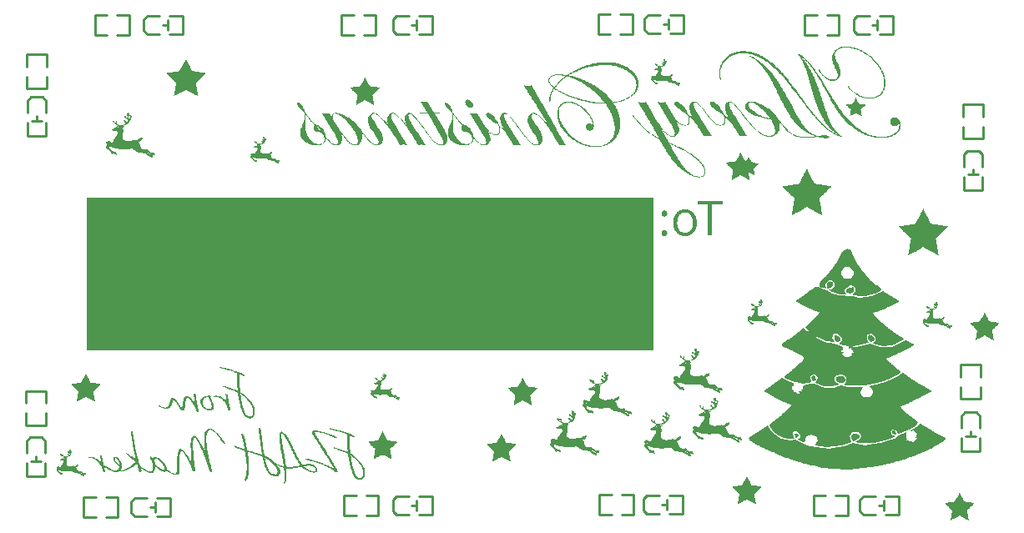
<source format=gbo>
G04 Layer: BottomSilkLayer*
G04 EasyEDA v6.4.7, 2020-12-24T11:11:18+08:00*
G04 a96b1d35a67042aea81d214db1df88de,0371d748834c44ad86c168cee136e782,10*
G04 Gerber Generator version 0.2*
G04 Scale: 100 percent, Rotated: No, Reflected: No *
G04 Dimensions in millimeters *
G04 leading zeros omitted , absolute positions ,3 integer and 3 decimal *
%FSLAX33Y33*%
%MOMM*%
G90*
D02*

%ADD10C,0.254000*%

%LPD*%

%LPD*%
G36*
G01X83649Y26281D02*
G01X83537Y26321D01*
G01X83381Y26241D01*
G01X83225Y26160D01*
G01X83225Y25631D01*
G01X83385Y25631D01*
G01X83456Y25639D01*
G01X83530Y25662D01*
G01X83599Y25696D01*
G01X83653Y25738D01*
G01X83760Y25845D01*
G01X83760Y26241D01*
G01X83649Y26281D01*
G37*

%LPD*%
G36*
G01X85903Y25720D02*
G01X85718Y25720D01*
G01X85634Y25713D01*
G01X85538Y25693D01*
G01X85443Y25664D01*
G01X85361Y25628D01*
G01X85189Y25535D01*
G01X85189Y25196D01*
G01X85364Y25141D01*
G01X85539Y25085D01*
G01X85903Y25280D01*
G01X85903Y25720D01*
G37*

%LPD*%
G36*
G01X85306Y29634D02*
G01X85262Y29635D01*
G01X85214Y29621D01*
G01X85157Y29593D01*
G01X85085Y29549D01*
G01X84993Y29489D01*
G01X84754Y29331D01*
G01X84476Y28803D01*
G01X84450Y28754D01*
G01X84423Y28705D01*
G01X84395Y28655D01*
G01X84367Y28604D01*
G01X84337Y28554D01*
G01X84307Y28503D01*
G01X84276Y28452D01*
G01X84212Y28348D01*
G01X84179Y28296D01*
G01X84145Y28243D01*
G01X84110Y28190D01*
G01X84075Y28138D01*
G01X84003Y28032D01*
G01X83929Y27926D01*
G01X83891Y27872D01*
G01X83774Y27713D01*
G01X83694Y27607D01*
G01X83653Y27554D01*
G01X83612Y27502D01*
G01X83528Y27397D01*
G01X83486Y27346D01*
G01X83444Y27294D01*
G01X83315Y27141D01*
G01X83227Y27041D01*
G01X83183Y26992D01*
G01X83139Y26942D01*
G01X83095Y26894D01*
G01X83007Y26799D01*
G01X82962Y26752D01*
G01X82917Y26706D01*
G01X82873Y26660D01*
G01X82784Y26571D01*
G01X82729Y26517D01*
G01X82680Y26463D01*
G01X82634Y26411D01*
G01X82592Y26361D01*
G01X82554Y26312D01*
G01X82521Y26265D01*
G01X82492Y26219D01*
G01X82467Y26175D01*
G01X82446Y26132D01*
G01X82429Y26091D01*
G01X82416Y26051D01*
G01X82408Y26014D01*
G01X82403Y25978D01*
G01X82403Y25943D01*
G01X82407Y25910D01*
G01X82415Y25879D01*
G01X82427Y25850D01*
G01X82443Y25822D01*
G01X82463Y25796D01*
G01X82488Y25772D01*
G01X82515Y25750D01*
G01X82548Y25730D01*
G01X82585Y25711D01*
G01X82625Y25695D01*
G01X82669Y25680D01*
G01X82718Y25667D01*
G01X82770Y25656D01*
G01X82827Y25647D01*
G01X82888Y25640D01*
G01X82953Y25635D01*
G01X83021Y25632D01*
G01X83094Y25631D01*
G01X83097Y25649D01*
G01X83093Y25697D01*
G01X83082Y25769D01*
G01X83067Y25857D01*
G01X83024Y26084D01*
G01X83182Y26259D01*
G01X83341Y26434D01*
G01X83725Y26434D01*
G01X83939Y26220D01*
G01X83939Y25868D01*
G01X83643Y25542D01*
G01X83365Y25542D01*
G01X83495Y25416D01*
G01X83530Y25388D01*
G01X83580Y25356D01*
G01X83642Y25321D01*
G01X83713Y25285D01*
G01X83793Y25249D01*
G01X83877Y25213D01*
G01X83965Y25179D01*
G01X84054Y25148D01*
G01X84481Y25006D01*
G01X85225Y25006D01*
G01X85117Y25113D01*
G01X85076Y25167D01*
G01X85042Y25234D01*
G01X85018Y25307D01*
G01X85010Y25375D01*
G01X85010Y25530D01*
G01X85269Y25714D01*
G01X85529Y25899D01*
G01X85698Y25899D01*
G01X85772Y25890D01*
G01X85849Y25867D01*
G01X85920Y25833D01*
G01X85974Y25792D01*
G01X86082Y25684D01*
G01X86082Y25284D01*
G01X85897Y25154D01*
G01X85711Y25025D01*
G01X85819Y24958D01*
G01X85839Y24948D01*
G01X85869Y24939D01*
G01X85908Y24929D01*
G01X85956Y24918D01*
G01X86010Y24908D01*
G01X86071Y24898D01*
G01X86138Y24888D01*
G01X86209Y24879D01*
G01X86284Y24870D01*
G01X86363Y24862D01*
G01X86443Y24854D01*
G01X86525Y24848D01*
G01X87122Y24806D01*
G01X87651Y24958D01*
G01X87725Y24980D01*
G01X87801Y25005D01*
G01X87957Y25059D01*
G01X88034Y25088D01*
G01X88109Y25118D01*
G01X88181Y25148D01*
G01X88250Y25178D01*
G01X88314Y25207D01*
G01X88372Y25235D01*
G01X88424Y25262D01*
G01X88468Y25287D01*
G01X88755Y25464D01*
G01X88243Y25890D01*
G01X88197Y25929D01*
G01X88104Y26008D01*
G01X88013Y26089D01*
G01X87967Y26131D01*
G01X87922Y26172D01*
G01X87876Y26214D01*
G01X87832Y26257D01*
G01X87786Y26300D01*
G01X87742Y26343D01*
G01X87698Y26387D01*
G01X87609Y26475D01*
G01X87565Y26520D01*
G01X87522Y26565D01*
G01X87479Y26611D01*
G01X87435Y26657D01*
G01X87350Y26750D01*
G01X87266Y26844D01*
G01X87182Y26939D01*
G01X87142Y26987D01*
G01X87101Y27035D01*
G01X87060Y27084D01*
G01X86980Y27182D01*
G01X86941Y27231D01*
G01X86902Y27281D01*
G01X86824Y27380D01*
G01X86786Y27430D01*
G01X86711Y27531D01*
G01X86637Y27633D01*
G01X86601Y27683D01*
G01X86530Y27786D01*
G01X86495Y27837D01*
G01X86427Y27941D01*
G01X86393Y27992D01*
G01X86294Y28148D01*
G01X86263Y28200D01*
G01X86231Y28252D01*
G01X86200Y28304D01*
G01X86170Y28356D01*
G01X86141Y28408D01*
G01X86111Y28460D01*
G01X86082Y28513D01*
G01X85998Y28669D01*
G01X85971Y28721D01*
G01X85945Y28774D01*
G01X85920Y28825D01*
G01X85895Y28877D01*
G01X85870Y28930D01*
G01X85846Y28981D01*
G01X85623Y29468D01*
G01X85473Y29555D01*
G01X85406Y29594D01*
G01X85353Y29620D01*
G01X85306Y29634D01*
G37*

%LPC*%
G36*
G01X85533Y27774D02*
G01X85023Y27774D01*
G01X84838Y27539D01*
G01X84653Y27303D01*
G01X84653Y26990D01*
G01X84818Y26786D01*
G01X84982Y26583D01*
G01X85574Y26583D01*
G01X85738Y26786D01*
G01X85903Y26990D01*
G01X85903Y27303D01*
G01X85718Y27539D01*
G01X85533Y27774D01*
G37*

%LPD*%
G36*
G01X87541Y20899D02*
G01X87433Y20899D01*
G01X87313Y20521D01*
G01X87490Y20343D01*
G01X87667Y20167D01*
G01X87857Y20268D01*
G01X88046Y20369D01*
G01X88046Y20621D01*
G01X87847Y20760D01*
G01X87762Y20814D01*
G01X87676Y20858D01*
G01X87599Y20888D01*
G01X87541Y20899D01*
G37*

%LPD*%
G36*
G01X81936Y16780D02*
G01X81902Y16787D01*
G01X81867Y16785D01*
G01X81831Y16771D01*
G01X81794Y16746D01*
G01X81753Y16710D01*
G01X81711Y16663D01*
G01X81605Y16535D01*
G01X81799Y16173D01*
G01X82064Y16275D01*
G01X82064Y16474D01*
G01X82059Y16556D01*
G01X82046Y16631D01*
G01X82027Y16693D01*
G01X82004Y16732D01*
G01X81970Y16761D01*
G01X81936Y16780D01*
G37*

%LPD*%
G36*
G01X84915Y16703D02*
G01X84657Y16703D01*
G01X84603Y16701D01*
G01X84546Y16698D01*
G01X84490Y16693D01*
G01X84434Y16686D01*
G01X84381Y16678D01*
G01X84334Y16669D01*
G01X84292Y16659D01*
G01X84258Y16648D01*
G01X84117Y16594D01*
G01X84117Y16266D01*
G01X84316Y16127D01*
G01X84404Y16073D01*
G01X84499Y16029D01*
G01X84587Y15999D01*
G01X84659Y15988D01*
G01X84804Y15988D01*
G01X85114Y16330D01*
G01X85014Y16516D01*
G01X84915Y16703D01*
G37*

%LPD*%
G36*
G01X82137Y25795D02*
G01X82109Y25800D01*
G01X82095Y25798D01*
G01X82074Y25790D01*
G01X82046Y25775D01*
G01X82010Y25756D01*
G01X81968Y25731D01*
G01X81921Y25702D01*
G01X81867Y25668D01*
G01X81809Y25630D01*
G01X81746Y25587D01*
G01X81679Y25541D01*
G01X81608Y25492D01*
G01X81534Y25440D01*
G01X81457Y25385D01*
G01X81378Y25327D01*
G01X81297Y25268D01*
G01X81215Y25206D01*
G01X81148Y25157D01*
G01X81082Y25107D01*
G01X80950Y25009D01*
G01X80885Y24961D01*
G01X80821Y24914D01*
G01X80759Y24868D01*
G01X80698Y24823D01*
G01X80639Y24780D01*
G01X80582Y24739D01*
G01X80527Y24699D01*
G01X80475Y24661D01*
G01X80427Y24626D01*
G01X80381Y24594D01*
G01X80339Y24563D01*
G01X80300Y24536D01*
G01X80266Y24512D01*
G01X80236Y24491D01*
G01X80210Y24474D01*
G01X80189Y24460D01*
G01X79968Y24316D01*
G01X81079Y23768D01*
G01X81170Y23723D01*
G01X81260Y23679D01*
G01X81349Y23637D01*
G01X81435Y23596D01*
G01X81519Y23555D01*
G01X81601Y23517D01*
G01X81680Y23480D01*
G01X81757Y23445D01*
G01X81829Y23412D01*
G01X81898Y23381D01*
G01X81962Y23352D01*
G01X82022Y23326D01*
G01X82078Y23302D01*
G01X82128Y23282D01*
G01X82173Y23263D01*
G01X82212Y23248D01*
G01X82245Y23236D01*
G01X82272Y23227D01*
G01X82292Y23222D01*
G01X82306Y23220D01*
G01X82332Y23219D01*
G01X82355Y23217D01*
G01X82374Y23212D01*
G01X82389Y23204D01*
G01X82400Y23195D01*
G01X82407Y23183D01*
G01X82409Y23168D01*
G01X82407Y23151D01*
G01X82401Y23131D01*
G01X82390Y23107D01*
G01X82374Y23081D01*
G01X82354Y23051D01*
G01X82329Y23017D01*
G01X82298Y22980D01*
G01X82262Y22939D01*
G01X82221Y22895D01*
G01X82176Y22846D01*
G01X82124Y22792D01*
G01X82067Y22735D01*
G01X82004Y22673D01*
G01X81936Y22607D01*
G01X81862Y22535D01*
G01X81781Y22459D01*
G01X81695Y22377D01*
G01X80969Y21694D01*
G01X81381Y21256D01*
G01X81103Y21256D01*
G01X80858Y21614D01*
G01X80367Y21225D01*
G01X80325Y21191D01*
G01X80280Y21156D01*
G01X80231Y21119D01*
G01X80181Y21080D01*
G01X80127Y21040D01*
G01X80072Y20998D01*
G01X80015Y20956D01*
G01X79957Y20912D01*
G01X79897Y20869D01*
G01X79837Y20824D01*
G01X79776Y20780D01*
G01X79654Y20691D01*
G01X79532Y20605D01*
G01X79474Y20563D01*
G01X79415Y20522D01*
G01X79359Y20483D01*
G01X79304Y20445D01*
G01X79251Y20409D01*
G01X78626Y19983D01*
G01X78626Y19783D01*
G01X79802Y19202D01*
G01X79856Y19176D01*
G01X79909Y19150D01*
G01X79961Y19126D01*
G01X80011Y19102D01*
G01X80059Y19079D01*
G01X80107Y19057D01*
G01X80153Y19035D01*
G01X80198Y19014D01*
G01X80241Y18994D01*
G01X80283Y18975D01*
G01X80324Y18956D01*
G01X80363Y18938D01*
G01X80401Y18919D01*
G01X80438Y18902D01*
G01X80472Y18885D01*
G01X80506Y18869D01*
G01X80538Y18852D01*
G01X80568Y18837D01*
G01X80598Y18821D01*
G01X80625Y18806D01*
G01X80651Y18790D01*
G01X80675Y18776D01*
G01X80699Y18761D01*
G01X80720Y18746D01*
G01X80740Y18731D01*
G01X80758Y18716D01*
G01X80775Y18702D01*
G01X80790Y18687D01*
G01X80804Y18672D01*
G01X80815Y18657D01*
G01X80825Y18641D01*
G01X80834Y18626D01*
G01X80841Y18610D01*
G01X80846Y18594D01*
G01X80850Y18577D01*
G01X80852Y18560D01*
G01X80852Y18543D01*
G01X80850Y18525D01*
G01X80847Y18507D01*
G01X80842Y18488D01*
G01X80836Y18469D01*
G01X80827Y18449D01*
G01X80816Y18428D01*
G01X80804Y18407D01*
G01X80790Y18385D01*
G01X80775Y18362D01*
G01X80757Y18338D01*
G01X80737Y18314D01*
G01X80716Y18289D01*
G01X80693Y18262D01*
G01X80668Y18235D01*
G01X80641Y18206D01*
G01X80612Y18177D01*
G01X80582Y18146D01*
G01X80549Y18115D01*
G01X80514Y18082D01*
G01X80478Y18048D01*
G01X80440Y18013D01*
G01X80399Y17977D01*
G01X80356Y17939D01*
G01X80312Y17899D01*
G01X80266Y17859D01*
G01X80217Y17817D01*
G01X80167Y17773D01*
G01X80114Y17729D01*
G01X80060Y17682D01*
G01X80003Y17634D01*
G01X79944Y17584D01*
G01X79884Y17533D01*
G01X79821Y17479D01*
G01X79756Y17424D01*
G01X79688Y17368D01*
G01X79619Y17310D01*
G01X79547Y17249D01*
G01X79474Y17187D01*
G01X79398Y17123D01*
G01X79320Y17057D01*
G01X79240Y16988D01*
G01X79157Y16918D01*
G01X79073Y16845D01*
G01X78805Y16616D01*
G01X78939Y16526D01*
G01X78972Y16505D01*
G01X79011Y16483D01*
G01X79056Y16459D01*
G01X79106Y16435D01*
G01X79160Y16410D01*
G01X79218Y16385D01*
G01X79278Y16359D01*
G01X79342Y16334D01*
G01X79476Y16282D01*
G01X79545Y16258D01*
G01X79615Y16233D01*
G01X79753Y16187D01*
G01X79821Y16166D01*
G01X79888Y16146D01*
G01X79952Y16127D01*
G01X80014Y16111D01*
G01X80072Y16095D01*
G01X80127Y16083D01*
G01X80178Y16073D01*
G01X80224Y16065D01*
G01X80264Y16059D01*
G01X80299Y16057D01*
G01X80395Y16050D01*
G01X80473Y16035D01*
G01X80526Y16015D01*
G01X80546Y15992D01*
G01X80546Y15934D01*
G01X80881Y15965D01*
G01X80952Y15973D01*
G01X81026Y15981D01*
G01X81101Y15990D01*
G01X81174Y15999D01*
G01X81244Y16009D01*
G01X81308Y16019D01*
G01X81365Y16028D01*
G01X81411Y16037D01*
G01X81606Y16078D01*
G01X81511Y16666D01*
G01X81649Y16781D01*
G01X81788Y16896D01*
G01X81938Y16866D01*
G01X82005Y16842D01*
G01X82074Y16799D01*
G01X82138Y16742D01*
G01X82188Y16678D01*
G01X82287Y16520D01*
G01X81988Y15998D01*
G01X82854Y15710D01*
G01X83285Y15702D01*
G01X83413Y15702D01*
G01X83482Y15704D01*
G01X83553Y15707D01*
G01X83626Y15710D01*
G01X83700Y15715D01*
G01X83773Y15721D01*
G01X83844Y15727D01*
G01X83912Y15734D01*
G01X83977Y15742D01*
G01X84038Y15751D01*
G01X84093Y15759D01*
G01X84470Y15824D01*
G01X84205Y16048D01*
G01X83939Y16272D01*
G01X83939Y16609D01*
G01X84202Y16745D01*
G01X84283Y16784D01*
G01X84360Y16817D01*
G01X84431Y16842D01*
G01X84500Y16860D01*
G01X84565Y16870D01*
G01X84628Y16874D01*
G01X84689Y16870D01*
G01X84749Y16858D01*
G01X84809Y16840D01*
G01X84869Y16815D01*
G01X84928Y16782D01*
G01X84990Y16742D01*
G01X85189Y16603D01*
G01X85189Y16179D01*
G01X85044Y16035D01*
G01X84900Y15890D01*
G01X84960Y15829D01*
G01X85022Y15768D01*
G01X86065Y15771D01*
G01X87108Y15773D01*
G01X87867Y15935D01*
G01X88013Y15967D01*
G01X88084Y15984D01*
G01X88155Y16000D01*
G01X88293Y16034D01*
G01X88362Y16052D01*
G01X88430Y16070D01*
G01X88497Y16087D01*
G01X88563Y16106D01*
G01X88628Y16124D01*
G01X88693Y16143D01*
G01X88757Y16163D01*
G01X88821Y16182D01*
G01X88945Y16222D01*
G01X89006Y16242D01*
G01X89067Y16263D01*
G01X89127Y16284D01*
G01X89186Y16306D01*
G01X89244Y16327D01*
G01X89302Y16349D01*
G01X89359Y16371D01*
G01X89416Y16394D01*
G01X89472Y16417D01*
G01X89527Y16440D01*
G01X89635Y16488D01*
G01X89741Y16536D01*
G01X89793Y16561D01*
G01X89844Y16586D01*
G01X89895Y16612D01*
G01X89945Y16638D01*
G01X89994Y16663D01*
G01X90043Y16690D01*
G01X90139Y16744D01*
G01X90186Y16771D01*
G01X90232Y16799D01*
G01X90315Y16849D01*
G01X90388Y16894D01*
G01X90453Y16934D01*
G01X90510Y16970D01*
G01X90559Y17002D01*
G01X90599Y17032D01*
G01X90632Y17059D01*
G01X90658Y17085D01*
G01X90675Y17108D01*
G01X90686Y17131D01*
G01X90689Y17153D01*
G01X90686Y17175D01*
G01X90675Y17198D01*
G01X90658Y17222D01*
G01X90634Y17248D01*
G01X90604Y17276D01*
G01X90568Y17306D01*
G01X90526Y17339D01*
G01X90478Y17376D01*
G01X90424Y17417D01*
G01X90355Y17470D01*
G01X90315Y17502D01*
G01X90273Y17537D01*
G01X90227Y17574D01*
G01X90179Y17613D01*
G01X90129Y17655D01*
G01X90078Y17698D01*
G01X90026Y17743D01*
G01X89972Y17788D01*
G01X89866Y17881D01*
G01X89813Y17927D01*
G01X89761Y17973D01*
G01X89710Y18018D01*
G01X89660Y18062D01*
G01X89191Y18485D01*
G01X89400Y18570D01*
G01X89463Y18596D01*
G01X89527Y18623D01*
G01X89592Y18650D01*
G01X89785Y18732D01*
G01X89979Y18816D01*
G01X90044Y18844D01*
G01X90108Y18872D01*
G01X90235Y18929D01*
G01X90359Y18986D01*
G01X90483Y19042D01*
G01X90603Y19098D01*
G01X90721Y19154D01*
G01X90778Y19181D01*
G01X90834Y19209D01*
G01X90890Y19235D01*
G01X90945Y19262D01*
G01X90998Y19288D01*
G01X91050Y19314D01*
G01X91101Y19340D01*
G01X91150Y19364D01*
G01X91198Y19389D01*
G01X91245Y19413D01*
G01X91291Y19437D01*
G01X91334Y19460D01*
G01X91377Y19482D01*
G01X91417Y19505D01*
G01X91456Y19526D01*
G01X91493Y19547D01*
G01X91528Y19567D01*
G01X91561Y19586D01*
G01X91592Y19605D01*
G01X92073Y19894D01*
G01X91673Y20128D01*
G01X91614Y20164D01*
G01X91561Y20195D01*
G01X91513Y20223D01*
G01X91468Y20249D01*
G01X91428Y20272D01*
G01X91391Y20291D01*
G01X91355Y20307D01*
G01X91322Y20320D01*
G01X91289Y20329D01*
G01X91257Y20335D01*
G01X91224Y20337D01*
G01X91191Y20336D01*
G01X91156Y20332D01*
G01X91118Y20324D01*
G01X91077Y20311D01*
G01X91034Y20296D01*
G01X90985Y20276D01*
G01X90933Y20253D01*
G01X90874Y20226D01*
G01X90809Y20195D01*
G01X90659Y20120D01*
G01X90571Y20077D01*
G01X90476Y20029D01*
G01X89800Y19695D01*
G01X89161Y19663D01*
G01X88523Y19631D01*
G01X87630Y20015D01*
G01X86901Y19826D01*
G01X86171Y19637D01*
G01X85926Y19670D01*
G01X85680Y19703D01*
G01X85903Y19757D01*
G01X85962Y19770D01*
G01X86001Y19779D01*
G01X86045Y19789D01*
G01X86094Y19800D01*
G01X86147Y19812D01*
G01X86205Y19825D01*
G01X86266Y19838D01*
G01X86330Y19853D01*
G01X86396Y19867D01*
G01X86465Y19883D01*
G01X86535Y19898D01*
G01X86679Y19930D01*
G01X86752Y19946D01*
G01X86824Y19961D01*
G01X87522Y20113D01*
G01X87382Y20267D01*
G01X87242Y20422D01*
G01X87242Y20893D01*
G01X87398Y20973D01*
G01X87555Y21053D01*
G01X87689Y21009D01*
G01X87753Y20981D01*
G01X87829Y20938D01*
G01X87908Y20885D01*
G01X87979Y20829D01*
G01X88135Y20692D01*
G01X88135Y20332D01*
G01X87849Y20016D01*
G01X88879Y19717D01*
G01X89709Y19815D01*
G01X90194Y20035D01*
G01X90261Y20065D01*
G01X90329Y20097D01*
G01X90396Y20129D01*
G01X90461Y20162D01*
G01X90524Y20194D01*
G01X90584Y20225D01*
G01X90640Y20255D01*
G01X90692Y20284D01*
G01X90738Y20311D01*
G01X90779Y20335D01*
G01X90812Y20357D01*
G01X90838Y20375D01*
G01X90996Y20497D01*
G01X90302Y20959D01*
G01X90253Y20992D01*
G01X90202Y21027D01*
G01X90150Y21064D01*
G01X90095Y21102D01*
G01X90039Y21142D01*
G01X89983Y21184D01*
G01X89924Y21227D01*
G01X89865Y21271D01*
G01X89805Y21317D01*
G01X89743Y21364D01*
G01X89681Y21412D01*
G01X89618Y21461D01*
G01X89555Y21511D01*
G01X89491Y21561D01*
G01X89428Y21612D01*
G01X89363Y21664D01*
G01X89299Y21715D01*
G01X89171Y21820D01*
G01X89107Y21873D01*
G01X89044Y21926D01*
G01X88919Y22030D01*
G01X88858Y22083D01*
G01X88798Y22135D01*
G01X88738Y22185D01*
G01X88681Y22236D01*
G01X88623Y22286D01*
G01X88513Y22384D01*
G01X88461Y22431D01*
G01X88410Y22477D01*
G01X88362Y22522D01*
G01X88314Y22565D01*
G01X88270Y22608D01*
G01X88227Y22649D01*
G01X88186Y22688D01*
G01X88149Y22725D01*
G01X88113Y22760D01*
G01X88081Y22794D01*
G01X88051Y22826D01*
G01X88024Y22855D01*
G01X88000Y22883D01*
G01X87979Y22908D01*
G01X87961Y22931D01*
G01X87947Y22951D01*
G01X87937Y22968D01*
G01X87930Y22983D01*
G01X87877Y23120D01*
G01X88207Y23225D01*
G01X88259Y23243D01*
G01X88313Y23261D01*
G01X88370Y23281D01*
G01X88429Y23302D01*
G01X88490Y23325D01*
G01X88552Y23348D01*
G01X88616Y23374D01*
G01X88748Y23426D01*
G01X88816Y23454D01*
G01X88954Y23512D01*
G01X89023Y23542D01*
G01X89093Y23572D01*
G01X89232Y23634D01*
G01X89370Y23697D01*
G01X89438Y23729D01*
G01X89505Y23761D01*
G01X89571Y23792D01*
G01X89636Y23823D01*
G01X89760Y23885D01*
G01X89819Y23915D01*
G01X89876Y23945D01*
G01X89931Y23974D01*
G01X89983Y24003D01*
G01X90033Y24030D01*
G01X90080Y24057D01*
G01X90123Y24083D01*
G01X90164Y24107D01*
G01X90548Y24346D01*
G01X89713Y24847D01*
G01X88878Y25347D01*
G01X88324Y25072D01*
G01X87770Y24798D01*
G01X86475Y24692D01*
G01X86122Y24764D01*
G01X86083Y24772D01*
G01X86038Y24779D01*
G01X85987Y24787D01*
G01X85932Y24794D01*
G01X85873Y24802D01*
G01X85810Y24810D01*
G01X85745Y24817D01*
G01X85676Y24824D01*
G01X85606Y24831D01*
G01X85533Y24838D01*
G01X85461Y24844D01*
G01X85387Y24849D01*
G01X85241Y24859D01*
G01X85169Y24863D01*
G01X85100Y24867D01*
G01X85030Y24870D01*
G01X84884Y24880D01*
G01X84811Y24886D01*
G01X84736Y24893D01*
G01X84590Y24909D01*
G01X84519Y24917D01*
G01X84449Y24926D01*
G01X84382Y24936D01*
G01X84318Y24945D01*
G01X84258Y24956D01*
G01X84202Y24966D01*
G01X84150Y24976D01*
G01X84103Y24986D01*
G01X84062Y24996D01*
G01X83694Y25096D01*
G01X83236Y25456D01*
G01X82717Y25624D01*
G01X82611Y25658D01*
G01X82508Y25690D01*
G01X82412Y25719D01*
G01X82324Y25745D01*
G01X82247Y25767D01*
G01X82184Y25784D01*
G01X82137Y25795D01*
G37*

%LPC*%
G36*
G01X84272Y20988D02*
G01X83853Y20988D01*
G01X83745Y20558D01*
G01X83853Y20358D01*
G01X83960Y20157D01*
G01X83105Y20274D01*
G01X82618Y20497D01*
G01X82492Y20555D01*
G01X82386Y20603D01*
G01X82300Y20641D01*
G01X82230Y20671D01*
G01X82176Y20691D01*
G01X82135Y20704D01*
G01X82106Y20710D01*
G01X82086Y20708D01*
G01X82073Y20699D01*
G01X82067Y20685D01*
G01X82064Y20665D01*
G01X82064Y20561D01*
G01X82622Y20339D01*
G01X83180Y20118D01*
G01X83626Y20057D01*
G01X83690Y20048D01*
G01X83758Y20036D01*
G01X83830Y20021D01*
G01X83903Y20006D01*
G01X83978Y19988D01*
G01X84053Y19969D01*
G01X84127Y19950D01*
G01X84199Y19929D01*
G01X84270Y19909D01*
G01X84335Y19887D01*
G01X84397Y19866D01*
G01X84452Y19845D01*
G01X84831Y19693D01*
G01X84831Y19281D01*
G01X84743Y19336D01*
G01X84653Y19391D01*
G01X84653Y19113D01*
G01X84861Y19113D01*
G01X84742Y18994D01*
G01X85038Y18666D01*
G01X85184Y18666D01*
G01X85251Y18676D01*
G01X85324Y18699D01*
G01X85394Y18735D01*
G01X85452Y18778D01*
G01X85572Y18890D01*
G01X85422Y18622D01*
G01X85573Y18744D01*
G01X85722Y18866D01*
G01X85636Y19005D01*
G01X85765Y19055D01*
G01X85894Y19104D01*
G01X85599Y19693D01*
G01X85483Y19247D01*
G01X85447Y19514D01*
G01X85412Y19782D01*
G01X84992Y19841D01*
G01X84906Y19854D01*
G01X84821Y19869D01*
G01X84741Y19885D01*
G01X84666Y19901D01*
G01X84600Y19918D01*
G01X84544Y19934D01*
G01X84501Y19949D01*
G01X84472Y19962D01*
G01X84372Y20024D01*
G01X84557Y20154D01*
G01X84743Y20284D01*
G01X84743Y20618D01*
G01X84507Y20803D01*
G01X84272Y20988D01*
G37*

%LPD*%
G36*
G01X84090Y20842D02*
G01X84051Y20842D01*
G01X84019Y20834D01*
G01X83993Y20817D01*
G01X83972Y20791D01*
G01X83957Y20756D01*
G01X83947Y20711D01*
G01X83940Y20656D01*
G01X83939Y20592D01*
G01X83939Y20385D01*
G01X84198Y20170D01*
G01X84564Y20286D01*
G01X84564Y20625D01*
G01X84318Y20754D01*
G01X84250Y20788D01*
G01X84189Y20814D01*
G01X84136Y20832D01*
G01X84090Y20842D01*
G37*

%LPD*%
G36*
G01X90105Y11166D02*
G01X89832Y11166D01*
G01X89832Y10893D01*
G01X90107Y10787D01*
G01X90211Y10891D01*
G01X90105Y11166D01*
G37*

%LPD*%
G36*
G01X80044Y10899D02*
G01X79921Y10899D01*
G01X79922Y10787D01*
G01X79929Y10734D01*
G01X79947Y10671D01*
G01X79973Y10606D01*
G01X80005Y10547D01*
G01X80086Y10419D01*
G01X80370Y10655D01*
G01X80268Y10777D01*
G01X80219Y10824D01*
G01X80160Y10863D01*
G01X80099Y10889D01*
G01X80044Y10899D01*
G37*

%LPD*%
G36*
G01X86088Y10881D02*
G01X86042Y10886D01*
G01X86000Y10885D01*
G01X85960Y10878D01*
G01X85922Y10866D01*
G01X85885Y10847D01*
G01X85848Y10823D01*
G01X85811Y10792D01*
G01X85772Y10755D01*
G01X85629Y10612D01*
G01X85687Y10421D01*
G01X85715Y10340D01*
G01X85749Y10262D01*
G01X85784Y10196D01*
G01X85817Y10151D01*
G01X85890Y10073D01*
G01X86528Y10467D01*
G01X86528Y10726D01*
G01X86327Y10807D01*
G01X86257Y10834D01*
G01X86195Y10855D01*
G01X86139Y10871D01*
G01X86088Y10881D01*
G37*

%LPD*%
G36*
G01X91399Y16676D02*
G01X90871Y17051D01*
G01X90776Y16992D01*
G01X90749Y16975D01*
G01X90709Y16949D01*
G01X90658Y16916D01*
G01X90599Y16877D01*
G01X90532Y16833D01*
G01X90460Y16784D01*
G01X90385Y16734D01*
G01X90308Y16683D01*
G01X90267Y16656D01*
G01X90224Y16629D01*
G01X90177Y16601D01*
G01X90128Y16573D01*
G01X90077Y16545D01*
G01X90024Y16517D01*
G01X89968Y16488D01*
G01X89911Y16459D01*
G01X89851Y16431D01*
G01X89791Y16402D01*
G01X89728Y16374D01*
G01X89665Y16345D01*
G01X89600Y16317D01*
G01X89533Y16289D01*
G01X89467Y16262D01*
G01X89399Y16234D01*
G01X89331Y16208D01*
G01X89262Y16181D01*
G01X89193Y16155D01*
G01X89124Y16131D01*
G01X89054Y16106D01*
G01X88985Y16082D01*
G01X88917Y16059D01*
G01X88848Y16037D01*
G01X88781Y16016D01*
G01X88713Y15996D01*
G01X88581Y15958D01*
G01X88517Y15942D01*
G01X88454Y15926D01*
G01X88394Y15911D01*
G01X88334Y15898D01*
G01X88275Y15885D01*
G01X88214Y15872D01*
G01X88093Y15846D01*
G01X88033Y15833D01*
G01X87975Y15821D01*
G01X87920Y15808D01*
G01X87868Y15797D01*
G01X87819Y15787D01*
G01X87776Y15777D01*
G01X87738Y15768D01*
G01X87707Y15761D01*
G01X87501Y15714D01*
G01X87684Y15482D01*
G01X87735Y15414D01*
G01X87777Y15350D01*
G01X87810Y15288D01*
G01X87835Y15229D01*
G01X87851Y15171D01*
G01X87858Y15114D01*
G01X87857Y15058D01*
G01X87847Y15000D01*
G01X87830Y14942D01*
G01X87803Y14881D01*
G01X87768Y14819D01*
G01X87725Y14753D01*
G01X87583Y14550D01*
G01X86846Y14604D01*
G01X86710Y14851D01*
G01X86573Y15097D01*
G01X86877Y15631D01*
G01X85323Y15635D01*
G01X84657Y15790D01*
G01X84320Y15670D01*
G01X83984Y15549D01*
G01X82912Y15547D01*
G01X81930Y15915D01*
G01X81490Y15901D01*
G01X81049Y15888D01*
G01X80715Y15709D01*
G01X80742Y15514D01*
G01X80769Y15318D01*
G01X80642Y15346D01*
G01X80515Y15373D01*
G01X80628Y15237D01*
G01X80741Y15102D01*
G01X80552Y15139D01*
G01X80363Y15175D01*
G01X80411Y15097D01*
G01X80460Y15018D01*
G01X80365Y14960D01*
G01X80270Y14901D01*
G01X80010Y15117D01*
G01X80008Y15039D01*
G01X79994Y15027D01*
G01X79956Y15050D01*
G01X79900Y15104D01*
G01X79832Y15185D01*
G01X79657Y15408D01*
G01X79653Y15720D01*
G01X79832Y15720D01*
G01X79832Y15992D01*
G01X79586Y16084D01*
G01X79550Y16098D01*
G01X79509Y16114D01*
G01X79464Y16133D01*
G01X79417Y16154D01*
G01X79366Y16176D01*
G01X79315Y16199D01*
G01X79262Y16223D01*
G01X79208Y16248D01*
G01X79156Y16274D01*
G01X79104Y16299D01*
G01X79054Y16324D01*
G01X79007Y16348D01*
G01X78672Y16520D01*
G01X77703Y15867D01*
G01X76733Y15215D01*
G01X77457Y14802D01*
G01X77500Y14777D01*
G01X77546Y14752D01*
G01X77593Y14725D01*
G01X77642Y14698D01*
G01X77692Y14671D01*
G01X77743Y14643D01*
G01X77849Y14585D01*
G01X77959Y14527D01*
G01X78071Y14467D01*
G01X78128Y14438D01*
G01X78242Y14378D01*
G01X78299Y14349D01*
G01X78355Y14321D01*
G01X78411Y14292D01*
G01X78467Y14264D01*
G01X78522Y14236D01*
G01X78576Y14209D01*
G01X78629Y14182D01*
G01X78682Y14156D01*
G01X78782Y14108D01*
G01X78830Y14084D01*
G01X78877Y14062D01*
G01X78921Y14041D01*
G01X79663Y13694D01*
G01X78921Y13072D01*
G01X78870Y13029D01*
G01X78817Y12985D01*
G01X78764Y12940D01*
G01X78655Y12850D01*
G01X78600Y12804D01*
G01X78435Y12667D01*
G01X78381Y12622D01*
G01X78327Y12578D01*
G01X78274Y12534D01*
G01X78221Y12491D01*
G01X78171Y12449D01*
G01X78120Y12407D01*
G01X78072Y12368D01*
G01X78025Y12329D01*
G01X77980Y12293D01*
G01X77937Y12258D01*
G01X77896Y12224D01*
G01X77858Y12193D01*
G01X77822Y12164D01*
G01X77789Y12137D01*
G01X77758Y12112D01*
G01X77336Y11774D01*
G01X77460Y11537D01*
G01X77482Y11497D01*
G01X77508Y11456D01*
G01X77536Y11414D01*
G01X77567Y11371D01*
G01X77601Y11327D01*
G01X77637Y11283D01*
G01X77675Y11238D01*
G01X77715Y11194D01*
G01X77757Y11149D01*
G01X77801Y11104D01*
G01X77846Y11060D01*
G01X77893Y11015D01*
G01X77940Y10972D01*
G01X78038Y10888D01*
G01X78088Y10847D01*
G01X78139Y10808D01*
G01X78189Y10771D01*
G01X78240Y10735D01*
G01X78291Y10701D01*
G01X78341Y10668D01*
G01X78391Y10638D01*
G01X78440Y10610D01*
G01X78488Y10585D01*
G01X78797Y10429D01*
G01X79363Y10384D01*
G01X79929Y10338D01*
G01X79719Y10798D01*
G01X79772Y10938D01*
G01X79826Y11077D01*
G01X80130Y11077D01*
G01X80293Y10930D01*
G01X80457Y10782D01*
G01X80457Y10461D01*
G01X80301Y10373D01*
G01X80144Y10284D01*
G01X80476Y10145D01*
G01X80579Y10103D01*
G01X80666Y10068D01*
G01X80739Y10043D01*
G01X80799Y10027D01*
G01X80849Y10021D01*
G01X80889Y10025D01*
G01X80922Y10041D01*
G01X80950Y10067D01*
G01X80974Y10106D01*
G01X80996Y10156D01*
G01X81017Y10219D01*
G01X81041Y10296D01*
G01X81126Y10586D01*
G01X81363Y10699D01*
G01X81601Y10811D01*
G01X81833Y10723D01*
G01X82066Y10634D01*
G01X82280Y10166D01*
G01X82135Y9914D01*
G01X81990Y9661D01*
G01X82575Y9599D01*
G01X83161Y9536D01*
G01X83885Y9585D01*
G01X84608Y9634D01*
G01X85144Y9805D01*
G01X85680Y9977D01*
G01X85644Y10103D01*
G01X85627Y10171D01*
G01X85607Y10264D01*
G01X85586Y10370D01*
G01X85567Y10475D01*
G01X85525Y10722D01*
G01X85636Y10855D01*
G01X85746Y10988D01*
G01X86429Y10988D01*
G01X86563Y10796D01*
G01X86698Y10603D01*
G01X86607Y10434D01*
G01X86517Y10265D01*
G01X86297Y10165D01*
G01X86077Y10064D01*
G01X86191Y9992D01*
G01X86305Y9919D01*
G01X87080Y9918D01*
G01X87856Y9917D01*
G01X88471Y10046D01*
G01X88524Y10057D01*
G01X88578Y10070D01*
G01X88634Y10083D01*
G01X88692Y10097D01*
G01X88752Y10112D01*
G01X88813Y10127D01*
G01X88874Y10144D01*
G01X88936Y10161D01*
G01X88999Y10178D01*
G01X89061Y10196D01*
G01X89123Y10213D01*
G01X89184Y10232D01*
G01X89244Y10249D01*
G01X89303Y10268D01*
G01X89361Y10286D01*
G01X89416Y10304D01*
G01X89469Y10322D01*
G01X89520Y10339D01*
G01X89569Y10356D01*
G01X89614Y10373D01*
G01X90141Y10570D01*
G01X89746Y10746D01*
G01X89691Y10920D01*
G01X89635Y11095D01*
G01X89811Y11271D01*
G01X90234Y11211D01*
G01X90316Y11023D01*
G01X90399Y10835D01*
G01X90941Y11054D01*
G01X91041Y11095D01*
G01X91137Y11134D01*
G01X91319Y11212D01*
G01X91403Y11250D01*
G01X91485Y11287D01*
G01X91563Y11323D01*
G01X91638Y11359D01*
G01X91708Y11394D01*
G01X91775Y11428D01*
G01X91839Y11463D01*
G01X91899Y11496D01*
G01X91956Y11529D01*
G01X92008Y11561D01*
G01X92058Y11592D01*
G01X92104Y11623D01*
G01X92147Y11654D01*
G01X92186Y11684D01*
G01X92222Y11713D01*
G01X92255Y11742D01*
G01X92284Y11770D01*
G01X92310Y11799D01*
G01X92332Y11826D01*
G01X92351Y11854D01*
G01X92367Y11881D01*
G01X92379Y11907D01*
G01X92389Y11933D01*
G01X92395Y11959D01*
G01X92398Y11985D01*
G01X92397Y12010D01*
G01X92394Y12035D01*
G01X92387Y12059D01*
G01X92377Y12084D01*
G01X92364Y12108D01*
G01X92347Y12132D01*
G01X92328Y12156D01*
G01X92306Y12180D01*
G01X92280Y12203D01*
G01X92252Y12226D01*
G01X92220Y12249D01*
G01X92070Y12355D01*
G01X91997Y12408D01*
G01X91925Y12460D01*
G01X91855Y12513D01*
G01X91785Y12564D01*
G01X91717Y12616D01*
G01X91650Y12667D01*
G01X91585Y12718D01*
G01X91522Y12768D01*
G01X91460Y12817D01*
G01X91400Y12866D01*
G01X91342Y12914D01*
G01X91286Y12961D01*
G01X91232Y13007D01*
G01X91180Y13053D01*
G01X91130Y13097D01*
G01X91082Y13140D01*
G01X91036Y13182D01*
G01X90993Y13222D01*
G01X90952Y13261D01*
G01X90878Y13336D01*
G01X90845Y13371D01*
G01X90814Y13404D01*
G01X90786Y13436D01*
G01X90761Y13466D01*
G01X90739Y13494D01*
G01X90720Y13520D01*
G01X90704Y13544D01*
G01X90691Y13567D01*
G01X90681Y13587D01*
G01X90674Y13605D01*
G01X90671Y13621D01*
G01X90671Y13635D01*
G01X90675Y13646D01*
G01X90683Y13655D01*
G01X90693Y13661D01*
G01X90707Y13665D01*
G01X90738Y13668D01*
G01X90754Y13671D01*
G01X90775Y13677D01*
G01X90799Y13685D01*
G01X90828Y13695D01*
G01X90860Y13707D01*
G01X90896Y13721D01*
G01X90935Y13736D01*
G01X90977Y13754D01*
G01X91023Y13772D01*
G01X91071Y13793D01*
G01X91123Y13816D01*
G01X91176Y13839D01*
G01X91232Y13864D01*
G01X91291Y13890D01*
G01X91351Y13918D01*
G01X91413Y13946D01*
G01X91477Y13976D01*
G01X91543Y14006D01*
G01X91610Y14038D01*
G01X91678Y14070D01*
G01X91747Y14103D01*
G01X91817Y14136D01*
G01X91888Y14170D01*
G01X91959Y14205D01*
G01X92031Y14239D01*
G01X92175Y14310D01*
G01X92318Y14381D01*
G01X92460Y14453D01*
G01X92530Y14488D01*
G01X92599Y14523D01*
G01X92666Y14558D01*
G01X92732Y14592D01*
G01X92797Y14626D01*
G01X92861Y14660D01*
G01X92922Y14692D01*
G01X92982Y14724D01*
G01X93039Y14756D01*
G01X93094Y14786D01*
G01X93147Y14815D01*
G01X93197Y14844D01*
G01X93839Y15211D01*
G01X92883Y15756D01*
G01X92826Y15788D01*
G01X92710Y15856D01*
G01X92651Y15890D01*
G01X92531Y15961D01*
G01X92470Y15997D01*
G01X92410Y16034D01*
G01X92349Y16070D01*
G01X92289Y16106D01*
G01X92229Y16143D01*
G01X92169Y16179D01*
G01X92053Y16251D01*
G01X91996Y16286D01*
G01X91939Y16322D01*
G01X91831Y16390D01*
G01X91779Y16424D01*
G01X91729Y16456D01*
G01X91680Y16487D01*
G01X91633Y16518D01*
G01X91588Y16548D01*
G01X91545Y16576D01*
G01X91505Y16603D01*
G01X91467Y16628D01*
G01X91432Y16653D01*
G01X91399Y16676D01*
G37*

%LPD*%
G36*
G01X92736Y11869D02*
G01X92721Y11878D01*
G01X92708Y11873D01*
G01X92682Y11859D01*
G01X92642Y11836D01*
G01X92592Y11805D01*
G01X92533Y11767D01*
G01X92467Y11723D01*
G01X92394Y11674D01*
G01X92317Y11622D01*
G01X92237Y11567D01*
G01X92155Y11510D01*
G01X91995Y11398D01*
G01X91920Y11344D01*
G01X91849Y11292D01*
G01X91784Y11246D01*
G01X91729Y11203D01*
G01X91682Y11167D01*
G01X91647Y11139D01*
G01X91625Y11119D01*
G01X91617Y11108D01*
G01X91631Y11096D01*
G01X91666Y11094D01*
G01X91719Y11101D01*
G01X91783Y11118D01*
G01X91950Y11171D01*
G01X92376Y10821D01*
G01X92258Y10627D01*
G01X92140Y10434D01*
G01X92332Y10552D01*
G01X92332Y10473D01*
G01X92315Y10427D01*
G01X92269Y10358D01*
G01X92201Y10277D01*
G01X92118Y10194D01*
G01X91904Y9992D01*
G01X91776Y10200D01*
G01X91588Y10012D01*
G01X91462Y10165D01*
G01X91336Y10319D01*
G01X91400Y10184D01*
G01X91465Y10050D01*
G01X91353Y10154D01*
G01X91241Y10257D01*
G01X91225Y10989D01*
G01X91049Y10933D01*
G01X90974Y10908D01*
G01X90901Y10883D01*
G01X90829Y10856D01*
G01X90759Y10830D01*
G01X90692Y10802D01*
G01X90628Y10774D01*
G01X90567Y10746D01*
G01X90509Y10718D01*
G01X90455Y10690D01*
G01X90404Y10662D01*
G01X90358Y10634D01*
G01X90315Y10607D01*
G01X90278Y10580D01*
G01X90245Y10553D01*
G01X90216Y10527D01*
G01X90193Y10503D01*
G01X90079Y10364D01*
G01X89375Y10142D01*
G01X88673Y9920D01*
G01X87861Y9812D01*
G01X87050Y9704D01*
G01X85844Y9911D01*
G01X85402Y9743D01*
G01X84959Y9575D01*
G01X84220Y9467D01*
G01X83480Y9358D01*
G01X81483Y9574D01*
G01X81215Y9694D01*
G01X81175Y9712D01*
G01X81127Y9733D01*
G01X81073Y9758D01*
G01X81013Y9785D01*
G01X80949Y9814D01*
G01X80882Y9844D01*
G01X80812Y9876D01*
G01X80741Y9908D01*
G01X80668Y9941D01*
G01X80596Y9974D01*
G01X80526Y10006D01*
G01X80457Y10037D01*
G01X79965Y10261D01*
G01X79495Y10168D01*
G01X78509Y10372D01*
G01X77707Y10904D01*
G01X77452Y11295D01*
G01X77197Y11687D01*
G01X75285Y10407D01*
G01X75309Y10325D01*
G01X75314Y10311D01*
G01X75329Y10281D01*
G01X75339Y10266D01*
G01X75351Y10250D01*
G01X75365Y10233D01*
G01X75380Y10216D01*
G01X75416Y10180D01*
G01X75435Y10162D01*
G01X75457Y10143D01*
G01X75481Y10123D01*
G01X75506Y10104D01*
G01X75532Y10083D01*
G01X75560Y10062D01*
G01X75589Y10042D01*
G01X75620Y10020D01*
G01X75652Y9998D01*
G01X75685Y9976D01*
G01X75720Y9953D01*
G01X75794Y9907D01*
G01X75833Y9884D01*
G01X75873Y9860D01*
G01X75914Y9835D01*
G01X75957Y9811D01*
G01X76000Y9786D01*
G01X76046Y9761D01*
G01X76091Y9736D01*
G01X76187Y9684D01*
G01X76287Y9632D01*
G01X76391Y9578D01*
G01X76444Y9551D01*
G01X76499Y9524D01*
G01X76610Y9469D01*
G01X76726Y9413D01*
G01X76785Y9385D01*
G01X76905Y9329D01*
G01X76967Y9300D01*
G01X77029Y9272D01*
G01X77092Y9244D01*
G01X77155Y9215D01*
G01X77219Y9186D01*
G01X77284Y9157D01*
G01X77482Y9070D01*
G01X77617Y9012D01*
G01X77754Y8955D01*
G01X78034Y8839D01*
G01X78177Y8781D01*
G01X78248Y8752D01*
G01X78320Y8723D01*
G01X78393Y8695D01*
G01X78465Y8666D01*
G01X78537Y8639D01*
G01X78610Y8610D01*
G01X78830Y8526D01*
G01X79051Y8444D01*
G01X79272Y8363D01*
G01X79419Y8310D01*
G01X79493Y8284D01*
G01X79567Y8259D01*
G01X79640Y8233D01*
G01X79859Y8158D01*
G01X79932Y8134D01*
G01X80004Y8110D01*
G01X80077Y8086D01*
G01X80148Y8063D01*
G01X80220Y8040D01*
G01X80291Y8017D01*
G01X80433Y7973D01*
G01X80503Y7951D01*
G01X80641Y7909D01*
G01X80711Y7889D01*
G01X80779Y7869D01*
G01X80846Y7849D01*
G01X80914Y7830D01*
G01X80980Y7812D01*
G01X81046Y7793D01*
G01X81112Y7775D01*
G01X81240Y7741D01*
G01X81304Y7725D01*
G01X81367Y7709D01*
G01X81429Y7694D01*
G01X81490Y7679D01*
G01X81551Y7665D01*
G01X81610Y7651D01*
G01X81669Y7638D01*
G01X81727Y7625D01*
G01X81784Y7613D01*
G01X81840Y7602D01*
G01X82733Y7423D01*
G01X85203Y7227D01*
G01X86367Y7325D01*
G01X86433Y7331D01*
G01X86629Y7349D01*
G01X86695Y7356D01*
G01X86760Y7363D01*
G01X86892Y7377D01*
G01X86957Y7384D01*
G01X87221Y7416D01*
G01X87352Y7434D01*
G01X87418Y7442D01*
G01X87483Y7451D01*
G01X87614Y7471D01*
G01X87680Y7480D01*
G01X87746Y7490D01*
G01X87811Y7500D01*
G01X88073Y7543D01*
G01X88139Y7554D01*
G01X88204Y7566D01*
G01X88335Y7589D01*
G01X88465Y7613D01*
G01X88531Y7626D01*
G01X88726Y7664D01*
G01X88791Y7677D01*
G01X88856Y7691D01*
G01X88920Y7704D01*
G01X89115Y7746D01*
G01X89244Y7774D01*
G01X89372Y7804D01*
G01X89437Y7819D01*
G01X89501Y7834D01*
G01X89757Y7897D01*
G01X89884Y7930D01*
G01X90075Y7980D01*
G01X90263Y8032D01*
G01X90389Y8068D01*
G01X90452Y8085D01*
G01X90577Y8122D01*
G01X90639Y8140D01*
G01X90887Y8216D01*
G01X90948Y8235D01*
G01X91071Y8275D01*
G01X91193Y8314D01*
G01X91315Y8355D01*
G01X91375Y8375D01*
G01X91436Y8396D01*
G01X91616Y8459D01*
G01X91735Y8502D01*
G01X91854Y8546D01*
G01X91972Y8589D01*
G01X92031Y8612D01*
G01X92089Y8634D01*
G01X92147Y8657D01*
G01X92206Y8679D01*
G01X92263Y8702D01*
G01X92379Y8748D01*
G01X92493Y8796D01*
G01X92550Y8819D01*
G01X92607Y8843D01*
G01X92720Y8891D01*
G01X92832Y8939D01*
G01X92887Y8964D01*
G01X92943Y8989D01*
G01X92998Y9013D01*
G01X93163Y9088D01*
G01X93217Y9114D01*
G01X93271Y9139D01*
G01X93325Y9165D01*
G01X93378Y9191D01*
G01X93432Y9217D01*
G01X93538Y9268D01*
G01X93590Y9295D01*
G01X93643Y9321D01*
G01X93747Y9375D01*
G01X93901Y9455D01*
G01X93952Y9483D01*
G01X94102Y9565D01*
G01X94152Y9593D01*
G01X94251Y9649D01*
G01X94300Y9677D01*
G01X94348Y9705D01*
G01X94397Y9733D01*
G01X94493Y9791D01*
G01X94540Y9819D01*
G01X94681Y9906D01*
G01X94727Y9935D01*
G01X94864Y10023D01*
G01X94909Y10053D01*
G01X94986Y10105D01*
G01X95053Y10151D01*
G01X95110Y10193D01*
G01X95158Y10231D01*
G01X95197Y10265D01*
G01X95226Y10296D01*
G01X95245Y10325D01*
G01X95256Y10351D01*
G01X95258Y10375D01*
G01X95251Y10398D01*
G01X95234Y10421D01*
G01X95209Y10442D01*
G01X95176Y10464D01*
G01X95134Y10487D01*
G01X95084Y10510D01*
G01X95026Y10535D01*
G01X95006Y10544D01*
G01X94982Y10555D01*
G01X94954Y10568D01*
G01X94922Y10585D01*
G01X94887Y10603D01*
G01X94848Y10624D01*
G01X94805Y10647D01*
G01X94759Y10672D01*
G01X94710Y10699D01*
G01X94659Y10728D01*
G01X94604Y10758D01*
G01X94548Y10790D01*
G01X94490Y10823D01*
G01X94429Y10859D01*
G01X94366Y10895D01*
G01X94302Y10932D01*
G01X94237Y10970D01*
G01X94169Y11009D01*
G01X94101Y11049D01*
G01X94033Y11090D01*
G01X93964Y11131D01*
G01X93894Y11172D01*
G01X93753Y11257D01*
G01X93670Y11307D01*
G01X93588Y11357D01*
G01X93509Y11405D01*
G01X93431Y11451D01*
G01X93357Y11497D01*
G01X93285Y11540D01*
G01X93215Y11582D01*
G01X93150Y11622D01*
G01X93087Y11659D01*
G01X93030Y11694D01*
G01X92976Y11726D01*
G01X92841Y11807D01*
G01X92807Y11827D01*
G01X92777Y11845D01*
G01X92754Y11859D01*
G01X92736Y11869D01*
G37*

%LPD*%
G36*
G01X69868Y19536D02*
G01X69824Y19544D01*
G01X69791Y19536D01*
G01X69769Y19511D01*
G01X69758Y19470D01*
G01X69758Y19412D01*
G01X69769Y19337D01*
G01X69792Y19246D01*
G01X69837Y19086D01*
G01X69825Y19056D01*
G01X69813Y19025D01*
G01X69758Y19050D01*
G01X69702Y19075D01*
G01X69658Y19148D01*
G01X69613Y19220D01*
G01X69536Y19220D01*
G01X69509Y19187D01*
G01X69482Y19155D01*
G01X69494Y19106D01*
G01X69507Y19057D01*
G01X69609Y19003D01*
G01X69654Y18977D01*
G01X69702Y18945D01*
G01X69747Y18912D01*
G01X69783Y18882D01*
G01X69855Y18814D01*
G01X69855Y18724D01*
G01X69753Y18606D01*
G01X69718Y18620D01*
G01X69682Y18633D01*
G01X69633Y18737D01*
G01X69584Y18840D01*
G01X69506Y18855D01*
G01X69464Y18818D01*
G01X69432Y18783D01*
G01X69427Y18751D01*
G01X69452Y18709D01*
G01X69509Y18644D01*
G01X69567Y18577D01*
G01X69590Y18532D01*
G01X69581Y18495D01*
G01X69544Y18452D01*
G01X69492Y18400D01*
G01X69263Y18332D01*
G01X68974Y18332D01*
G01X68901Y18356D01*
G01X68827Y18380D01*
G01X68789Y18424D01*
G01X68751Y18467D01*
G01X68751Y18702D01*
G01X68716Y18715D01*
G01X68680Y18728D01*
G01X68646Y18706D01*
G01X68610Y18683D01*
G01X68617Y18643D01*
G01X68621Y18623D01*
G01X68626Y18597D01*
G01X68631Y18569D01*
G01X68636Y18543D01*
G01X68648Y18484D01*
G01X68582Y18484D01*
G01X68470Y18617D01*
G01X68470Y18719D01*
G01X68436Y18753D01*
G01X68406Y18776D01*
G01X68376Y18785D01*
G01X68345Y18779D01*
G01X68309Y18758D01*
G01X68270Y18729D01*
G01X68304Y18664D01*
G01X68337Y18599D01*
G01X68431Y18524D01*
G01X68486Y18480D01*
G01X68535Y18443D01*
G01X68580Y18410D01*
G01X68622Y18383D01*
G01X68662Y18359D01*
G01X68702Y18337D01*
G01X68744Y18317D01*
G01X68788Y18299D01*
G01X68906Y18251D01*
G01X68835Y18226D01*
G01X68765Y18202D01*
G01X68589Y18018D01*
G01X68398Y17944D01*
G01X68323Y17914D01*
G01X68260Y17887D01*
G01X68216Y17865D01*
G01X68196Y17852D01*
G01X68185Y17832D01*
G01X68268Y17757D01*
G01X68350Y17680D01*
G01X68755Y17694D01*
G01X68785Y17651D01*
G01X68816Y17609D01*
G01X68816Y17408D01*
G01X68748Y17313D01*
G01X68715Y17268D01*
G01X68675Y17218D01*
G01X68634Y17168D01*
G01X68558Y17082D01*
G01X68518Y17030D01*
G01X68478Y16977D01*
G01X68446Y16931D01*
G01X68381Y16828D01*
G01X68345Y16701D01*
G01X68310Y16574D01*
G01X68281Y16563D01*
G01X68253Y16553D01*
G01X68118Y16607D01*
G01X67983Y16660D01*
G01X67757Y16691D01*
G01X67647Y16581D01*
G01X67647Y16524D01*
G01X67649Y16495D01*
G01X67654Y16457D01*
G01X67662Y16415D01*
G01X67671Y16374D01*
G01X67695Y16280D01*
G01X67646Y16214D01*
G01X67599Y16149D01*
G01X67613Y16088D01*
G01X67628Y16027D01*
G01X68028Y15637D01*
G01X68124Y15492D01*
G01X68190Y15396D01*
G01X68231Y15355D01*
G01X68256Y15361D01*
G01X68278Y15410D01*
G01X68295Y15453D01*
G01X68311Y15471D01*
G01X68336Y15464D01*
G01X68380Y15435D01*
G01X68460Y15386D01*
G01X68557Y15336D01*
G01X68646Y15296D01*
G01X68699Y15280D01*
G01X68730Y15280D01*
G01X68717Y15340D01*
G01X68708Y15371D01*
G01X68694Y15410D01*
G01X68676Y15454D01*
G01X68657Y15497D01*
G01X68610Y15594D01*
G01X68513Y15595D01*
G01X68415Y15596D01*
G01X68350Y15632D01*
G01X68318Y15651D01*
G01X68279Y15676D01*
G01X68238Y15703D01*
G01X68199Y15730D01*
G01X68113Y15791D01*
G01X68042Y15908D01*
G01X68015Y15955D01*
G01X67992Y15995D01*
G01X67978Y16026D01*
G01X67972Y16042D01*
G01X67972Y16059D01*
G01X68118Y16059D01*
G01X68353Y15981D01*
G01X68589Y15902D01*
G01X68740Y15898D01*
G01X68813Y15894D01*
G01X68898Y15887D01*
G01X68986Y15877D01*
G01X69065Y15866D01*
G01X69238Y15838D01*
G01X69628Y15851D01*
G01X70017Y15864D01*
G01X70158Y15885D01*
G01X70299Y15907D01*
G01X70385Y15844D01*
G01X70430Y15812D01*
G01X70488Y15770D01*
G01X70551Y15726D01*
G01X70613Y15682D01*
G01X70753Y15584D01*
G01X70876Y15553D01*
G01X70940Y15539D01*
G01X71024Y15523D01*
G01X71117Y15509D01*
G01X71208Y15497D01*
G01X71296Y15485D01*
G01X71379Y15471D01*
G01X71450Y15456D01*
G01X71497Y15444D01*
G01X71576Y15416D01*
G01X71743Y15296D01*
G01X71909Y15177D01*
G01X72095Y15088D01*
G01X72170Y15053D01*
G01X72236Y15025D01*
G01X72286Y15006D01*
G01X72313Y14999D01*
G01X72344Y14999D01*
G01X72344Y15191D01*
G01X72302Y15302D01*
G01X72361Y15288D01*
G01X72387Y15281D01*
G01X72417Y15273D01*
G01X72446Y15263D01*
G01X72470Y15255D01*
G01X72493Y15248D01*
G01X72519Y15242D01*
G01X72543Y15238D01*
G01X72564Y15237D01*
G01X72608Y15237D01*
G01X72594Y15318D01*
G01X72585Y15355D01*
G01X72574Y15396D01*
G01X72562Y15436D01*
G01X72549Y15470D01*
G01X72520Y15540D01*
G01X72455Y15540D01*
G01X72433Y15502D01*
G01X72410Y15464D01*
G01X72410Y15502D01*
G01X72409Y15540D01*
G01X72223Y15540D01*
G01X72110Y15596D01*
G01X71996Y15653D01*
G01X71916Y15750D01*
G01X71835Y15848D01*
G01X71662Y15834D01*
G01X71489Y15822D01*
G01X71402Y15846D01*
G01X71316Y15869D01*
G01X71140Y16051D01*
G01X71091Y16227D01*
G01X71041Y16401D01*
G01X70918Y16587D01*
G01X70992Y16613D01*
G01X71026Y16626D01*
G01X71061Y16642D01*
G01X71095Y16659D01*
G01X71123Y16675D01*
G01X71178Y16712D01*
G01X71241Y16812D01*
G01X71305Y16912D01*
G01X71305Y17074D01*
G01X71245Y17043D01*
G01X71213Y17028D01*
G01X71169Y17007D01*
G01X71118Y16985D01*
G01X71067Y16964D01*
G01X70949Y16915D01*
G01X70721Y16730D01*
G01X70526Y16782D01*
G01X70369Y16755D01*
G01X70297Y16742D01*
G01X70217Y16729D01*
G01X70139Y16716D01*
G01X70071Y16706D01*
G01X69931Y16684D01*
G01X69649Y16712D01*
G01X69535Y16764D01*
G01X69485Y16787D01*
G01X69435Y16814D01*
G01X69390Y16839D01*
G01X69356Y16861D01*
G01X69292Y16906D01*
G01X69292Y17179D01*
G01X69378Y17585D01*
G01X69379Y17705D01*
G01X69379Y17825D01*
G01X69349Y17939D01*
G01X69320Y18053D01*
G01X69444Y18117D01*
G01X69444Y18176D01*
G01X69308Y18193D01*
G01X69173Y18209D01*
G01X69476Y18266D01*
G01X69791Y18422D01*
G01X70029Y18654D01*
G01X70155Y18927D01*
G01X70210Y19200D01*
G01X70164Y19274D01*
G01X70039Y19274D01*
G01X70053Y18978D01*
G01X69955Y18992D01*
G01X69921Y19122D01*
G01X69962Y19269D01*
G01X70004Y19417D01*
G01X69992Y19449D01*
G01X69983Y19464D01*
G01X69966Y19480D01*
G01X69946Y19497D01*
G01X69923Y19511D01*
G01X69868Y19536D01*
G37*

%LPC*%
G36*
G01X67969Y16364D02*
G01X67947Y16372D01*
G01X67927Y16371D01*
G01X67912Y16360D01*
G01X67907Y16341D01*
G01X67907Y16323D01*
G01X67997Y16347D01*
G01X67969Y16364D01*
G37*
G36*
G01X71806Y15531D02*
G01X71793Y15532D01*
G01X71793Y15524D01*
G01X71804Y15508D01*
G01X71826Y15483D01*
G01X71879Y15426D01*
G01X71987Y15375D01*
G01X72032Y15355D01*
G01X72074Y15339D01*
G01X72108Y15328D01*
G01X72130Y15324D01*
G01X72164Y15323D01*
G01X72207Y15228D01*
G01X72219Y15273D01*
G01X72230Y15318D01*
G01X72022Y15426D01*
G01X71941Y15468D01*
G01X71879Y15499D01*
G01X71835Y15520D01*
G01X71806Y15531D01*
G37*
G36*
G01X68825Y18094D02*
G01X68794Y18094D01*
G01X68794Y18063D01*
G01X68796Y18050D01*
G01X68801Y18037D01*
G01X68809Y18025D01*
G01X68818Y18017D01*
G01X68842Y18003D01*
G01X68863Y18025D01*
G01X68886Y18047D01*
G01X68871Y18071D01*
G01X68863Y18080D01*
G01X68852Y18087D01*
G01X68839Y18092D01*
G01X68825Y18094D01*
G37*

%LPD*%
G36*
G01X71827Y14502D02*
G01X71782Y14510D01*
G01X71749Y14502D01*
G01X71728Y14477D01*
G01X71717Y14435D01*
G01X71717Y14377D01*
G01X71728Y14303D01*
G01X71750Y14212D01*
G01X71795Y14052D01*
G01X71772Y13991D01*
G01X71661Y14042D01*
G01X71617Y14113D01*
G01X71572Y14185D01*
G01X71494Y14185D01*
G01X71467Y14153D01*
G01X71441Y14121D01*
G01X71453Y14072D01*
G01X71466Y14023D01*
G01X71568Y13970D01*
G01X71613Y13943D01*
G01X71661Y13912D01*
G01X71706Y13879D01*
G01X71742Y13848D01*
G01X71814Y13780D01*
G01X71814Y13690D01*
G01X71712Y13572D01*
G01X71677Y13586D01*
G01X71641Y13600D01*
G01X71543Y13806D01*
G01X71464Y13821D01*
G01X71422Y13784D01*
G01X71391Y13750D01*
G01X71386Y13717D01*
G01X71411Y13674D01*
G01X71467Y13609D01*
G01X71525Y13543D01*
G01X71549Y13498D01*
G01X71540Y13461D01*
G01X71503Y13418D01*
G01X71451Y13366D01*
G01X71336Y13332D01*
G01X71222Y13298D01*
G01X70933Y13298D01*
G01X70859Y13322D01*
G01X70786Y13346D01*
G01X70748Y13389D01*
G01X70710Y13433D01*
G01X70710Y13667D01*
G01X70639Y13695D01*
G01X70569Y13649D01*
G01X70576Y13609D01*
G01X70579Y13589D01*
G01X70585Y13563D01*
G01X70590Y13535D01*
G01X70595Y13509D01*
G01X70606Y13449D01*
G01X70540Y13449D01*
G01X70485Y13516D01*
G01X70429Y13583D01*
G01X70429Y13685D01*
G01X70395Y13719D01*
G01X70364Y13742D01*
G01X70335Y13751D01*
G01X70303Y13745D01*
G01X70268Y13724D01*
G01X70228Y13695D01*
G01X70296Y13565D01*
G01X70389Y13490D01*
G01X70444Y13446D01*
G01X70494Y13409D01*
G01X70538Y13377D01*
G01X70581Y13349D01*
G01X70621Y13325D01*
G01X70661Y13303D01*
G01X70703Y13284D01*
G01X70747Y13264D01*
G01X70864Y13217D01*
G01X70794Y13192D01*
G01X70724Y13168D01*
G01X70635Y13075D01*
G01X70547Y12983D01*
G01X70357Y12910D01*
G01X70282Y12880D01*
G01X70219Y12852D01*
G01X70175Y12831D01*
G01X70155Y12817D01*
G01X70144Y12799D01*
G01X70226Y12722D01*
G01X70309Y12647D01*
G01X70713Y12659D01*
G01X70744Y12618D01*
G01X70775Y12576D01*
G01X70775Y12374D01*
G01X70706Y12278D01*
G01X70673Y12234D01*
G01X70634Y12184D01*
G01X70593Y12135D01*
G01X70517Y12047D01*
G01X70476Y11996D01*
G01X70437Y11944D01*
G01X70405Y11896D01*
G01X70340Y11794D01*
G01X70304Y11667D01*
G01X70269Y11540D01*
G01X70240Y11530D01*
G01X70212Y11518D01*
G01X70077Y11572D01*
G01X69941Y11626D01*
G01X69716Y11657D01*
G01X69606Y11547D01*
G01X69606Y11490D01*
G01X69608Y11461D01*
G01X69613Y11423D01*
G01X69620Y11381D01*
G01X69630Y11340D01*
G01X69653Y11246D01*
G01X69557Y11116D01*
G01X69572Y11054D01*
G01X69586Y10993D01*
G01X69787Y10798D01*
G01X69987Y10603D01*
G01X70083Y10458D01*
G01X70149Y10363D01*
G01X70189Y10321D01*
G01X70215Y10328D01*
G01X70237Y10376D01*
G01X70253Y10420D01*
G01X70270Y10436D01*
G01X70295Y10430D01*
G01X70339Y10401D01*
G01X70418Y10352D01*
G01X70515Y10302D01*
G01X70604Y10262D01*
G01X70658Y10246D01*
G01X70689Y10246D01*
G01X70676Y10306D01*
G01X70667Y10336D01*
G01X70653Y10376D01*
G01X70635Y10420D01*
G01X70616Y10463D01*
G01X70569Y10560D01*
G01X70472Y10561D01*
G01X70374Y10561D01*
G01X70309Y10598D01*
G01X70277Y10617D01*
G01X70238Y10642D01*
G01X70196Y10669D01*
G01X70158Y10696D01*
G01X70071Y10756D01*
G01X70001Y10874D01*
G01X69973Y10920D01*
G01X69951Y10962D01*
G01X69936Y10992D01*
G01X69931Y11008D01*
G01X69931Y11025D01*
G01X70077Y11025D01*
G01X70547Y10869D01*
G01X70699Y10864D01*
G01X70772Y10860D01*
G01X70857Y10852D01*
G01X70945Y10843D01*
G01X71023Y10832D01*
G01X71197Y10804D01*
G01X71586Y10817D01*
G01X71976Y10830D01*
G01X72257Y10873D01*
G01X72344Y10810D01*
G01X72389Y10778D01*
G01X72446Y10737D01*
G01X72510Y10692D01*
G01X72571Y10649D01*
G01X72712Y10550D01*
G01X72835Y10519D01*
G01X72899Y10505D01*
G01X72983Y10489D01*
G01X73076Y10475D01*
G01X73167Y10462D01*
G01X73255Y10451D01*
G01X73338Y10437D01*
G01X73409Y10422D01*
G01X73456Y10409D01*
G01X73535Y10381D01*
G01X73868Y10143D01*
G01X74054Y10054D01*
G01X74129Y10019D01*
G01X74195Y9991D01*
G01X74245Y9972D01*
G01X74272Y9965D01*
G01X74303Y9965D01*
G01X74303Y10156D01*
G01X74260Y10268D01*
G01X74319Y10254D01*
G01X74346Y10247D01*
G01X74376Y10239D01*
G01X74405Y10230D01*
G01X74429Y10221D01*
G01X74451Y10214D01*
G01X74477Y10208D01*
G01X74502Y10204D01*
G01X74523Y10203D01*
G01X74567Y10203D01*
G01X74552Y10284D01*
G01X74544Y10321D01*
G01X74533Y10362D01*
G01X74520Y10402D01*
G01X74508Y10435D01*
G01X74478Y10506D01*
G01X74413Y10506D01*
G01X74369Y10430D01*
G01X74369Y10468D01*
G01X74368Y10506D01*
G01X74182Y10506D01*
G01X74068Y10562D01*
G01X73955Y10619D01*
G01X73874Y10716D01*
G01X73794Y10813D01*
G01X73448Y10788D01*
G01X73361Y10811D01*
G01X73275Y10835D01*
G01X73187Y10926D01*
G01X73099Y11018D01*
G01X73049Y11192D01*
G01X73000Y11368D01*
G01X72938Y11460D01*
G01X72876Y11553D01*
G01X72951Y11579D01*
G01X72984Y11592D01*
G01X73020Y11608D01*
G01X73053Y11625D01*
G01X73081Y11641D01*
G01X73137Y11677D01*
G01X73200Y11777D01*
G01X73264Y11878D01*
G01X73264Y12041D01*
G01X73204Y12010D01*
G01X73172Y11993D01*
G01X73128Y11973D01*
G01X73077Y11951D01*
G01X72907Y11881D01*
G01X72794Y11789D01*
G01X72680Y11696D01*
G01X72583Y11723D01*
G01X72485Y11749D01*
G01X72328Y11721D01*
G01X72256Y11708D01*
G01X72176Y11695D01*
G01X72097Y11682D01*
G01X72030Y11672D01*
G01X71890Y11650D01*
G01X71608Y11678D01*
G01X71493Y11730D01*
G01X71444Y11754D01*
G01X71394Y11780D01*
G01X71349Y11805D01*
G01X71315Y11827D01*
G01X71251Y11872D01*
G01X71251Y12144D01*
G01X71294Y12348D01*
G01X71337Y12551D01*
G01X71337Y12791D01*
G01X71279Y13019D01*
G01X71402Y13083D01*
G01X71402Y13142D01*
G01X71267Y13159D01*
G01X71132Y13175D01*
G01X71284Y13203D01*
G01X71435Y13232D01*
G01X71592Y13310D01*
G01X71750Y13387D01*
G01X71988Y13620D01*
G01X72051Y13757D01*
G01X72114Y13893D01*
G01X72142Y14030D01*
G01X72169Y14166D01*
G01X72123Y14240D01*
G01X71998Y14240D01*
G01X72004Y14092D01*
G01X72012Y13944D01*
G01X71914Y13958D01*
G01X71897Y14023D01*
G01X71879Y14088D01*
G01X71921Y14236D01*
G01X71963Y14383D01*
G01X71951Y14415D01*
G01X71941Y14430D01*
G01X71925Y14447D01*
G01X71904Y14463D01*
G01X71882Y14478D01*
G01X71827Y14502D01*
G37*

%LPC*%
G36*
G01X69928Y11330D02*
G01X69905Y11339D01*
G01X69886Y11337D01*
G01X69871Y11326D01*
G01X69866Y11308D01*
G01X69866Y11289D01*
G01X69956Y11313D01*
G01X69928Y11330D01*
G37*
G36*
G01X73765Y10497D02*
G01X73752Y10498D01*
G01X73751Y10490D01*
G01X73763Y10473D01*
G01X73785Y10449D01*
G01X73837Y10392D01*
G01X73946Y10341D01*
G01X73991Y10321D01*
G01X74032Y10305D01*
G01X74066Y10294D01*
G01X74089Y10290D01*
G01X74123Y10290D01*
G01X74145Y10242D01*
G01X74165Y10194D01*
G01X74177Y10239D01*
G01X74189Y10283D01*
G01X73981Y10392D01*
G01X73900Y10434D01*
G01X73838Y10465D01*
G01X73794Y10486D01*
G01X73765Y10497D01*
G37*
G36*
G01X70784Y13060D02*
G01X70753Y13060D01*
G01X70753Y13029D01*
G01X70755Y13015D01*
G01X70760Y13002D01*
G01X70767Y12991D01*
G01X70777Y12983D01*
G01X70800Y12968D01*
G01X70845Y13013D01*
G01X70830Y13036D01*
G01X70822Y13045D01*
G01X70811Y13053D01*
G01X70797Y13058D01*
G01X70784Y13060D01*
G37*

%LPD*%
G36*
G01X66912Y13072D02*
G01X66868Y13081D01*
G01X66835Y13072D01*
G01X66813Y13047D01*
G01X66802Y13006D01*
G01X66803Y12948D01*
G01X66814Y12873D01*
G01X66836Y12782D01*
G01X66881Y12622D01*
G01X66857Y12561D01*
G01X66802Y12586D01*
G01X66747Y12612D01*
G01X66702Y12684D01*
G01X66658Y12756D01*
G01X66580Y12756D01*
G01X66553Y12723D01*
G01X66526Y12691D01*
G01X66539Y12643D01*
G01X66551Y12593D01*
G01X66653Y12539D01*
G01X66698Y12514D01*
G01X66746Y12482D01*
G01X66791Y12449D01*
G01X66827Y12418D01*
G01X66899Y12350D01*
G01X66899Y12260D01*
G01X66848Y12201D01*
G01X66798Y12142D01*
G01X66726Y12170D01*
G01X66628Y12376D01*
G01X66550Y12392D01*
G01X66508Y12354D01*
G01X66477Y12320D01*
G01X66472Y12288D01*
G01X66496Y12245D01*
G01X66553Y12180D01*
G01X66610Y12113D01*
G01X66634Y12069D01*
G01X66626Y12031D01*
G01X66588Y11988D01*
G01X66536Y11936D01*
G01X66307Y11868D01*
G01X66018Y11868D01*
G01X65945Y11892D01*
G01X65871Y11917D01*
G01X65795Y12003D01*
G01X65795Y12238D01*
G01X65760Y12251D01*
G01X65725Y12265D01*
G01X65689Y12242D01*
G01X65654Y12219D01*
G01X65662Y12179D01*
G01X65665Y12159D01*
G01X65670Y12133D01*
G01X65680Y12079D01*
G01X65692Y12020D01*
G01X65626Y12020D01*
G01X65570Y12086D01*
G01X65514Y12153D01*
G01X65514Y12255D01*
G01X65480Y12289D01*
G01X65450Y12312D01*
G01X65420Y12321D01*
G01X65389Y12315D01*
G01X65353Y12294D01*
G01X65314Y12266D01*
G01X65381Y12136D01*
G01X65475Y12060D01*
G01X65529Y12016D01*
G01X65579Y11979D01*
G01X65624Y11947D01*
G01X65666Y11919D01*
G01X65706Y11895D01*
G01X65746Y11873D01*
G01X65788Y11854D01*
G01X65832Y11835D01*
G01X65950Y11787D01*
G01X65879Y11762D01*
G01X65809Y11738D01*
G01X65633Y11554D01*
G01X65443Y11480D01*
G01X65368Y11450D01*
G01X65305Y11423D01*
G01X65260Y11401D01*
G01X65240Y11388D01*
G01X65229Y11369D01*
G01X65395Y11217D01*
G01X65597Y11223D01*
G01X65799Y11230D01*
G01X65829Y11188D01*
G01X65860Y11146D01*
G01X65860Y10944D01*
G01X65792Y10849D01*
G01X65759Y10805D01*
G01X65719Y10754D01*
G01X65678Y10705D01*
G01X65640Y10661D01*
G01X65602Y10618D01*
G01X65561Y10566D01*
G01X65522Y10514D01*
G01X65490Y10467D01*
G01X65425Y10364D01*
G01X65389Y10237D01*
G01X65354Y10110D01*
G01X65326Y10100D01*
G01X65297Y10089D01*
G01X65027Y10197D01*
G01X64802Y10227D01*
G01X64746Y10172D01*
G01X64691Y10117D01*
G01X64691Y10060D01*
G01X64693Y10031D01*
G01X64698Y9993D01*
G01X64706Y9951D01*
G01X64715Y9910D01*
G01X64739Y9816D01*
G01X64643Y9686D01*
G01X64657Y9625D01*
G01X64671Y9563D01*
G01X64872Y9368D01*
G01X65072Y9173D01*
G01X65168Y9028D01*
G01X65234Y8933D01*
G01X65274Y8892D01*
G01X65300Y8898D01*
G01X65322Y8946D01*
G01X65339Y8990D01*
G01X65355Y9007D01*
G01X65381Y9000D01*
G01X65424Y8971D01*
G01X65504Y8923D01*
G01X65601Y8872D01*
G01X65689Y8833D01*
G01X65743Y8816D01*
G01X65774Y8816D01*
G01X65761Y8876D01*
G01X65752Y8907D01*
G01X65738Y8946D01*
G01X65720Y8990D01*
G01X65701Y9033D01*
G01X65654Y9130D01*
G01X65460Y9132D01*
G01X65395Y9168D01*
G01X65363Y9188D01*
G01X65324Y9212D01*
G01X65243Y9266D01*
G01X65157Y9327D01*
G01X65086Y9444D01*
G01X65059Y9491D01*
G01X65037Y9532D01*
G01X65021Y9563D01*
G01X65016Y9578D01*
G01X65016Y9596D01*
G01X65162Y9596D01*
G01X65397Y9517D01*
G01X65633Y9439D01*
G01X65784Y9434D01*
G01X65857Y9430D01*
G01X65942Y9423D01*
G01X66030Y9413D01*
G01X66109Y9402D01*
G01X66282Y9374D01*
G01X67062Y9400D01*
G01X67202Y9421D01*
G01X67343Y9443D01*
G01X67429Y9380D01*
G01X67474Y9348D01*
G01X67532Y9307D01*
G01X67595Y9262D01*
G01X67656Y9219D01*
G01X67797Y9121D01*
G01X67920Y9089D01*
G01X67984Y9075D01*
G01X68068Y9060D01*
G01X68161Y9045D01*
G01X68252Y9033D01*
G01X68340Y9021D01*
G01X68424Y9007D01*
G01X68494Y8993D01*
G01X68541Y8980D01*
G01X68620Y8952D01*
G01X68787Y8832D01*
G01X68953Y8713D01*
G01X69140Y8624D01*
G01X69215Y8589D01*
G01X69281Y8561D01*
G01X69330Y8542D01*
G01X69357Y8535D01*
G01X69388Y8535D01*
G01X69388Y8727D01*
G01X69346Y8839D01*
G01X69405Y8824D01*
G01X69432Y8817D01*
G01X69461Y8809D01*
G01X69490Y8800D01*
G01X69514Y8791D01*
G01X69537Y8784D01*
G01X69562Y8778D01*
G01X69587Y8775D01*
G01X69609Y8773D01*
G01X69653Y8773D01*
G01X69638Y8854D01*
G01X69630Y8892D01*
G01X69606Y8972D01*
G01X69593Y9006D01*
G01X69563Y9076D01*
G01X69498Y9076D01*
G01X69477Y9038D01*
G01X69455Y9000D01*
G01X69453Y9076D01*
G01X69267Y9076D01*
G01X69154Y9132D01*
G01X69040Y9189D01*
G01X68960Y9286D01*
G01X68880Y9384D01*
G01X68707Y9371D01*
G01X68533Y9358D01*
G01X68446Y9382D01*
G01X68360Y9405D01*
G01X68272Y9497D01*
G01X68184Y9587D01*
G01X68134Y9763D01*
G01X68085Y9938D01*
G01X67962Y10123D01*
G01X68036Y10149D01*
G01X68069Y10162D01*
G01X68106Y10178D01*
G01X68139Y10195D01*
G01X68166Y10211D01*
G01X68222Y10248D01*
G01X68349Y10448D01*
G01X68349Y10611D01*
G01X68290Y10580D01*
G01X68257Y10564D01*
G01X68213Y10544D01*
G01X68162Y10521D01*
G01X68112Y10500D01*
G01X67993Y10452D01*
G01X67879Y10359D01*
G01X67766Y10267D01*
G01X67571Y10319D01*
G01X67413Y10291D01*
G01X67342Y10278D01*
G01X67261Y10265D01*
G01X67183Y10252D01*
G01X67115Y10242D01*
G01X66975Y10220D01*
G01X66693Y10248D01*
G01X66579Y10300D01*
G01X66529Y10324D01*
G01X66479Y10350D01*
G01X66434Y10375D01*
G01X66400Y10397D01*
G01X66336Y10442D01*
G01X66336Y10715D01*
G01X66379Y10918D01*
G01X66422Y11122D01*
G01X66423Y11241D01*
G01X66423Y11361D01*
G01X66394Y11475D01*
G01X66364Y11589D01*
G01X66488Y11653D01*
G01X66488Y11712D01*
G01X66352Y11729D01*
G01X66217Y11745D01*
G01X66369Y11774D01*
G01X66521Y11802D01*
G01X66835Y11958D01*
G01X67073Y12190D01*
G01X67136Y12327D01*
G01X67200Y12463D01*
G01X67255Y12737D01*
G01X67231Y12773D01*
G01X67208Y12810D01*
G01X67083Y12810D01*
G01X67097Y12514D01*
G01X67048Y12521D01*
G01X67000Y12528D01*
G01X66982Y12593D01*
G01X66965Y12658D01*
G01X67006Y12806D01*
G01X67048Y12954D01*
G01X67036Y12985D01*
G01X67027Y13000D01*
G01X67011Y13016D01*
G01X66990Y13033D01*
G01X66967Y13047D01*
G01X66912Y13072D01*
G37*

%LPC*%
G36*
G01X65013Y9900D02*
G01X64991Y9909D01*
G01X64971Y9907D01*
G01X64956Y9896D01*
G01X64951Y9878D01*
G01X64951Y9859D01*
G01X65041Y9883D01*
G01X65013Y9900D01*
G37*
G36*
G01X68851Y9067D02*
G01X68837Y9068D01*
G01X68837Y9060D01*
G01X68849Y9044D01*
G01X68871Y9019D01*
G01X68923Y8962D01*
G01X69031Y8911D01*
G01X69076Y8891D01*
G01X69117Y8875D01*
G01X69152Y8864D01*
G01X69174Y8860D01*
G01X69208Y8860D01*
G01X69251Y8764D01*
G01X69263Y8809D01*
G01X69274Y8854D01*
G01X69066Y8962D01*
G01X68985Y9004D01*
G01X68923Y9035D01*
G01X68879Y9056D01*
G01X68851Y9067D01*
G37*
G36*
G01X65870Y11630D02*
G01X65838Y11630D01*
G01X65838Y11599D01*
G01X65840Y11586D01*
G01X65845Y11573D01*
G01X65853Y11562D01*
G01X65862Y11553D01*
G01X65886Y11539D01*
G01X65930Y11583D01*
G01X65916Y11607D01*
G01X65907Y11616D01*
G01X65896Y11623D01*
G01X65883Y11628D01*
G01X65870Y11630D01*
G37*

%LPD*%
G36*
G01X60689Y17136D02*
G01X60645Y17145D01*
G01X60612Y17136D01*
G01X60590Y17111D01*
G01X60579Y17070D01*
G01X60580Y17012D01*
G01X60591Y16937D01*
G01X60613Y16846D01*
G01X60658Y16686D01*
G01X60634Y16625D01*
G01X60579Y16650D01*
G01X60524Y16676D01*
G01X60479Y16748D01*
G01X60435Y16820D01*
G01X60357Y16820D01*
G01X60330Y16787D01*
G01X60303Y16755D01*
G01X60316Y16707D01*
G01X60328Y16657D01*
G01X60430Y16603D01*
G01X60475Y16578D01*
G01X60523Y16546D01*
G01X60568Y16513D01*
G01X60604Y16482D01*
G01X60676Y16414D01*
G01X60676Y16324D01*
G01X60625Y16265D01*
G01X60575Y16206D01*
G01X60503Y16234D01*
G01X60405Y16440D01*
G01X60327Y16456D01*
G01X60285Y16418D01*
G01X60254Y16384D01*
G01X60249Y16352D01*
G01X60273Y16309D01*
G01X60330Y16244D01*
G01X60387Y16177D01*
G01X60411Y16133D01*
G01X60403Y16095D01*
G01X60365Y16052D01*
G01X60313Y16000D01*
G01X60084Y15932D01*
G01X59795Y15932D01*
G01X59722Y15956D01*
G01X59648Y15981D01*
G01X59572Y16067D01*
G01X59572Y16302D01*
G01X59537Y16315D01*
G01X59502Y16329D01*
G01X59466Y16306D01*
G01X59431Y16283D01*
G01X59439Y16243D01*
G01X59442Y16223D01*
G01X59447Y16197D01*
G01X59457Y16143D01*
G01X59469Y16084D01*
G01X59403Y16084D01*
G01X59347Y16150D01*
G01X59291Y16217D01*
G01X59291Y16319D01*
G01X59257Y16353D01*
G01X59227Y16376D01*
G01X59197Y16385D01*
G01X59166Y16379D01*
G01X59130Y16358D01*
G01X59091Y16330D01*
G01X59158Y16200D01*
G01X59252Y16124D01*
G01X59306Y16080D01*
G01X59356Y16043D01*
G01X59401Y16011D01*
G01X59443Y15983D01*
G01X59483Y15959D01*
G01X59523Y15937D01*
G01X59565Y15918D01*
G01X59609Y15899D01*
G01X59727Y15851D01*
G01X59656Y15826D01*
G01X59586Y15802D01*
G01X59410Y15618D01*
G01X59220Y15544D01*
G01X59145Y15514D01*
G01X59082Y15487D01*
G01X59037Y15465D01*
G01X59017Y15452D01*
G01X59006Y15433D01*
G01X59172Y15281D01*
G01X59374Y15287D01*
G01X59576Y15294D01*
G01X59606Y15252D01*
G01X59637Y15210D01*
G01X59637Y15008D01*
G01X59569Y14913D01*
G01X59536Y14869D01*
G01X59496Y14818D01*
G01X59455Y14769D01*
G01X59417Y14725D01*
G01X59379Y14682D01*
G01X59338Y14630D01*
G01X59299Y14578D01*
G01X59267Y14531D01*
G01X59202Y14428D01*
G01X59166Y14301D01*
G01X59131Y14174D01*
G01X59103Y14164D01*
G01X59074Y14153D01*
G01X58804Y14261D01*
G01X58579Y14291D01*
G01X58523Y14236D01*
G01X58468Y14181D01*
G01X58468Y14124D01*
G01X58470Y14095D01*
G01X58475Y14057D01*
G01X58483Y14015D01*
G01X58492Y13974D01*
G01X58516Y13880D01*
G01X58420Y13750D01*
G01X58434Y13689D01*
G01X58448Y13627D01*
G01X58649Y13432D01*
G01X58849Y13237D01*
G01X58945Y13092D01*
G01X59011Y12997D01*
G01X59051Y12956D01*
G01X59077Y12962D01*
G01X59099Y13010D01*
G01X59116Y13054D01*
G01X59132Y13071D01*
G01X59158Y13064D01*
G01X59201Y13035D01*
G01X59281Y12987D01*
G01X59378Y12936D01*
G01X59466Y12897D01*
G01X59520Y12880D01*
G01X59551Y12880D01*
G01X59538Y12940D01*
G01X59529Y12971D01*
G01X59515Y13010D01*
G01X59497Y13054D01*
G01X59478Y13097D01*
G01X59431Y13194D01*
G01X59237Y13196D01*
G01X59172Y13232D01*
G01X59140Y13252D01*
G01X59101Y13276D01*
G01X59020Y13330D01*
G01X58934Y13391D01*
G01X58863Y13508D01*
G01X58836Y13555D01*
G01X58814Y13596D01*
G01X58798Y13627D01*
G01X58793Y13642D01*
G01X58793Y13660D01*
G01X58939Y13660D01*
G01X59174Y13581D01*
G01X59410Y13503D01*
G01X59561Y13498D01*
G01X59634Y13494D01*
G01X59719Y13487D01*
G01X59807Y13477D01*
G01X59886Y13466D01*
G01X60059Y13438D01*
G01X60839Y13464D01*
G01X60979Y13485D01*
G01X61120Y13507D01*
G01X61206Y13444D01*
G01X61251Y13412D01*
G01X61309Y13371D01*
G01X61372Y13326D01*
G01X61433Y13283D01*
G01X61574Y13185D01*
G01X61697Y13153D01*
G01X61761Y13139D01*
G01X61845Y13124D01*
G01X61938Y13109D01*
G01X62029Y13097D01*
G01X62117Y13085D01*
G01X62201Y13071D01*
G01X62271Y13057D01*
G01X62318Y13044D01*
G01X62397Y13016D01*
G01X62564Y12896D01*
G01X62730Y12777D01*
G01X62917Y12688D01*
G01X62992Y12653D01*
G01X63058Y12625D01*
G01X63107Y12606D01*
G01X63134Y12599D01*
G01X63165Y12599D01*
G01X63165Y12791D01*
G01X63123Y12903D01*
G01X63182Y12888D01*
G01X63209Y12881D01*
G01X63238Y12873D01*
G01X63267Y12864D01*
G01X63291Y12855D01*
G01X63314Y12848D01*
G01X63339Y12842D01*
G01X63364Y12839D01*
G01X63386Y12837D01*
G01X63430Y12837D01*
G01X63415Y12918D01*
G01X63407Y12956D01*
G01X63383Y13036D01*
G01X63370Y13070D01*
G01X63340Y13140D01*
G01X63275Y13140D01*
G01X63254Y13102D01*
G01X63232Y13064D01*
G01X63230Y13140D01*
G01X63044Y13140D01*
G01X62931Y13196D01*
G01X62817Y13253D01*
G01X62737Y13350D01*
G01X62657Y13448D01*
G01X62484Y13435D01*
G01X62310Y13422D01*
G01X62223Y13446D01*
G01X62137Y13469D01*
G01X62049Y13561D01*
G01X61961Y13651D01*
G01X61911Y13827D01*
G01X61862Y14002D01*
G01X61739Y14187D01*
G01X61813Y14213D01*
G01X61846Y14226D01*
G01X61883Y14242D01*
G01X61916Y14259D01*
G01X61943Y14275D01*
G01X61999Y14312D01*
G01X62126Y14512D01*
G01X62126Y14675D01*
G01X62067Y14644D01*
G01X62034Y14628D01*
G01X61990Y14608D01*
G01X61939Y14585D01*
G01X61889Y14564D01*
G01X61770Y14516D01*
G01X61656Y14423D01*
G01X61543Y14331D01*
G01X61348Y14383D01*
G01X61190Y14355D01*
G01X61119Y14342D01*
G01X61038Y14329D01*
G01X60960Y14316D01*
G01X60892Y14306D01*
G01X60752Y14284D01*
G01X60470Y14312D01*
G01X60356Y14364D01*
G01X60306Y14388D01*
G01X60256Y14414D01*
G01X60211Y14439D01*
G01X60177Y14461D01*
G01X60113Y14506D01*
G01X60113Y14779D01*
G01X60156Y14982D01*
G01X60199Y15186D01*
G01X60200Y15305D01*
G01X60200Y15425D01*
G01X60171Y15539D01*
G01X60141Y15653D01*
G01X60265Y15717D01*
G01X60265Y15776D01*
G01X60129Y15793D01*
G01X59994Y15809D01*
G01X60146Y15838D01*
G01X60298Y15866D01*
G01X60612Y16022D01*
G01X60850Y16254D01*
G01X60913Y16391D01*
G01X60977Y16527D01*
G01X61032Y16801D01*
G01X61008Y16837D01*
G01X60985Y16874D01*
G01X60860Y16874D01*
G01X60874Y16578D01*
G01X60825Y16585D01*
G01X60777Y16592D01*
G01X60759Y16657D01*
G01X60742Y16722D01*
G01X60783Y16870D01*
G01X60825Y17018D01*
G01X60813Y17049D01*
G01X60804Y17064D01*
G01X60788Y17080D01*
G01X60767Y17097D01*
G01X60744Y17111D01*
G01X60689Y17136D01*
G37*

%LPC*%
G36*
G01X58790Y13964D02*
G01X58768Y13973D01*
G01X58748Y13971D01*
G01X58733Y13960D01*
G01X58728Y13942D01*
G01X58728Y13923D01*
G01X58818Y13947D01*
G01X58790Y13964D01*
G37*
G36*
G01X62628Y13131D02*
G01X62614Y13132D01*
G01X62614Y13124D01*
G01X62626Y13108D01*
G01X62648Y13083D01*
G01X62700Y13026D01*
G01X62808Y12975D01*
G01X62853Y12955D01*
G01X62894Y12939D01*
G01X62929Y12928D01*
G01X62951Y12924D01*
G01X62985Y12924D01*
G01X63028Y12828D01*
G01X63040Y12873D01*
G01X63051Y12918D01*
G01X62843Y13026D01*
G01X62762Y13068D01*
G01X62700Y13099D01*
G01X62656Y13120D01*
G01X62628Y13131D01*
G37*
G36*
G01X59647Y15694D02*
G01X59615Y15694D01*
G01X59615Y15663D01*
G01X59617Y15650D01*
G01X59622Y15637D01*
G01X59630Y15626D01*
G01X59639Y15617D01*
G01X59663Y15603D01*
G01X59707Y15647D01*
G01X59693Y15671D01*
G01X59684Y15680D01*
G01X59673Y15687D01*
G01X59660Y15692D01*
G01X59647Y15694D01*
G37*

%LPD*%
G36*
G01X57387Y13199D02*
G01X57343Y13208D01*
G01X57310Y13199D01*
G01X57288Y13174D01*
G01X57277Y13133D01*
G01X57278Y13075D01*
G01X57289Y13000D01*
G01X57311Y12909D01*
G01X57356Y12749D01*
G01X57332Y12688D01*
G01X57277Y12713D01*
G01X57222Y12739D01*
G01X57177Y12811D01*
G01X57133Y12883D01*
G01X57055Y12883D01*
G01X57028Y12850D01*
G01X57001Y12818D01*
G01X57014Y12770D01*
G01X57026Y12720D01*
G01X57128Y12666D01*
G01X57173Y12641D01*
G01X57221Y12609D01*
G01X57266Y12576D01*
G01X57302Y12545D01*
G01X57374Y12477D01*
G01X57374Y12387D01*
G01X57323Y12328D01*
G01X57273Y12269D01*
G01X57201Y12297D01*
G01X57103Y12503D01*
G01X57025Y12519D01*
G01X56983Y12481D01*
G01X56952Y12447D01*
G01X56947Y12415D01*
G01X56971Y12372D01*
G01X57028Y12307D01*
G01X57085Y12240D01*
G01X57109Y12196D01*
G01X57101Y12158D01*
G01X57063Y12115D01*
G01X57011Y12063D01*
G01X56782Y11995D01*
G01X56493Y11995D01*
G01X56420Y12019D01*
G01X56346Y12044D01*
G01X56270Y12130D01*
G01X56270Y12365D01*
G01X56235Y12378D01*
G01X56200Y12392D01*
G01X56164Y12369D01*
G01X56129Y12346D01*
G01X56137Y12306D01*
G01X56140Y12286D01*
G01X56145Y12260D01*
G01X56155Y12206D01*
G01X56167Y12147D01*
G01X56101Y12147D01*
G01X56045Y12213D01*
G01X55989Y12280D01*
G01X55989Y12382D01*
G01X55955Y12416D01*
G01X55925Y12439D01*
G01X55895Y12448D01*
G01X55864Y12442D01*
G01X55828Y12421D01*
G01X55789Y12393D01*
G01X55856Y12263D01*
G01X55950Y12187D01*
G01X56004Y12143D01*
G01X56054Y12106D01*
G01X56099Y12074D01*
G01X56141Y12046D01*
G01X56181Y12022D01*
G01X56221Y12000D01*
G01X56263Y11981D01*
G01X56307Y11962D01*
G01X56425Y11914D01*
G01X56354Y11889D01*
G01X56284Y11865D01*
G01X56108Y11681D01*
G01X55918Y11607D01*
G01X55843Y11577D01*
G01X55780Y11550D01*
G01X55735Y11528D01*
G01X55715Y11515D01*
G01X55704Y11496D01*
G01X55870Y11344D01*
G01X56072Y11350D01*
G01X56274Y11357D01*
G01X56304Y11315D01*
G01X56335Y11273D01*
G01X56335Y11071D01*
G01X56267Y10976D01*
G01X56234Y10932D01*
G01X56194Y10881D01*
G01X56153Y10832D01*
G01X56115Y10788D01*
G01X56077Y10745D01*
G01X56036Y10693D01*
G01X55997Y10641D01*
G01X55965Y10594D01*
G01X55900Y10491D01*
G01X55864Y10364D01*
G01X55829Y10237D01*
G01X55801Y10227D01*
G01X55772Y10216D01*
G01X55502Y10324D01*
G01X55277Y10354D01*
G01X55221Y10299D01*
G01X55166Y10244D01*
G01X55166Y10187D01*
G01X55168Y10158D01*
G01X55173Y10120D01*
G01X55181Y10078D01*
G01X55190Y10037D01*
G01X55214Y9943D01*
G01X55118Y9813D01*
G01X55132Y9752D01*
G01X55146Y9690D01*
G01X55347Y9495D01*
G01X55547Y9300D01*
G01X55643Y9155D01*
G01X55709Y9060D01*
G01X55749Y9019D01*
G01X55775Y9025D01*
G01X55797Y9073D01*
G01X55814Y9117D01*
G01X55830Y9134D01*
G01X55856Y9127D01*
G01X55899Y9098D01*
G01X55979Y9050D01*
G01X56076Y8999D01*
G01X56164Y8960D01*
G01X56218Y8943D01*
G01X56249Y8943D01*
G01X56236Y9003D01*
G01X56227Y9034D01*
G01X56213Y9073D01*
G01X56195Y9117D01*
G01X56176Y9160D01*
G01X56129Y9257D01*
G01X55935Y9259D01*
G01X55870Y9295D01*
G01X55838Y9315D01*
G01X55799Y9339D01*
G01X55718Y9393D01*
G01X55632Y9454D01*
G01X55561Y9571D01*
G01X55534Y9618D01*
G01X55512Y9659D01*
G01X55496Y9690D01*
G01X55491Y9705D01*
G01X55491Y9723D01*
G01X55637Y9723D01*
G01X55872Y9644D01*
G01X56108Y9566D01*
G01X56259Y9561D01*
G01X56332Y9557D01*
G01X56417Y9550D01*
G01X56505Y9540D01*
G01X56584Y9529D01*
G01X56757Y9501D01*
G01X57537Y9527D01*
G01X57677Y9548D01*
G01X57818Y9570D01*
G01X57904Y9507D01*
G01X57949Y9475D01*
G01X58007Y9434D01*
G01X58070Y9389D01*
G01X58131Y9346D01*
G01X58272Y9248D01*
G01X58395Y9216D01*
G01X58459Y9202D01*
G01X58543Y9187D01*
G01X58636Y9172D01*
G01X58727Y9160D01*
G01X58815Y9148D01*
G01X58899Y9134D01*
G01X58969Y9120D01*
G01X59016Y9107D01*
G01X59095Y9079D01*
G01X59262Y8959D01*
G01X59428Y8840D01*
G01X59615Y8751D01*
G01X59690Y8716D01*
G01X59756Y8688D01*
G01X59805Y8669D01*
G01X59832Y8662D01*
G01X59863Y8662D01*
G01X59863Y8854D01*
G01X59821Y8966D01*
G01X59880Y8951D01*
G01X59907Y8944D01*
G01X59936Y8936D01*
G01X59965Y8927D01*
G01X59989Y8918D01*
G01X60012Y8911D01*
G01X60037Y8905D01*
G01X60062Y8902D01*
G01X60084Y8900D01*
G01X60128Y8900D01*
G01X60113Y8981D01*
G01X60105Y9019D01*
G01X60081Y9099D01*
G01X60068Y9133D01*
G01X60038Y9203D01*
G01X59973Y9203D01*
G01X59952Y9165D01*
G01X59930Y9127D01*
G01X59928Y9203D01*
G01X59742Y9203D01*
G01X59629Y9259D01*
G01X59515Y9316D01*
G01X59435Y9413D01*
G01X59355Y9511D01*
G01X59182Y9498D01*
G01X59008Y9485D01*
G01X58921Y9509D01*
G01X58835Y9532D01*
G01X58747Y9624D01*
G01X58659Y9714D01*
G01X58609Y9890D01*
G01X58560Y10065D01*
G01X58437Y10250D01*
G01X58511Y10276D01*
G01X58544Y10289D01*
G01X58581Y10305D01*
G01X58614Y10322D01*
G01X58641Y10338D01*
G01X58697Y10375D01*
G01X58824Y10575D01*
G01X58824Y10738D01*
G01X58765Y10707D01*
G01X58732Y10691D01*
G01X58688Y10671D01*
G01X58637Y10648D01*
G01X58587Y10627D01*
G01X58468Y10579D01*
G01X58354Y10486D01*
G01X58241Y10394D01*
G01X58046Y10446D01*
G01X57888Y10418D01*
G01X57817Y10405D01*
G01X57736Y10392D01*
G01X57658Y10379D01*
G01X57590Y10369D01*
G01X57450Y10347D01*
G01X57168Y10375D01*
G01X57054Y10427D01*
G01X57004Y10451D01*
G01X56954Y10477D01*
G01X56909Y10502D01*
G01X56875Y10524D01*
G01X56811Y10569D01*
G01X56811Y10842D01*
G01X56854Y11045D01*
G01X56897Y11249D01*
G01X56898Y11368D01*
G01X56898Y11488D01*
G01X56869Y11602D01*
G01X56839Y11716D01*
G01X56963Y11780D01*
G01X56963Y11839D01*
G01X56827Y11856D01*
G01X56692Y11872D01*
G01X56844Y11901D01*
G01X56996Y11929D01*
G01X57310Y12085D01*
G01X57548Y12317D01*
G01X57611Y12454D01*
G01X57675Y12590D01*
G01X57730Y12864D01*
G01X57706Y12900D01*
G01X57683Y12937D01*
G01X57558Y12937D01*
G01X57572Y12641D01*
G01X57523Y12648D01*
G01X57475Y12655D01*
G01X57457Y12720D01*
G01X57440Y12785D01*
G01X57481Y12933D01*
G01X57523Y13081D01*
G01X57511Y13112D01*
G01X57502Y13127D01*
G01X57486Y13143D01*
G01X57465Y13160D01*
G01X57442Y13174D01*
G01X57387Y13199D01*
G37*

%LPC*%
G36*
G01X55488Y10027D02*
G01X55466Y10036D01*
G01X55446Y10034D01*
G01X55431Y10023D01*
G01X55426Y10005D01*
G01X55426Y9986D01*
G01X55516Y10010D01*
G01X55488Y10027D01*
G37*
G36*
G01X59326Y9194D02*
G01X59312Y9195D01*
G01X59312Y9187D01*
G01X59324Y9171D01*
G01X59346Y9146D01*
G01X59398Y9089D01*
G01X59506Y9038D01*
G01X59551Y9018D01*
G01X59592Y9002D01*
G01X59627Y8991D01*
G01X59649Y8987D01*
G01X59683Y8987D01*
G01X59726Y8891D01*
G01X59738Y8936D01*
G01X59749Y8981D01*
G01X59541Y9089D01*
G01X59460Y9131D01*
G01X59398Y9162D01*
G01X59354Y9183D01*
G01X59326Y9194D01*
G37*
G36*
G01X56345Y11757D02*
G01X56313Y11757D01*
G01X56313Y11726D01*
G01X56315Y11713D01*
G01X56320Y11700D01*
G01X56328Y11689D01*
G01X56337Y11680D01*
G01X56361Y11666D01*
G01X56405Y11710D01*
G01X56391Y11734D01*
G01X56382Y11743D01*
G01X56371Y11750D01*
G01X56358Y11755D01*
G01X56345Y11757D01*
G37*

%LPD*%
G36*
G01X92976Y33699D02*
G01X92970Y33705D01*
G01X92964Y33698D01*
G01X92952Y33677D01*
G01X92933Y33644D01*
G01X92909Y33599D01*
G01X92879Y33543D01*
G01X92846Y33477D01*
G01X92807Y33402D01*
G01X92673Y33134D01*
G01X92623Y33033D01*
G01X92571Y32928D01*
G01X92190Y32152D01*
G01X92131Y32152D01*
G01X92089Y32149D01*
G01X92016Y32140D01*
G01X91923Y32127D01*
G01X91820Y32112D01*
G01X91781Y32105D01*
G01X91734Y32098D01*
G01X91680Y32090D01*
G01X91620Y32081D01*
G01X91554Y32071D01*
G01X91484Y32061D01*
G01X91411Y32050D01*
G01X91336Y32039D01*
G01X91260Y32028D01*
G01X91106Y32006D01*
G01X91031Y31996D01*
G01X90923Y31981D01*
G01X90822Y31966D01*
G01X90731Y31953D01*
G01X90650Y31941D01*
G01X90583Y31931D01*
G01X90533Y31923D01*
G01X90500Y31917D01*
G01X90488Y31914D01*
G01X90490Y31910D01*
G01X90500Y31899D01*
G01X90515Y31882D01*
G01X90537Y31859D01*
G01X90564Y31831D01*
G01X90597Y31798D01*
G01X90634Y31760D01*
G01X90674Y31719D01*
G01X90719Y31675D01*
G01X90817Y31577D01*
G01X90870Y31525D01*
G01X90924Y31471D01*
G01X91036Y31361D01*
G01X91093Y31305D01*
G01X91150Y31250D01*
G01X91206Y31195D01*
G01X91261Y31141D01*
G01X91315Y31089D01*
G01X91367Y31039D01*
G01X91416Y30992D01*
G01X91463Y30947D01*
G01X91506Y30906D01*
G01X91727Y30698D01*
G01X91708Y30599D01*
G01X91698Y30542D01*
G01X91684Y30458D01*
G01X91667Y30361D01*
G01X91651Y30260D01*
G01X91645Y30223D01*
G01X91638Y30179D01*
G01X91629Y30129D01*
G01X91620Y30073D01*
G01X91610Y30013D01*
G01X91599Y29949D01*
G01X91587Y29883D01*
G01X91563Y29745D01*
G01X91551Y29675D01*
G01X91527Y29539D01*
G01X91510Y29442D01*
G01X91494Y29350D01*
G01X91480Y29265D01*
G01X91467Y29190D01*
G01X91457Y29125D01*
G01X91449Y29075D01*
G01X91443Y29040D01*
G01X91442Y29023D01*
G01X91441Y28986D01*
G01X91886Y29217D01*
G01X91949Y29250D01*
G01X92015Y29284D01*
G01X92084Y29320D01*
G01X92154Y29356D01*
G01X92225Y29393D01*
G01X92295Y29430D01*
G01X92364Y29466D01*
G01X92430Y29501D01*
G01X92493Y29534D01*
G01X92552Y29565D01*
G01X92606Y29593D01*
G01X92654Y29618D01*
G01X92977Y29789D01*
G01X93233Y29655D01*
G01X93271Y29635D01*
G01X93314Y29612D01*
G01X93362Y29587D01*
G01X93413Y29560D01*
G01X93467Y29532D01*
G01X93523Y29502D01*
G01X93639Y29442D01*
G01X93697Y29411D01*
G01X93754Y29382D01*
G01X93809Y29353D01*
G01X93862Y29325D01*
G01X93939Y29284D01*
G01X94017Y29244D01*
G01X94093Y29204D01*
G01X94164Y29166D01*
G01X94229Y29132D01*
G01X94287Y29102D01*
G01X94333Y29077D01*
G01X94368Y29059D01*
G01X94422Y29031D01*
G01X94462Y29012D01*
G01X94491Y29005D01*
G01X94508Y29011D01*
G01X94515Y29031D01*
G01X94515Y29067D01*
G01X94507Y29120D01*
G01X94495Y29192D01*
G01X94486Y29243D01*
G01X94475Y29300D01*
G01X94464Y29363D01*
G01X94452Y29432D01*
G01X94439Y29505D01*
G01X94426Y29581D01*
G01X94412Y29661D01*
G01X94398Y29742D01*
G01X94383Y29825D01*
G01X94355Y29991D01*
G01X94341Y30073D01*
G01X94327Y30153D01*
G01X94314Y30230D01*
G01X94301Y30304D01*
G01X94289Y30374D01*
G01X94278Y30438D01*
G01X94268Y30497D01*
G01X94259Y30550D01*
G01X94252Y30595D01*
G01X94246Y30631D01*
G01X94241Y30659D01*
G01X94239Y30678D01*
G01X94238Y30686D01*
G01X94241Y30692D01*
G01X94251Y30704D01*
G01X94267Y30722D01*
G01X94288Y30746D01*
G01X94316Y30774D01*
G01X94349Y30808D01*
G01X94386Y30847D01*
G01X94429Y30889D01*
G01X94582Y31042D01*
G01X94641Y31099D01*
G01X94703Y31160D01*
G01X94768Y31223D01*
G01X94836Y31289D01*
G01X94906Y31357D01*
G01X94978Y31427D01*
G01X95052Y31498D01*
G01X95128Y31571D01*
G01X95205Y31644D01*
G01X95261Y31697D01*
G01X95312Y31747D01*
G01X95358Y31792D01*
G01X95398Y31832D01*
G01X95430Y31866D01*
G01X95454Y31891D01*
G01X95469Y31908D01*
G01X95473Y31915D01*
G01X95464Y31917D01*
G01X95442Y31921D01*
G01X95406Y31927D01*
G01X95359Y31935D01*
G01X95300Y31944D01*
G01X95231Y31955D01*
G01X95153Y31967D01*
G01X95067Y31980D01*
G01X94973Y31994D01*
G01X94874Y32008D01*
G01X94769Y32024D01*
G01X94660Y32039D01*
G01X94551Y32055D01*
G01X94445Y32071D01*
G01X94343Y32086D01*
G01X94247Y32101D01*
G01X94157Y32115D01*
G01X94075Y32128D01*
G01X94001Y32140D01*
G01X93937Y32151D01*
G01X93883Y32161D01*
G01X93841Y32169D01*
G01X93812Y32175D01*
G01X93797Y32179D01*
G01X93738Y32204D01*
G01X93363Y32955D01*
G01X93312Y33056D01*
G01X93263Y33154D01*
G01X93216Y33247D01*
G01X93171Y33333D01*
G01X93130Y33413D01*
G01X93092Y33485D01*
G01X93059Y33549D01*
G01X93030Y33603D01*
G01X93006Y33646D01*
G01X92988Y33679D01*
G01X92976Y33699D01*
G37*

%LPD*%
G36*
G01X81165Y37763D02*
G01X81159Y37769D01*
G01X81153Y37762D01*
G01X81141Y37741D01*
G01X81122Y37708D01*
G01X81098Y37663D01*
G01X81068Y37607D01*
G01X81035Y37541D01*
G01X80996Y37466D01*
G01X80862Y37198D01*
G01X80812Y37097D01*
G01X80760Y36992D01*
G01X80379Y36216D01*
G01X80320Y36216D01*
G01X80278Y36213D01*
G01X80205Y36204D01*
G01X80112Y36191D01*
G01X80009Y36176D01*
G01X79970Y36169D01*
G01X79923Y36162D01*
G01X79869Y36154D01*
G01X79809Y36145D01*
G01X79743Y36135D01*
G01X79673Y36125D01*
G01X79600Y36114D01*
G01X79525Y36103D01*
G01X79449Y36092D01*
G01X79295Y36070D01*
G01X79220Y36060D01*
G01X79112Y36045D01*
G01X79011Y36030D01*
G01X78920Y36017D01*
G01X78839Y36005D01*
G01X78772Y35995D01*
G01X78722Y35987D01*
G01X78689Y35981D01*
G01X78677Y35978D01*
G01X78679Y35974D01*
G01X78689Y35963D01*
G01X78704Y35946D01*
G01X78726Y35923D01*
G01X78753Y35895D01*
G01X78786Y35862D01*
G01X78823Y35824D01*
G01X78863Y35783D01*
G01X78908Y35739D01*
G01X79006Y35641D01*
G01X79059Y35589D01*
G01X79113Y35535D01*
G01X79225Y35425D01*
G01X79282Y35369D01*
G01X79339Y35314D01*
G01X79395Y35259D01*
G01X79450Y35205D01*
G01X79504Y35153D01*
G01X79556Y35103D01*
G01X79605Y35056D01*
G01X79652Y35011D01*
G01X79695Y34970D01*
G01X79916Y34762D01*
G01X79897Y34663D01*
G01X79887Y34606D01*
G01X79873Y34522D01*
G01X79856Y34425D01*
G01X79840Y34324D01*
G01X79834Y34287D01*
G01X79827Y34243D01*
G01X79818Y34193D01*
G01X79809Y34137D01*
G01X79799Y34077D01*
G01X79788Y34013D01*
G01X79776Y33947D01*
G01X79752Y33809D01*
G01X79740Y33739D01*
G01X79716Y33603D01*
G01X79699Y33506D01*
G01X79683Y33414D01*
G01X79669Y33329D01*
G01X79656Y33254D01*
G01X79646Y33189D01*
G01X79638Y33139D01*
G01X79632Y33104D01*
G01X79631Y33087D01*
G01X79630Y33050D01*
G01X80075Y33281D01*
G01X80138Y33314D01*
G01X80204Y33348D01*
G01X80273Y33384D01*
G01X80343Y33420D01*
G01X80414Y33457D01*
G01X80484Y33494D01*
G01X80553Y33530D01*
G01X80619Y33565D01*
G01X80682Y33598D01*
G01X80741Y33629D01*
G01X80795Y33657D01*
G01X80843Y33682D01*
G01X81166Y33853D01*
G01X81422Y33719D01*
G01X81460Y33699D01*
G01X81503Y33676D01*
G01X81551Y33651D01*
G01X81602Y33624D01*
G01X81656Y33596D01*
G01X81712Y33566D01*
G01X81828Y33506D01*
G01X81886Y33475D01*
G01X81943Y33446D01*
G01X81998Y33417D01*
G01X82051Y33389D01*
G01X82128Y33348D01*
G01X82206Y33308D01*
G01X82282Y33268D01*
G01X82353Y33230D01*
G01X82418Y33196D01*
G01X82476Y33166D01*
G01X82522Y33141D01*
G01X82557Y33123D01*
G01X82611Y33095D01*
G01X82651Y33076D01*
G01X82680Y33069D01*
G01X82697Y33075D01*
G01X82704Y33095D01*
G01X82704Y33131D01*
G01X82696Y33184D01*
G01X82684Y33256D01*
G01X82675Y33307D01*
G01X82664Y33364D01*
G01X82653Y33427D01*
G01X82641Y33496D01*
G01X82628Y33569D01*
G01X82615Y33645D01*
G01X82601Y33725D01*
G01X82587Y33806D01*
G01X82572Y33889D01*
G01X82544Y34055D01*
G01X82530Y34137D01*
G01X82516Y34217D01*
G01X82503Y34294D01*
G01X82490Y34368D01*
G01X82478Y34438D01*
G01X82467Y34502D01*
G01X82457Y34561D01*
G01X82448Y34614D01*
G01X82441Y34659D01*
G01X82435Y34695D01*
G01X82430Y34723D01*
G01X82428Y34742D01*
G01X82427Y34750D01*
G01X82430Y34756D01*
G01X82440Y34768D01*
G01X82456Y34786D01*
G01X82477Y34810D01*
G01X82505Y34838D01*
G01X82538Y34872D01*
G01X82575Y34911D01*
G01X82618Y34953D01*
G01X82771Y35106D01*
G01X82830Y35163D01*
G01X82892Y35224D01*
G01X82957Y35287D01*
G01X83025Y35353D01*
G01X83095Y35421D01*
G01X83167Y35491D01*
G01X83241Y35562D01*
G01X83317Y35635D01*
G01X83394Y35708D01*
G01X83450Y35761D01*
G01X83501Y35811D01*
G01X83547Y35856D01*
G01X83587Y35896D01*
G01X83619Y35930D01*
G01X83643Y35955D01*
G01X83658Y35972D01*
G01X83662Y35979D01*
G01X83653Y35981D01*
G01X83631Y35985D01*
G01X83595Y35991D01*
G01X83548Y35999D01*
G01X83489Y36008D01*
G01X83420Y36019D01*
G01X83342Y36031D01*
G01X83256Y36044D01*
G01X83162Y36058D01*
G01X83063Y36072D01*
G01X82958Y36088D01*
G01X82849Y36103D01*
G01X82740Y36119D01*
G01X82634Y36135D01*
G01X82532Y36150D01*
G01X82436Y36165D01*
G01X82346Y36179D01*
G01X82264Y36192D01*
G01X82190Y36204D01*
G01X82126Y36215D01*
G01X82072Y36225D01*
G01X82030Y36233D01*
G01X82001Y36239D01*
G01X81986Y36243D01*
G01X81927Y36268D01*
G01X81552Y37019D01*
G01X81501Y37120D01*
G01X81452Y37218D01*
G01X81405Y37311D01*
G01X81360Y37397D01*
G01X81319Y37477D01*
G01X81281Y37549D01*
G01X81248Y37613D01*
G01X81219Y37667D01*
G01X81195Y37710D01*
G01X81177Y37743D01*
G01X81165Y37763D01*
G37*

%LPD*%
G36*
G01X94291Y24251D02*
G01X94228Y24251D01*
G01X94212Y24231D01*
G01X94196Y24212D01*
G01X94205Y24156D01*
G01X94210Y24130D01*
G01X94217Y24097D01*
G01X94225Y24064D01*
G01X94235Y24033D01*
G01X94256Y23965D01*
G01X94241Y23949D01*
G01X94225Y23934D01*
G01X94168Y23995D01*
G01X94112Y24056D01*
G01X94093Y24056D01*
G01X94084Y24055D01*
G01X94066Y24047D01*
G01X94059Y24041D01*
G01X94043Y24025D01*
G01X94043Y23967D01*
G01X94231Y23853D01*
G01X94261Y23793D01*
G01X94235Y23718D01*
G01X94184Y23691D01*
G01X94167Y23705D01*
G01X94159Y23714D01*
G01X94149Y23732D01*
G01X94138Y23753D01*
G01X94128Y23777D01*
G01X94106Y23835D01*
G01X94045Y23835D01*
G01X94025Y23815D01*
G01X94017Y23805D01*
G01X94010Y23795D01*
G01X94006Y23785D01*
G01X94004Y23776D01*
G01X94004Y23758D01*
G01X94050Y23716D01*
G01X94095Y23675D01*
G01X94095Y23616D01*
G01X94061Y23589D01*
G01X94027Y23563D01*
G01X93961Y23543D01*
G01X93896Y23523D01*
G01X93749Y23523D01*
G01X93688Y23544D01*
G01X93645Y23562D01*
G01X93620Y23581D01*
G01X93608Y23615D01*
G01X93602Y23673D01*
G01X93595Y23751D01*
G01X93541Y23759D01*
G01X93524Y23738D01*
G01X93508Y23719D01*
G01X93524Y23679D01*
G01X93541Y23639D01*
G01X93528Y23626D01*
G01X93515Y23614D01*
G01X93449Y23666D01*
G01X93434Y23725D01*
G01X93419Y23785D01*
G01X93399Y23792D01*
G01X93379Y23800D01*
G01X93348Y23785D01*
G01X93316Y23771D01*
G01X93316Y23726D01*
G01X93394Y23651D01*
G01X93472Y23577D01*
G01X93575Y23525D01*
G01X93678Y23474D01*
G01X93639Y23458D01*
G01X93599Y23441D01*
G01X93549Y23388D01*
G01X93499Y23334D01*
G01X93381Y23290D01*
G01X93263Y23247D01*
G01X93267Y23227D01*
G01X93270Y23208D01*
G01X93319Y23169D01*
G01X93368Y23129D01*
G01X93591Y23135D01*
G01X93641Y23091D01*
G01X93641Y22990D01*
G01X93620Y22951D01*
G01X93607Y22929D01*
G01X93585Y22898D01*
G01X93557Y22862D01*
G01X93526Y22825D01*
G01X93494Y22786D01*
G01X93462Y22746D01*
G01X93433Y22707D01*
G01X93411Y22676D01*
G01X93370Y22615D01*
G01X93354Y22542D01*
G01X93337Y22469D01*
G01X93319Y22462D01*
G01X93300Y22455D01*
G01X93253Y22478D01*
G01X93200Y22500D01*
G01X93139Y22519D01*
G01X93081Y22531D01*
G01X93034Y22536D01*
G01X92991Y22536D01*
G01X92939Y22485D01*
G01X92939Y22436D01*
G01X92941Y22413D01*
G01X92943Y22387D01*
G01X92948Y22360D01*
G01X92953Y22337D01*
G01X92967Y22287D01*
G01X92939Y22257D01*
G01X92910Y22226D01*
G01X92918Y22184D01*
G01X92926Y22143D01*
G01X92972Y22088D01*
G01X92994Y22062D01*
G01X93022Y22035D01*
G01X93051Y22009D01*
G01X93079Y21987D01*
G01X93141Y21941D01*
G01X93283Y21731D01*
G01X93314Y21731D01*
G01X93330Y21806D01*
G01X93577Y21676D01*
G01X93592Y21692D01*
G01X93575Y21754D01*
G01X93566Y21781D01*
G01X93556Y21808D01*
G01X93545Y21833D01*
G01X93533Y21852D01*
G01X93509Y21887D01*
G01X93384Y21887D01*
G01X93338Y21923D01*
G01X93318Y21938D01*
G01X93295Y21954D01*
G01X93273Y21968D01*
G01X93255Y21979D01*
G01X93218Y21999D01*
G01X93133Y22160D01*
G01X93207Y22160D01*
G01X93350Y22113D01*
G01X93491Y22066D01*
G01X93588Y22063D01*
G01X93633Y22060D01*
G01X93681Y22056D01*
G01X93728Y22050D01*
G01X93767Y22043D01*
G01X93848Y22027D01*
G01X94111Y22035D01*
G01X94220Y22039D01*
G01X94322Y22043D01*
G01X94406Y22047D01*
G01X94460Y22051D01*
G01X94546Y22059D01*
G01X94655Y21976D01*
G01X94764Y21892D01*
G01X94874Y21849D01*
G01X94965Y21835D01*
G01X95008Y21829D01*
G01X95105Y21815D01*
G01X95148Y21809D01*
G01X95240Y21796D01*
G01X95279Y21775D01*
G01X95301Y21763D01*
G01X95331Y21744D01*
G01X95364Y21721D01*
G01X95398Y21696D01*
G01X95478Y21637D01*
G01X95596Y21580D01*
G01X95644Y21558D01*
G01X95686Y21540D01*
G01X95718Y21528D01*
G01X95736Y21523D01*
G01X95758Y21523D01*
G01X95758Y21655D01*
G01X95745Y21678D01*
G01X95733Y21702D01*
G01X95817Y21678D01*
G01X95902Y21655D01*
G01X95916Y21693D01*
G01X95901Y21754D01*
G01X95894Y21779D01*
G01X95886Y21802D01*
G01X95878Y21821D01*
G01X95872Y21832D01*
G01X95858Y21848D01*
G01X95809Y21848D01*
G01X95808Y21825D01*
G01X95806Y21803D01*
G01X95800Y21825D01*
G01X95795Y21848D01*
G01X95710Y21848D01*
G01X95648Y21869D01*
G01X95586Y21891D01*
G01X95441Y22036D01*
G01X95189Y22028D01*
G01X95151Y22047D01*
G01X95102Y22082D01*
G01X95061Y22131D01*
G01X95029Y22194D01*
G01X95005Y22273D01*
G01X94989Y22341D01*
G01X94904Y22482D01*
G01X94945Y22490D01*
G01X94987Y22498D01*
G01X95039Y22543D01*
G01X95092Y22588D01*
G01X95113Y22632D01*
G01X95134Y22677D01*
G01X95134Y22774D01*
G01X95118Y22761D01*
G01X95105Y22754D01*
G01X95083Y22744D01*
G01X95055Y22732D01*
G01X95023Y22720D01*
G01X94946Y22691D01*
G01X94790Y22575D01*
G01X94697Y22583D01*
G01X94605Y22592D01*
G01X94502Y22569D01*
G01X94400Y22546D01*
G01X94166Y22547D01*
G01X94024Y22601D01*
G01X93926Y22681D01*
G01X93926Y22817D01*
G01X93953Y22940D01*
G01X93981Y23063D01*
G01X93973Y23180D01*
G01X93970Y23227D01*
G01X93966Y23271D01*
G01X93962Y23307D01*
G01X93959Y23329D01*
G01X93951Y23361D01*
G01X93981Y23374D01*
G01X94010Y23387D01*
G01X94019Y23430D01*
G01X93855Y23455D01*
G01X93898Y23457D01*
G01X93980Y23468D01*
G01X94065Y23496D01*
G01X94152Y23537D01*
G01X94235Y23591D01*
G01X94303Y23641D01*
G01X94354Y23706D01*
G01X94406Y23772D01*
G01X94472Y23980D01*
G01X94472Y24083D01*
G01X94442Y24094D01*
G01X94413Y24105D01*
G01X94365Y24079D01*
G01X94373Y24004D01*
G01X94382Y23928D01*
G01X94368Y23920D01*
G01X94354Y23911D01*
G01X94335Y23927D01*
G01X94316Y23942D01*
G01X94316Y24050D01*
G01X94335Y24102D01*
G01X94349Y24145D01*
G01X94352Y24173D01*
G01X94344Y24195D01*
G01X94323Y24219D01*
G01X94291Y24251D01*
G37*

%LPC*%
G36*
G01X95433Y21841D02*
G01X95421Y21847D01*
G01X95421Y21845D01*
G01X95426Y21838D01*
G01X95435Y21827D01*
G01X95447Y21815D01*
G01X95481Y21785D01*
G01X95523Y21758D01*
G01X95571Y21738D01*
G01X95618Y21725D01*
G01X95667Y21715D01*
G01X95667Y21673D01*
G01X95691Y21711D01*
G01X95559Y21778D01*
G01X95507Y21805D01*
G01X95463Y21827D01*
G01X95433Y21841D01*
G37*
G36*
G01X93153Y22340D02*
G01X93088Y22340D01*
G01X93105Y22333D01*
G01X93112Y22331D01*
G01X93121Y22330D01*
G01X93130Y22331D01*
G01X93137Y22333D01*
G01X93153Y22340D01*
G37*
G36*
G01X93665Y23362D02*
G01X93669Y23384D01*
G01X93651Y23378D01*
G01X93645Y23375D01*
G01X93639Y23369D01*
G01X93636Y23363D01*
G01X93634Y23357D01*
G01X93635Y23351D01*
G01X93638Y23346D01*
G01X93642Y23343D01*
G01X93647Y23341D01*
G01X93660Y23341D01*
G01X93665Y23362D01*
G37*

%LPD*%
G36*
G01X76511Y24505D02*
G01X76448Y24505D01*
G01X76432Y24485D01*
G01X76416Y24466D01*
G01X76425Y24410D01*
G01X76430Y24384D01*
G01X76437Y24351D01*
G01X76445Y24318D01*
G01X76455Y24287D01*
G01X76476Y24219D01*
G01X76461Y24203D01*
G01X76445Y24188D01*
G01X76388Y24249D01*
G01X76332Y24310D01*
G01X76313Y24310D01*
G01X76304Y24309D01*
G01X76286Y24301D01*
G01X76279Y24295D01*
G01X76263Y24279D01*
G01X76263Y24221D01*
G01X76451Y24107D01*
G01X76481Y24047D01*
G01X76455Y23972D01*
G01X76404Y23945D01*
G01X76387Y23959D01*
G01X76379Y23968D01*
G01X76369Y23986D01*
G01X76358Y24007D01*
G01X76348Y24031D01*
G01X76326Y24089D01*
G01X76265Y24089D01*
G01X76245Y24069D01*
G01X76237Y24059D01*
G01X76230Y24049D01*
G01X76226Y24039D01*
G01X76224Y24030D01*
G01X76224Y24012D01*
G01X76270Y23970D01*
G01X76315Y23929D01*
G01X76315Y23870D01*
G01X76281Y23843D01*
G01X76247Y23817D01*
G01X76181Y23797D01*
G01X76116Y23777D01*
G01X75969Y23777D01*
G01X75908Y23798D01*
G01X75865Y23816D01*
G01X75840Y23835D01*
G01X75828Y23869D01*
G01X75822Y23927D01*
G01X75815Y24005D01*
G01X75761Y24013D01*
G01X75744Y23992D01*
G01X75728Y23973D01*
G01X75744Y23933D01*
G01X75761Y23893D01*
G01X75748Y23880D01*
G01X75735Y23868D01*
G01X75669Y23920D01*
G01X75654Y23979D01*
G01X75639Y24039D01*
G01X75619Y24046D01*
G01X75599Y24054D01*
G01X75568Y24039D01*
G01X75536Y24025D01*
G01X75536Y23980D01*
G01X75614Y23905D01*
G01X75692Y23831D01*
G01X75795Y23779D01*
G01X75898Y23728D01*
G01X75859Y23712D01*
G01X75819Y23695D01*
G01X75769Y23642D01*
G01X75719Y23588D01*
G01X75601Y23544D01*
G01X75483Y23501D01*
G01X75487Y23481D01*
G01X75490Y23462D01*
G01X75539Y23423D01*
G01X75588Y23383D01*
G01X75811Y23389D01*
G01X75861Y23345D01*
G01X75861Y23244D01*
G01X75840Y23205D01*
G01X75827Y23183D01*
G01X75805Y23152D01*
G01X75777Y23116D01*
G01X75746Y23079D01*
G01X75714Y23040D01*
G01X75682Y23000D01*
G01X75653Y22961D01*
G01X75631Y22930D01*
G01X75590Y22869D01*
G01X75574Y22796D01*
G01X75557Y22723D01*
G01X75539Y22716D01*
G01X75520Y22709D01*
G01X75473Y22732D01*
G01X75420Y22754D01*
G01X75359Y22773D01*
G01X75301Y22785D01*
G01X75254Y22790D01*
G01X75211Y22790D01*
G01X75159Y22739D01*
G01X75159Y22690D01*
G01X75161Y22667D01*
G01X75163Y22641D01*
G01X75168Y22614D01*
G01X75173Y22591D01*
G01X75187Y22541D01*
G01X75159Y22511D01*
G01X75130Y22480D01*
G01X75138Y22438D01*
G01X75146Y22397D01*
G01X75192Y22342D01*
G01X75214Y22316D01*
G01X75242Y22289D01*
G01X75271Y22263D01*
G01X75299Y22241D01*
G01X75361Y22195D01*
G01X75503Y21985D01*
G01X75534Y21985D01*
G01X75550Y22060D01*
G01X75797Y21930D01*
G01X75812Y21946D01*
G01X75795Y22008D01*
G01X75786Y22035D01*
G01X75776Y22062D01*
G01X75765Y22087D01*
G01X75753Y22106D01*
G01X75729Y22141D01*
G01X75604Y22141D01*
G01X75558Y22177D01*
G01X75538Y22192D01*
G01X75515Y22208D01*
G01X75493Y22222D01*
G01X75475Y22233D01*
G01X75438Y22253D01*
G01X75353Y22414D01*
G01X75427Y22414D01*
G01X75570Y22367D01*
G01X75711Y22320D01*
G01X75808Y22317D01*
G01X75853Y22314D01*
G01X75901Y22310D01*
G01X75948Y22304D01*
G01X75987Y22297D01*
G01X76068Y22281D01*
G01X76331Y22289D01*
G01X76440Y22293D01*
G01X76542Y22297D01*
G01X76626Y22301D01*
G01X76680Y22305D01*
G01X76766Y22313D01*
G01X76875Y22230D01*
G01X76984Y22146D01*
G01X77094Y22103D01*
G01X77185Y22089D01*
G01X77228Y22083D01*
G01X77325Y22069D01*
G01X77368Y22063D01*
G01X77460Y22050D01*
G01X77499Y22029D01*
G01X77521Y22017D01*
G01X77551Y21998D01*
G01X77584Y21975D01*
G01X77618Y21950D01*
G01X77698Y21891D01*
G01X77816Y21834D01*
G01X77864Y21812D01*
G01X77906Y21794D01*
G01X77938Y21782D01*
G01X77956Y21777D01*
G01X77978Y21777D01*
G01X77978Y21909D01*
G01X77965Y21932D01*
G01X77953Y21956D01*
G01X78037Y21932D01*
G01X78122Y21909D01*
G01X78136Y21947D01*
G01X78121Y22008D01*
G01X78114Y22033D01*
G01X78106Y22056D01*
G01X78098Y22075D01*
G01X78092Y22086D01*
G01X78078Y22102D01*
G01X78029Y22102D01*
G01X78028Y22079D01*
G01X78026Y22057D01*
G01X78020Y22079D01*
G01X78015Y22102D01*
G01X77930Y22102D01*
G01X77868Y22123D01*
G01X77806Y22145D01*
G01X77661Y22290D01*
G01X77409Y22282D01*
G01X77371Y22301D01*
G01X77322Y22336D01*
G01X77281Y22385D01*
G01X77249Y22448D01*
G01X77225Y22527D01*
G01X77209Y22595D01*
G01X77124Y22736D01*
G01X77165Y22744D01*
G01X77207Y22752D01*
G01X77259Y22797D01*
G01X77312Y22842D01*
G01X77333Y22886D01*
G01X77354Y22931D01*
G01X77354Y23028D01*
G01X77338Y23015D01*
G01X77325Y23008D01*
G01X77303Y22998D01*
G01X77275Y22986D01*
G01X77243Y22974D01*
G01X77166Y22945D01*
G01X77010Y22829D01*
G01X76917Y22837D01*
G01X76825Y22846D01*
G01X76722Y22823D01*
G01X76620Y22800D01*
G01X76386Y22801D01*
G01X76244Y22855D01*
G01X76146Y22935D01*
G01X76146Y23071D01*
G01X76173Y23194D01*
G01X76201Y23317D01*
G01X76193Y23434D01*
G01X76190Y23481D01*
G01X76186Y23525D01*
G01X76182Y23561D01*
G01X76179Y23583D01*
G01X76171Y23615D01*
G01X76201Y23628D01*
G01X76230Y23641D01*
G01X76239Y23684D01*
G01X76075Y23709D01*
G01X76118Y23711D01*
G01X76200Y23722D01*
G01X76285Y23750D01*
G01X76372Y23791D01*
G01X76455Y23845D01*
G01X76523Y23895D01*
G01X76574Y23960D01*
G01X76626Y24026D01*
G01X76692Y24234D01*
G01X76692Y24337D01*
G01X76662Y24348D01*
G01X76633Y24359D01*
G01X76585Y24333D01*
G01X76593Y24258D01*
G01X76602Y24182D01*
G01X76588Y24174D01*
G01X76574Y24165D01*
G01X76555Y24181D01*
G01X76536Y24196D01*
G01X76536Y24304D01*
G01X76555Y24356D01*
G01X76569Y24399D01*
G01X76572Y24427D01*
G01X76564Y24449D01*
G01X76543Y24473D01*
G01X76511Y24505D01*
G37*

%LPC*%
G36*
G01X77653Y22095D02*
G01X77641Y22101D01*
G01X77641Y22099D01*
G01X77646Y22092D01*
G01X77655Y22081D01*
G01X77667Y22069D01*
G01X77701Y22039D01*
G01X77743Y22012D01*
G01X77791Y21992D01*
G01X77838Y21979D01*
G01X77887Y21969D01*
G01X77887Y21927D01*
G01X77911Y21965D01*
G01X77779Y22032D01*
G01X77727Y22059D01*
G01X77683Y22081D01*
G01X77653Y22095D01*
G37*
G36*
G01X75373Y22594D02*
G01X75308Y22594D01*
G01X75325Y22587D01*
G01X75332Y22585D01*
G01X75341Y22584D01*
G01X75350Y22585D01*
G01X75357Y22587D01*
G01X75373Y22594D01*
G37*
G36*
G01X75885Y23616D02*
G01X75889Y23638D01*
G01X75871Y23632D01*
G01X75865Y23629D01*
G01X75859Y23623D01*
G01X75856Y23617D01*
G01X75854Y23611D01*
G01X75855Y23605D01*
G01X75858Y23600D01*
G01X75862Y23597D01*
G01X75867Y23595D01*
G01X75880Y23595D01*
G01X75885Y23616D01*
G37*

%LPD*%
G36*
G01X38284Y17012D02*
G01X38221Y17012D01*
G01X38205Y16992D01*
G01X38188Y16973D01*
G01X38198Y16917D01*
G01X38203Y16891D01*
G01X38210Y16858D01*
G01X38218Y16825D01*
G01X38228Y16794D01*
G01X38249Y16726D01*
G01X38234Y16710D01*
G01X38218Y16695D01*
G01X38161Y16756D01*
G01X38105Y16817D01*
G01X38086Y16817D01*
G01X38077Y16816D01*
G01X38059Y16808D01*
G01X38052Y16802D01*
G01X38036Y16786D01*
G01X38036Y16728D01*
G01X38224Y16614D01*
G01X38254Y16554D01*
G01X38228Y16479D01*
G01X38177Y16452D01*
G01X38160Y16466D01*
G01X38152Y16475D01*
G01X38142Y16493D01*
G01X38131Y16514D01*
G01X38121Y16538D01*
G01X38099Y16596D01*
G01X38038Y16596D01*
G01X38018Y16576D01*
G01X38010Y16566D01*
G01X38003Y16556D01*
G01X37999Y16546D01*
G01X37997Y16537D01*
G01X37997Y16519D01*
G01X38043Y16477D01*
G01X38088Y16436D01*
G01X38088Y16377D01*
G01X38054Y16350D01*
G01X38020Y16324D01*
G01X37954Y16304D01*
G01X37889Y16284D01*
G01X37742Y16284D01*
G01X37681Y16305D01*
G01X37638Y16323D01*
G01X37613Y16342D01*
G01X37601Y16376D01*
G01X37595Y16434D01*
G01X37588Y16512D01*
G01X37534Y16520D01*
G01X37517Y16499D01*
G01X37501Y16480D01*
G01X37517Y16440D01*
G01X37534Y16400D01*
G01X37521Y16387D01*
G01X37508Y16375D01*
G01X37442Y16427D01*
G01X37427Y16486D01*
G01X37412Y16546D01*
G01X37392Y16553D01*
G01X37372Y16561D01*
G01X37341Y16546D01*
G01X37309Y16532D01*
G01X37309Y16487D01*
G01X37387Y16412D01*
G01X37465Y16338D01*
G01X37568Y16286D01*
G01X37671Y16235D01*
G01X37632Y16219D01*
G01X37592Y16202D01*
G01X37542Y16149D01*
G01X37492Y16095D01*
G01X37374Y16051D01*
G01X37256Y16008D01*
G01X37260Y15988D01*
G01X37263Y15969D01*
G01X37312Y15930D01*
G01X37361Y15890D01*
G01X37584Y15896D01*
G01X37634Y15852D01*
G01X37634Y15751D01*
G01X37613Y15712D01*
G01X37600Y15690D01*
G01X37578Y15659D01*
G01X37550Y15623D01*
G01X37519Y15586D01*
G01X37487Y15547D01*
G01X37455Y15507D01*
G01X37426Y15468D01*
G01X37404Y15437D01*
G01X37363Y15376D01*
G01X37347Y15303D01*
G01X37330Y15230D01*
G01X37312Y15223D01*
G01X37293Y15216D01*
G01X37246Y15239D01*
G01X37193Y15261D01*
G01X37132Y15280D01*
G01X37074Y15292D01*
G01X37027Y15297D01*
G01X36984Y15297D01*
G01X36932Y15246D01*
G01X36932Y15197D01*
G01X36934Y15174D01*
G01X36936Y15148D01*
G01X36941Y15121D01*
G01X36946Y15098D01*
G01X36960Y15048D01*
G01X36932Y15018D01*
G01X36903Y14987D01*
G01X36911Y14945D01*
G01X36919Y14904D01*
G01X36965Y14849D01*
G01X36987Y14823D01*
G01X37015Y14796D01*
G01X37044Y14770D01*
G01X37072Y14748D01*
G01X37134Y14702D01*
G01X37276Y14492D01*
G01X37307Y14492D01*
G01X37323Y14567D01*
G01X37570Y14437D01*
G01X37585Y14453D01*
G01X37568Y14515D01*
G01X37559Y14542D01*
G01X37549Y14569D01*
G01X37538Y14594D01*
G01X37526Y14613D01*
G01X37502Y14648D01*
G01X37377Y14648D01*
G01X37331Y14684D01*
G01X37311Y14699D01*
G01X37288Y14715D01*
G01X37266Y14729D01*
G01X37248Y14740D01*
G01X37211Y14760D01*
G01X37126Y14921D01*
G01X37200Y14921D01*
G01X37343Y14874D01*
G01X37484Y14827D01*
G01X37581Y14824D01*
G01X37626Y14821D01*
G01X37674Y14817D01*
G01X37721Y14811D01*
G01X37760Y14804D01*
G01X37841Y14788D01*
G01X38104Y14796D01*
G01X38213Y14800D01*
G01X38315Y14804D01*
G01X38399Y14808D01*
G01X38453Y14812D01*
G01X38539Y14820D01*
G01X38648Y14737D01*
G01X38757Y14653D01*
G01X38867Y14610D01*
G01X38958Y14596D01*
G01X39001Y14590D01*
G01X39098Y14576D01*
G01X39141Y14570D01*
G01X39233Y14557D01*
G01X39272Y14536D01*
G01X39294Y14524D01*
G01X39324Y14505D01*
G01X39357Y14482D01*
G01X39391Y14457D01*
G01X39471Y14398D01*
G01X39589Y14341D01*
G01X39637Y14319D01*
G01X39679Y14301D01*
G01X39711Y14289D01*
G01X39729Y14284D01*
G01X39751Y14284D01*
G01X39751Y14416D01*
G01X39738Y14439D01*
G01X39726Y14463D01*
G01X39810Y14439D01*
G01X39895Y14416D01*
G01X39909Y14454D01*
G01X39894Y14515D01*
G01X39887Y14540D01*
G01X39879Y14563D01*
G01X39871Y14582D01*
G01X39865Y14593D01*
G01X39851Y14609D01*
G01X39802Y14609D01*
G01X39801Y14586D01*
G01X39799Y14564D01*
G01X39793Y14586D01*
G01X39788Y14609D01*
G01X39703Y14609D01*
G01X39641Y14630D01*
G01X39579Y14652D01*
G01X39434Y14797D01*
G01X39182Y14789D01*
G01X39144Y14808D01*
G01X39095Y14843D01*
G01X39054Y14892D01*
G01X39022Y14955D01*
G01X38998Y15034D01*
G01X38982Y15102D01*
G01X38897Y15243D01*
G01X38938Y15251D01*
G01X38980Y15259D01*
G01X39032Y15304D01*
G01X39085Y15349D01*
G01X39106Y15393D01*
G01X39127Y15438D01*
G01X39127Y15535D01*
G01X39111Y15522D01*
G01X39098Y15515D01*
G01X39076Y15505D01*
G01X39048Y15493D01*
G01X39016Y15481D01*
G01X38939Y15452D01*
G01X38783Y15336D01*
G01X38690Y15344D01*
G01X38598Y15353D01*
G01X38495Y15330D01*
G01X38393Y15307D01*
G01X38159Y15308D01*
G01X38017Y15362D01*
G01X37919Y15442D01*
G01X37919Y15578D01*
G01X37946Y15701D01*
G01X37974Y15824D01*
G01X37966Y15941D01*
G01X37963Y15988D01*
G01X37959Y16032D01*
G01X37955Y16068D01*
G01X37952Y16090D01*
G01X37944Y16122D01*
G01X37974Y16135D01*
G01X38003Y16148D01*
G01X38012Y16191D01*
G01X37848Y16216D01*
G01X37891Y16218D01*
G01X37973Y16229D01*
G01X38058Y16257D01*
G01X38145Y16298D01*
G01X38228Y16352D01*
G01X38296Y16402D01*
G01X38347Y16467D01*
G01X38399Y16533D01*
G01X38465Y16741D01*
G01X38465Y16844D01*
G01X38435Y16855D01*
G01X38406Y16866D01*
G01X38358Y16840D01*
G01X38366Y16765D01*
G01X38375Y16689D01*
G01X38361Y16681D01*
G01X38347Y16672D01*
G01X38328Y16688D01*
G01X38309Y16703D01*
G01X38309Y16811D01*
G01X38328Y16863D01*
G01X38342Y16906D01*
G01X38345Y16934D01*
G01X38337Y16956D01*
G01X38316Y16980D01*
G01X38284Y17012D01*
G37*

%LPC*%
G36*
G01X39426Y14602D02*
G01X39414Y14608D01*
G01X39414Y14606D01*
G01X39419Y14599D01*
G01X39428Y14588D01*
G01X39440Y14576D01*
G01X39474Y14546D01*
G01X39516Y14519D01*
G01X39564Y14499D01*
G01X39611Y14486D01*
G01X39660Y14476D01*
G01X39660Y14434D01*
G01X39684Y14472D01*
G01X39552Y14539D01*
G01X39500Y14566D01*
G01X39456Y14588D01*
G01X39426Y14602D01*
G37*
G36*
G01X37146Y15101D02*
G01X37081Y15101D01*
G01X37098Y15094D01*
G01X37105Y15092D01*
G01X37114Y15091D01*
G01X37123Y15092D01*
G01X37130Y15094D01*
G01X37146Y15101D01*
G37*
G36*
G01X37658Y16123D02*
G01X37662Y16145D01*
G01X37644Y16139D01*
G01X37638Y16136D01*
G01X37632Y16130D01*
G01X37629Y16124D01*
G01X37627Y16118D01*
G01X37628Y16112D01*
G01X37631Y16107D01*
G01X37635Y16104D01*
G01X37640Y16102D01*
G01X37653Y16102D01*
G01X37658Y16123D01*
G37*

%LPD*%
G36*
G01X6407Y9265D02*
G01X6344Y9265D01*
G01X6328Y9245D01*
G01X6312Y9226D01*
G01X6321Y9170D01*
G01X6326Y9144D01*
G01X6333Y9111D01*
G01X6341Y9078D01*
G01X6351Y9047D01*
G01X6372Y8979D01*
G01X6357Y8963D01*
G01X6341Y8948D01*
G01X6284Y9009D01*
G01X6228Y9070D01*
G01X6209Y9070D01*
G01X6200Y9069D01*
G01X6182Y9061D01*
G01X6175Y9055D01*
G01X6159Y9039D01*
G01X6159Y8981D01*
G01X6347Y8867D01*
G01X6377Y8807D01*
G01X6351Y8732D01*
G01X6300Y8705D01*
G01X6283Y8719D01*
G01X6275Y8728D01*
G01X6265Y8746D01*
G01X6254Y8767D01*
G01X6244Y8791D01*
G01X6222Y8849D01*
G01X6161Y8849D01*
G01X6141Y8829D01*
G01X6133Y8819D01*
G01X6126Y8809D01*
G01X6122Y8799D01*
G01X6120Y8790D01*
G01X6120Y8772D01*
G01X6166Y8730D01*
G01X6211Y8689D01*
G01X6211Y8630D01*
G01X6177Y8603D01*
G01X6143Y8577D01*
G01X6077Y8557D01*
G01X6012Y8537D01*
G01X5865Y8537D01*
G01X5804Y8558D01*
G01X5761Y8576D01*
G01X5736Y8595D01*
G01X5724Y8629D01*
G01X5718Y8687D01*
G01X5711Y8765D01*
G01X5657Y8773D01*
G01X5640Y8752D01*
G01X5624Y8733D01*
G01X5640Y8693D01*
G01X5657Y8653D01*
G01X5644Y8640D01*
G01X5631Y8628D01*
G01X5565Y8680D01*
G01X5550Y8739D01*
G01X5535Y8799D01*
G01X5515Y8806D01*
G01X5495Y8814D01*
G01X5464Y8799D01*
G01X5432Y8785D01*
G01X5432Y8740D01*
G01X5510Y8665D01*
G01X5588Y8591D01*
G01X5691Y8539D01*
G01X5794Y8488D01*
G01X5755Y8472D01*
G01X5715Y8455D01*
G01X5665Y8402D01*
G01X5615Y8348D01*
G01X5497Y8304D01*
G01X5379Y8261D01*
G01X5383Y8241D01*
G01X5386Y8222D01*
G01X5435Y8183D01*
G01X5484Y8143D01*
G01X5707Y8149D01*
G01X5757Y8105D01*
G01X5757Y8004D01*
G01X5736Y7965D01*
G01X5723Y7943D01*
G01X5701Y7912D01*
G01X5673Y7876D01*
G01X5642Y7839D01*
G01X5610Y7800D01*
G01X5578Y7760D01*
G01X5549Y7721D01*
G01X5527Y7690D01*
G01X5486Y7629D01*
G01X5470Y7556D01*
G01X5453Y7483D01*
G01X5435Y7476D01*
G01X5416Y7469D01*
G01X5369Y7492D01*
G01X5316Y7514D01*
G01X5255Y7533D01*
G01X5197Y7545D01*
G01X5150Y7550D01*
G01X5107Y7550D01*
G01X5055Y7499D01*
G01X5055Y7450D01*
G01X5057Y7427D01*
G01X5059Y7401D01*
G01X5064Y7374D01*
G01X5069Y7351D01*
G01X5083Y7301D01*
G01X5055Y7271D01*
G01X5026Y7240D01*
G01X5034Y7198D01*
G01X5042Y7157D01*
G01X5088Y7102D01*
G01X5110Y7076D01*
G01X5138Y7049D01*
G01X5167Y7023D01*
G01X5195Y7001D01*
G01X5257Y6955D01*
G01X5399Y6745D01*
G01X5430Y6745D01*
G01X5446Y6820D01*
G01X5693Y6690D01*
G01X5708Y6706D01*
G01X5691Y6768D01*
G01X5682Y6795D01*
G01X5672Y6822D01*
G01X5661Y6847D01*
G01X5649Y6866D01*
G01X5625Y6901D01*
G01X5500Y6901D01*
G01X5454Y6937D01*
G01X5434Y6952D01*
G01X5411Y6968D01*
G01X5389Y6982D01*
G01X5371Y6993D01*
G01X5334Y7013D01*
G01X5249Y7174D01*
G01X5323Y7174D01*
G01X5466Y7127D01*
G01X5607Y7080D01*
G01X5704Y7077D01*
G01X5749Y7074D01*
G01X5797Y7070D01*
G01X5844Y7064D01*
G01X5883Y7057D01*
G01X5964Y7041D01*
G01X6227Y7049D01*
G01X6336Y7053D01*
G01X6438Y7057D01*
G01X6522Y7061D01*
G01X6576Y7065D01*
G01X6662Y7073D01*
G01X6771Y6990D01*
G01X6880Y6906D01*
G01X6990Y6863D01*
G01X7081Y6849D01*
G01X7124Y6843D01*
G01X7221Y6829D01*
G01X7264Y6823D01*
G01X7356Y6810D01*
G01X7395Y6789D01*
G01X7417Y6777D01*
G01X7447Y6758D01*
G01X7480Y6735D01*
G01X7514Y6710D01*
G01X7594Y6651D01*
G01X7712Y6594D01*
G01X7760Y6572D01*
G01X7802Y6554D01*
G01X7834Y6542D01*
G01X7852Y6537D01*
G01X7874Y6537D01*
G01X7874Y6669D01*
G01X7861Y6692D01*
G01X7849Y6716D01*
G01X7933Y6692D01*
G01X8018Y6669D01*
G01X8032Y6707D01*
G01X8017Y6768D01*
G01X8010Y6793D01*
G01X8002Y6816D01*
G01X7994Y6835D01*
G01X7988Y6846D01*
G01X7974Y6862D01*
G01X7925Y6862D01*
G01X7924Y6839D01*
G01X7922Y6817D01*
G01X7916Y6839D01*
G01X7911Y6862D01*
G01X7826Y6862D01*
G01X7764Y6883D01*
G01X7702Y6905D01*
G01X7557Y7050D01*
G01X7305Y7042D01*
G01X7267Y7061D01*
G01X7218Y7096D01*
G01X7177Y7145D01*
G01X7145Y7208D01*
G01X7121Y7287D01*
G01X7105Y7355D01*
G01X7020Y7496D01*
G01X7061Y7504D01*
G01X7103Y7512D01*
G01X7155Y7557D01*
G01X7208Y7602D01*
G01X7229Y7646D01*
G01X7250Y7691D01*
G01X7250Y7788D01*
G01X7234Y7775D01*
G01X7221Y7768D01*
G01X7199Y7758D01*
G01X7171Y7746D01*
G01X7139Y7734D01*
G01X7062Y7705D01*
G01X6906Y7589D01*
G01X6813Y7597D01*
G01X6721Y7606D01*
G01X6618Y7583D01*
G01X6516Y7560D01*
G01X6282Y7561D01*
G01X6140Y7615D01*
G01X6042Y7695D01*
G01X6042Y7831D01*
G01X6069Y7954D01*
G01X6097Y8077D01*
G01X6089Y8194D01*
G01X6086Y8241D01*
G01X6082Y8285D01*
G01X6078Y8321D01*
G01X6075Y8343D01*
G01X6067Y8375D01*
G01X6097Y8388D01*
G01X6126Y8401D01*
G01X6135Y8444D01*
G01X5971Y8469D01*
G01X6014Y8471D01*
G01X6096Y8482D01*
G01X6181Y8510D01*
G01X6268Y8551D01*
G01X6351Y8605D01*
G01X6419Y8655D01*
G01X6470Y8720D01*
G01X6522Y8786D01*
G01X6588Y8994D01*
G01X6588Y9097D01*
G01X6558Y9108D01*
G01X6529Y9119D01*
G01X6481Y9093D01*
G01X6489Y9018D01*
G01X6498Y8942D01*
G01X6484Y8934D01*
G01X6470Y8925D01*
G01X6451Y8941D01*
G01X6432Y8956D01*
G01X6432Y9064D01*
G01X6451Y9116D01*
G01X6465Y9159D01*
G01X6468Y9187D01*
G01X6460Y9209D01*
G01X6439Y9233D01*
G01X6407Y9265D01*
G37*

%LPC*%
G36*
G01X7549Y6855D02*
G01X7537Y6861D01*
G01X7537Y6859D01*
G01X7542Y6852D01*
G01X7551Y6841D01*
G01X7563Y6829D01*
G01X7597Y6799D01*
G01X7639Y6772D01*
G01X7687Y6752D01*
G01X7734Y6739D01*
G01X7783Y6729D01*
G01X7783Y6687D01*
G01X7807Y6725D01*
G01X7675Y6792D01*
G01X7623Y6819D01*
G01X7579Y6841D01*
G01X7549Y6855D01*
G37*
G36*
G01X5269Y7354D02*
G01X5204Y7354D01*
G01X5221Y7347D01*
G01X5228Y7345D01*
G01X5237Y7344D01*
G01X5246Y7345D01*
G01X5253Y7347D01*
G01X5269Y7354D01*
G37*
G36*
G01X5781Y8376D02*
G01X5785Y8398D01*
G01X5767Y8392D01*
G01X5761Y8389D01*
G01X5755Y8383D01*
G01X5752Y8377D01*
G01X5750Y8371D01*
G01X5751Y8365D01*
G01X5754Y8360D01*
G01X5758Y8357D01*
G01X5763Y8355D01*
G01X5776Y8355D01*
G01X5781Y8376D01*
G37*

%LPD*%
G36*
G01X26092Y41015D02*
G01X26029Y41015D01*
G01X26013Y40995D01*
G01X25996Y40976D01*
G01X26006Y40920D01*
G01X26011Y40894D01*
G01X26018Y40861D01*
G01X26026Y40828D01*
G01X26036Y40797D01*
G01X26057Y40729D01*
G01X26042Y40713D01*
G01X26026Y40698D01*
G01X25969Y40759D01*
G01X25913Y40820D01*
G01X25894Y40820D01*
G01X25885Y40819D01*
G01X25867Y40811D01*
G01X25860Y40805D01*
G01X25844Y40789D01*
G01X25844Y40731D01*
G01X26032Y40617D01*
G01X26062Y40557D01*
G01X26036Y40482D01*
G01X25985Y40455D01*
G01X25968Y40469D01*
G01X25960Y40478D01*
G01X25950Y40496D01*
G01X25939Y40517D01*
G01X25929Y40541D01*
G01X25907Y40599D01*
G01X25846Y40599D01*
G01X25826Y40579D01*
G01X25818Y40569D01*
G01X25811Y40559D01*
G01X25807Y40549D01*
G01X25805Y40540D01*
G01X25805Y40522D01*
G01X25851Y40480D01*
G01X25896Y40439D01*
G01X25896Y40380D01*
G01X25862Y40353D01*
G01X25828Y40327D01*
G01X25762Y40307D01*
G01X25697Y40287D01*
G01X25550Y40287D01*
G01X25489Y40308D01*
G01X25446Y40326D01*
G01X25421Y40345D01*
G01X25409Y40379D01*
G01X25403Y40437D01*
G01X25396Y40515D01*
G01X25342Y40523D01*
G01X25325Y40502D01*
G01X25309Y40483D01*
G01X25325Y40443D01*
G01X25342Y40403D01*
G01X25329Y40390D01*
G01X25316Y40378D01*
G01X25250Y40430D01*
G01X25235Y40489D01*
G01X25220Y40549D01*
G01X25200Y40556D01*
G01X25180Y40564D01*
G01X25149Y40549D01*
G01X25117Y40535D01*
G01X25117Y40490D01*
G01X25195Y40415D01*
G01X25273Y40341D01*
G01X25376Y40289D01*
G01X25479Y40238D01*
G01X25440Y40222D01*
G01X25400Y40205D01*
G01X25350Y40152D01*
G01X25300Y40098D01*
G01X25182Y40054D01*
G01X25064Y40011D01*
G01X25068Y39991D01*
G01X25071Y39972D01*
G01X25120Y39933D01*
G01X25169Y39893D01*
G01X25392Y39899D01*
G01X25442Y39855D01*
G01X25442Y39754D01*
G01X25421Y39715D01*
G01X25408Y39693D01*
G01X25386Y39662D01*
G01X25358Y39626D01*
G01X25327Y39589D01*
G01X25295Y39550D01*
G01X25263Y39510D01*
G01X25234Y39471D01*
G01X25212Y39440D01*
G01X25171Y39379D01*
G01X25155Y39306D01*
G01X25138Y39233D01*
G01X25120Y39226D01*
G01X25101Y39219D01*
G01X25054Y39242D01*
G01X25001Y39264D01*
G01X24940Y39283D01*
G01X24882Y39295D01*
G01X24835Y39300D01*
G01X24792Y39300D01*
G01X24740Y39249D01*
G01X24740Y39200D01*
G01X24742Y39177D01*
G01X24744Y39151D01*
G01X24749Y39124D01*
G01X24754Y39101D01*
G01X24768Y39051D01*
G01X24740Y39021D01*
G01X24711Y38990D01*
G01X24719Y38948D01*
G01X24727Y38907D01*
G01X24773Y38852D01*
G01X24795Y38826D01*
G01X24823Y38799D01*
G01X24852Y38773D01*
G01X24880Y38751D01*
G01X24942Y38705D01*
G01X25084Y38495D01*
G01X25115Y38495D01*
G01X25131Y38570D01*
G01X25378Y38440D01*
G01X25393Y38456D01*
G01X25376Y38518D01*
G01X25367Y38545D01*
G01X25357Y38572D01*
G01X25346Y38597D01*
G01X25334Y38616D01*
G01X25310Y38651D01*
G01X25185Y38651D01*
G01X25139Y38687D01*
G01X25119Y38702D01*
G01X25096Y38718D01*
G01X25074Y38732D01*
G01X25056Y38743D01*
G01X25019Y38763D01*
G01X24934Y38924D01*
G01X25008Y38924D01*
G01X25151Y38877D01*
G01X25292Y38830D01*
G01X25389Y38827D01*
G01X25434Y38824D01*
G01X25482Y38820D01*
G01X25529Y38814D01*
G01X25568Y38807D01*
G01X25649Y38791D01*
G01X25912Y38799D01*
G01X26021Y38803D01*
G01X26123Y38807D01*
G01X26207Y38811D01*
G01X26261Y38815D01*
G01X26347Y38823D01*
G01X26456Y38740D01*
G01X26565Y38656D01*
G01X26675Y38613D01*
G01X26766Y38599D01*
G01X26809Y38593D01*
G01X26906Y38579D01*
G01X26949Y38573D01*
G01X27041Y38560D01*
G01X27080Y38539D01*
G01X27102Y38527D01*
G01X27132Y38508D01*
G01X27165Y38485D01*
G01X27199Y38460D01*
G01X27279Y38401D01*
G01X27397Y38344D01*
G01X27445Y38322D01*
G01X27487Y38304D01*
G01X27519Y38292D01*
G01X27537Y38287D01*
G01X27559Y38287D01*
G01X27559Y38419D01*
G01X27546Y38442D01*
G01X27534Y38466D01*
G01X27618Y38442D01*
G01X27703Y38419D01*
G01X27717Y38457D01*
G01X27702Y38518D01*
G01X27695Y38543D01*
G01X27687Y38566D01*
G01X27679Y38585D01*
G01X27673Y38596D01*
G01X27659Y38612D01*
G01X27610Y38612D01*
G01X27609Y38589D01*
G01X27607Y38567D01*
G01X27601Y38589D01*
G01X27596Y38612D01*
G01X27511Y38612D01*
G01X27449Y38633D01*
G01X27387Y38655D01*
G01X27242Y38800D01*
G01X26990Y38792D01*
G01X26952Y38811D01*
G01X26903Y38846D01*
G01X26862Y38895D01*
G01X26830Y38958D01*
G01X26806Y39037D01*
G01X26790Y39105D01*
G01X26705Y39246D01*
G01X26746Y39254D01*
G01X26788Y39262D01*
G01X26840Y39307D01*
G01X26893Y39352D01*
G01X26914Y39396D01*
G01X26935Y39441D01*
G01X26935Y39538D01*
G01X26919Y39525D01*
G01X26906Y39518D01*
G01X26884Y39508D01*
G01X26856Y39496D01*
G01X26824Y39484D01*
G01X26747Y39455D01*
G01X26591Y39339D01*
G01X26498Y39347D01*
G01X26406Y39356D01*
G01X26303Y39333D01*
G01X26201Y39310D01*
G01X25967Y39311D01*
G01X25825Y39365D01*
G01X25727Y39445D01*
G01X25727Y39581D01*
G01X25754Y39704D01*
G01X25782Y39827D01*
G01X25774Y39944D01*
G01X25771Y39991D01*
G01X25767Y40035D01*
G01X25763Y40071D01*
G01X25760Y40093D01*
G01X25752Y40125D01*
G01X25782Y40138D01*
G01X25811Y40151D01*
G01X25820Y40194D01*
G01X25656Y40219D01*
G01X25699Y40221D01*
G01X25781Y40232D01*
G01X25866Y40260D01*
G01X25953Y40301D01*
G01X26036Y40355D01*
G01X26104Y40405D01*
G01X26155Y40470D01*
G01X26207Y40536D01*
G01X26273Y40744D01*
G01X26273Y40847D01*
G01X26243Y40858D01*
G01X26214Y40869D01*
G01X26166Y40843D01*
G01X26174Y40768D01*
G01X26183Y40692D01*
G01X26169Y40684D01*
G01X26155Y40675D01*
G01X26136Y40691D01*
G01X26117Y40706D01*
G01X26117Y40814D01*
G01X26136Y40866D01*
G01X26150Y40909D01*
G01X26153Y40937D01*
G01X26145Y40959D01*
G01X26124Y40983D01*
G01X26092Y41015D01*
G37*

%LPC*%
G36*
G01X27234Y38605D02*
G01X27222Y38611D01*
G01X27222Y38609D01*
G01X27227Y38602D01*
G01X27236Y38591D01*
G01X27248Y38579D01*
G01X27282Y38549D01*
G01X27324Y38522D01*
G01X27372Y38502D01*
G01X27419Y38489D01*
G01X27468Y38479D01*
G01X27468Y38437D01*
G01X27492Y38475D01*
G01X27360Y38542D01*
G01X27308Y38569D01*
G01X27264Y38591D01*
G01X27234Y38605D01*
G37*
G36*
G01X24954Y39104D02*
G01X24889Y39104D01*
G01X24906Y39097D01*
G01X24913Y39095D01*
G01X24922Y39094D01*
G01X24931Y39095D01*
G01X24938Y39097D01*
G01X24954Y39104D01*
G37*
G36*
G01X25466Y40126D02*
G01X25470Y40148D01*
G01X25452Y40142D01*
G01X25446Y40139D01*
G01X25440Y40133D01*
G01X25437Y40127D01*
G01X25435Y40121D01*
G01X25436Y40115D01*
G01X25439Y40110D01*
G01X25443Y40107D01*
G01X25448Y40105D01*
G01X25461Y40105D01*
G01X25466Y40126D01*
G37*

%LPD*%
G36*
G01X66732Y48889D02*
G01X66669Y48889D01*
G01X66653Y48869D01*
G01X66637Y48850D01*
G01X66646Y48794D01*
G01X66651Y48768D01*
G01X66658Y48735D01*
G01X66666Y48702D01*
G01X66676Y48671D01*
G01X66697Y48603D01*
G01X66682Y48587D01*
G01X66666Y48572D01*
G01X66609Y48633D01*
G01X66553Y48694D01*
G01X66534Y48694D01*
G01X66525Y48693D01*
G01X66507Y48685D01*
G01X66500Y48679D01*
G01X66484Y48663D01*
G01X66484Y48605D01*
G01X66672Y48491D01*
G01X66702Y48431D01*
G01X66676Y48356D01*
G01X66625Y48329D01*
G01X66608Y48343D01*
G01X66600Y48352D01*
G01X66590Y48370D01*
G01X66579Y48391D01*
G01X66569Y48415D01*
G01X66547Y48473D01*
G01X66486Y48473D01*
G01X66466Y48453D01*
G01X66458Y48443D01*
G01X66451Y48433D01*
G01X66447Y48423D01*
G01X66445Y48414D01*
G01X66445Y48396D01*
G01X66491Y48354D01*
G01X66536Y48313D01*
G01X66536Y48254D01*
G01X66502Y48227D01*
G01X66468Y48201D01*
G01X66402Y48181D01*
G01X66337Y48161D01*
G01X66190Y48161D01*
G01X66129Y48182D01*
G01X66086Y48200D01*
G01X66061Y48219D01*
G01X66049Y48253D01*
G01X66043Y48311D01*
G01X66036Y48389D01*
G01X65982Y48397D01*
G01X65965Y48376D01*
G01X65949Y48357D01*
G01X65965Y48317D01*
G01X65982Y48277D01*
G01X65969Y48264D01*
G01X65956Y48252D01*
G01X65890Y48304D01*
G01X65875Y48363D01*
G01X65860Y48423D01*
G01X65840Y48430D01*
G01X65820Y48438D01*
G01X65789Y48423D01*
G01X65757Y48409D01*
G01X65757Y48364D01*
G01X65835Y48289D01*
G01X65913Y48215D01*
G01X66016Y48163D01*
G01X66119Y48112D01*
G01X66080Y48096D01*
G01X66040Y48079D01*
G01X65990Y48026D01*
G01X65940Y47972D01*
G01X65822Y47928D01*
G01X65704Y47885D01*
G01X65708Y47865D01*
G01X65711Y47846D01*
G01X65760Y47807D01*
G01X65809Y47767D01*
G01X66032Y47773D01*
G01X66082Y47729D01*
G01X66082Y47628D01*
G01X66061Y47589D01*
G01X66048Y47567D01*
G01X66026Y47536D01*
G01X65998Y47500D01*
G01X65967Y47463D01*
G01X65935Y47424D01*
G01X65903Y47384D01*
G01X65874Y47345D01*
G01X65852Y47314D01*
G01X65811Y47253D01*
G01X65795Y47180D01*
G01X65778Y47107D01*
G01X65760Y47100D01*
G01X65741Y47093D01*
G01X65694Y47116D01*
G01X65641Y47138D01*
G01X65580Y47157D01*
G01X65522Y47169D01*
G01X65475Y47174D01*
G01X65432Y47174D01*
G01X65380Y47123D01*
G01X65380Y47074D01*
G01X65382Y47051D01*
G01X65384Y47025D01*
G01X65389Y46998D01*
G01X65394Y46975D01*
G01X65408Y46925D01*
G01X65380Y46895D01*
G01X65351Y46864D01*
G01X65359Y46822D01*
G01X65367Y46781D01*
G01X65413Y46726D01*
G01X65435Y46700D01*
G01X65463Y46673D01*
G01X65492Y46647D01*
G01X65520Y46625D01*
G01X65582Y46579D01*
G01X65724Y46369D01*
G01X65755Y46369D01*
G01X65771Y46444D01*
G01X66018Y46314D01*
G01X66033Y46330D01*
G01X66016Y46392D01*
G01X66007Y46419D01*
G01X65997Y46446D01*
G01X65986Y46471D01*
G01X65974Y46490D01*
G01X65950Y46525D01*
G01X65825Y46525D01*
G01X65779Y46561D01*
G01X65759Y46576D01*
G01X65736Y46592D01*
G01X65714Y46606D01*
G01X65696Y46617D01*
G01X65659Y46637D01*
G01X65574Y46798D01*
G01X65648Y46798D01*
G01X65791Y46751D01*
G01X65932Y46704D01*
G01X66029Y46701D01*
G01X66074Y46698D01*
G01X66122Y46694D01*
G01X66169Y46688D01*
G01X66208Y46681D01*
G01X66289Y46665D01*
G01X66552Y46673D01*
G01X66661Y46677D01*
G01X66763Y46681D01*
G01X66847Y46685D01*
G01X66901Y46689D01*
G01X66987Y46697D01*
G01X67096Y46614D01*
G01X67205Y46530D01*
G01X67315Y46487D01*
G01X67406Y46473D01*
G01X67449Y46467D01*
G01X67546Y46453D01*
G01X67589Y46447D01*
G01X67681Y46434D01*
G01X67720Y46413D01*
G01X67742Y46401D01*
G01X67772Y46382D01*
G01X67805Y46359D01*
G01X67839Y46334D01*
G01X67919Y46275D01*
G01X68037Y46218D01*
G01X68085Y46196D01*
G01X68127Y46178D01*
G01X68159Y46166D01*
G01X68177Y46161D01*
G01X68199Y46161D01*
G01X68199Y46293D01*
G01X68186Y46316D01*
G01X68174Y46340D01*
G01X68258Y46316D01*
G01X68343Y46293D01*
G01X68357Y46331D01*
G01X68342Y46392D01*
G01X68335Y46417D01*
G01X68327Y46440D01*
G01X68319Y46459D01*
G01X68313Y46470D01*
G01X68299Y46486D01*
G01X68250Y46486D01*
G01X68249Y46463D01*
G01X68247Y46441D01*
G01X68241Y46463D01*
G01X68236Y46486D01*
G01X68151Y46486D01*
G01X68089Y46507D01*
G01X68027Y46529D01*
G01X67882Y46674D01*
G01X67630Y46666D01*
G01X67592Y46685D01*
G01X67543Y46720D01*
G01X67502Y46769D01*
G01X67470Y46832D01*
G01X67446Y46911D01*
G01X67430Y46979D01*
G01X67345Y47120D01*
G01X67386Y47128D01*
G01X67428Y47136D01*
G01X67480Y47181D01*
G01X67533Y47226D01*
G01X67554Y47270D01*
G01X67575Y47315D01*
G01X67575Y47412D01*
G01X67559Y47399D01*
G01X67546Y47392D01*
G01X67524Y47382D01*
G01X67496Y47370D01*
G01X67464Y47358D01*
G01X67387Y47329D01*
G01X67231Y47213D01*
G01X67138Y47221D01*
G01X67046Y47230D01*
G01X66943Y47207D01*
G01X66841Y47184D01*
G01X66607Y47185D01*
G01X66465Y47239D01*
G01X66367Y47319D01*
G01X66367Y47455D01*
G01X66394Y47578D01*
G01X66422Y47701D01*
G01X66414Y47818D01*
G01X66411Y47865D01*
G01X66407Y47909D01*
G01X66403Y47945D01*
G01X66400Y47967D01*
G01X66392Y47999D01*
G01X66422Y48012D01*
G01X66451Y48025D01*
G01X66460Y48068D01*
G01X66296Y48093D01*
G01X66339Y48095D01*
G01X66421Y48106D01*
G01X66506Y48134D01*
G01X66593Y48175D01*
G01X66676Y48229D01*
G01X66744Y48279D01*
G01X66795Y48344D01*
G01X66847Y48410D01*
G01X66913Y48618D01*
G01X66913Y48721D01*
G01X66883Y48732D01*
G01X66854Y48743D01*
G01X66806Y48717D01*
G01X66814Y48642D01*
G01X66823Y48566D01*
G01X66809Y48558D01*
G01X66795Y48549D01*
G01X66776Y48565D01*
G01X66757Y48580D01*
G01X66757Y48688D01*
G01X66776Y48740D01*
G01X66790Y48783D01*
G01X66793Y48811D01*
G01X66785Y48833D01*
G01X66764Y48857D01*
G01X66732Y48889D01*
G37*

%LPC*%
G36*
G01X67874Y46479D02*
G01X67862Y46485D01*
G01X67862Y46483D01*
G01X67867Y46476D01*
G01X67876Y46465D01*
G01X67888Y46453D01*
G01X67922Y46423D01*
G01X67964Y46396D01*
G01X68012Y46376D01*
G01X68059Y46363D01*
G01X68108Y46353D01*
G01X68108Y46311D01*
G01X68132Y46349D01*
G01X68000Y46416D01*
G01X67948Y46443D01*
G01X67904Y46465D01*
G01X67874Y46479D01*
G37*
G36*
G01X65594Y46978D02*
G01X65529Y46978D01*
G01X65546Y46971D01*
G01X65553Y46969D01*
G01X65562Y46968D01*
G01X65571Y46969D01*
G01X65578Y46971D01*
G01X65594Y46978D01*
G37*
G36*
G01X66106Y48000D02*
G01X66110Y48022D01*
G01X66092Y48016D01*
G01X66086Y48013D01*
G01X66080Y48007D01*
G01X66077Y48001D01*
G01X66075Y47995D01*
G01X66076Y47989D01*
G01X66079Y47984D01*
G01X66083Y47981D01*
G01X66088Y47979D01*
G01X66101Y47979D01*
G01X66106Y48000D01*
G37*

%LPD*%
G36*
G01X99200Y23182D02*
G01X99193Y23191D01*
G01X99186Y23181D01*
G01X99171Y23154D01*
G01X99148Y23111D01*
G01X99118Y23054D01*
G01X99083Y22985D01*
G01X99043Y22905D01*
G01X99000Y22818D01*
G01X98954Y22725D01*
G01X98725Y22259D01*
G01X98690Y22259D01*
G01X98664Y22257D01*
G01X98620Y22252D01*
G01X98565Y22244D01*
G01X98503Y22235D01*
G01X98466Y22229D01*
G01X98419Y22221D01*
G01X98363Y22213D01*
G01X98302Y22204D01*
G01X98235Y22194D01*
G01X98167Y22184D01*
G01X98098Y22175D01*
G01X98030Y22165D01*
G01X97904Y22147D01*
G01X97801Y22132D01*
G01X97731Y22121D01*
G01X97703Y22116D01*
G01X97711Y22107D01*
G01X97733Y22083D01*
G01X97769Y22046D01*
G01X97933Y21882D01*
G01X97999Y21817D01*
G01X98067Y21751D01*
G01X98135Y21684D01*
G01X98200Y21621D01*
G01X98261Y21563D01*
G01X98315Y21511D01*
G01X98447Y21386D01*
G01X98436Y21327D01*
G01X98430Y21292D01*
G01X98421Y21243D01*
G01X98411Y21184D01*
G01X98401Y21123D01*
G01X98396Y21089D01*
G01X98388Y21045D01*
G01X98380Y20994D01*
G01X98370Y20937D01*
G01X98360Y20877D01*
G01X98349Y20814D01*
G01X98338Y20752D01*
G01X98327Y20691D01*
G01X98307Y20578D01*
G01X98291Y20481D01*
G01X98280Y20412D01*
G01X98276Y20381D01*
G01X98276Y20359D01*
G01X98542Y20498D01*
G01X98600Y20528D01*
G01X98661Y20559D01*
G01X98725Y20592D01*
G01X98788Y20625D01*
G01X98849Y20658D01*
G01X98907Y20688D01*
G01X98959Y20715D01*
G01X99003Y20738D01*
G01X99197Y20841D01*
G01X99351Y20760D01*
G01X99386Y20742D01*
G01X99428Y20720D01*
G01X99475Y20695D01*
G01X99525Y20669D01*
G01X99577Y20642D01*
G01X99629Y20614D01*
G01X99680Y20588D01*
G01X99728Y20563D01*
G01X99821Y20514D01*
G01X99909Y20467D01*
G01X99983Y20429D01*
G01X100032Y20403D01*
G01X100088Y20375D01*
G01X100116Y20374D01*
G01X100120Y20408D01*
G01X100108Y20483D01*
G01X100099Y20530D01*
G01X100089Y20586D01*
G01X100078Y20648D01*
G01X100066Y20716D01*
G01X100054Y20788D01*
G01X100041Y20862D01*
G01X100028Y20937D01*
G01X100015Y21011D01*
G01X100003Y21083D01*
G01X99992Y21150D01*
G01X99981Y21212D01*
G01X99972Y21266D01*
G01X99964Y21311D01*
G01X99958Y21346D01*
G01X99955Y21369D01*
G01X99953Y21379D01*
G01X99959Y21387D01*
G01X99975Y21405D01*
G01X100000Y21432D01*
G01X100035Y21467D01*
G01X100077Y21510D01*
G01X100127Y21560D01*
G01X100183Y21615D01*
G01X100245Y21676D01*
G01X100312Y21741D01*
G01X100383Y21809D01*
G01X100457Y21881D01*
G01X100534Y21954D01*
G01X100598Y22016D01*
G01X100650Y22067D01*
G01X100684Y22102D01*
G01X100695Y22117D01*
G01X100684Y22119D01*
G01X100655Y22124D01*
G01X100609Y22131D01*
G01X100549Y22141D01*
G01X100477Y22151D01*
G01X100395Y22164D01*
G01X100304Y22177D01*
G01X100110Y22205D01*
G01X100017Y22219D01*
G01X99932Y22232D01*
G01X99856Y22244D01*
G01X99792Y22255D01*
G01X99741Y22264D01*
G01X99706Y22271D01*
G01X99689Y22275D01*
G01X99654Y22290D01*
G01X99428Y22740D01*
G01X99383Y22831D01*
G01X99340Y22915D01*
G01X99301Y22992D01*
G01X99266Y23059D01*
G01X99237Y23114D01*
G01X99215Y23155D01*
G01X99200Y23182D01*
G37*

%LPD*%
G36*
G01X96660Y4894D02*
G01X96653Y4903D01*
G01X96646Y4893D01*
G01X96631Y4866D01*
G01X96608Y4823D01*
G01X96578Y4766D01*
G01X96543Y4697D01*
G01X96503Y4617D01*
G01X96460Y4530D01*
G01X96414Y4437D01*
G01X96185Y3971D01*
G01X96150Y3971D01*
G01X96124Y3969D01*
G01X96080Y3964D01*
G01X96025Y3956D01*
G01X95963Y3947D01*
G01X95926Y3941D01*
G01X95879Y3933D01*
G01X95823Y3925D01*
G01X95762Y3916D01*
G01X95695Y3906D01*
G01X95627Y3896D01*
G01X95558Y3887D01*
G01X95490Y3877D01*
G01X95364Y3859D01*
G01X95261Y3844D01*
G01X95191Y3833D01*
G01X95163Y3828D01*
G01X95171Y3819D01*
G01X95193Y3795D01*
G01X95229Y3758D01*
G01X95393Y3594D01*
G01X95459Y3529D01*
G01X95527Y3463D01*
G01X95595Y3396D01*
G01X95660Y3333D01*
G01X95721Y3275D01*
G01X95775Y3223D01*
G01X95907Y3098D01*
G01X95896Y3039D01*
G01X95890Y3004D01*
G01X95881Y2955D01*
G01X95871Y2896D01*
G01X95861Y2835D01*
G01X95856Y2801D01*
G01X95848Y2757D01*
G01X95840Y2706D01*
G01X95830Y2649D01*
G01X95820Y2589D01*
G01X95809Y2526D01*
G01X95798Y2464D01*
G01X95787Y2403D01*
G01X95767Y2290D01*
G01X95751Y2193D01*
G01X95740Y2124D01*
G01X95736Y2093D01*
G01X95736Y2071D01*
G01X96002Y2210D01*
G01X96060Y2240D01*
G01X96121Y2271D01*
G01X96185Y2304D01*
G01X96248Y2337D01*
G01X96309Y2370D01*
G01X96367Y2400D01*
G01X96419Y2427D01*
G01X96463Y2450D01*
G01X96657Y2553D01*
G01X96811Y2472D01*
G01X96846Y2454D01*
G01X96888Y2432D01*
G01X96935Y2407D01*
G01X96985Y2381D01*
G01X97037Y2354D01*
G01X97089Y2326D01*
G01X97140Y2300D01*
G01X97188Y2275D01*
G01X97281Y2226D01*
G01X97369Y2179D01*
G01X97443Y2141D01*
G01X97492Y2115D01*
G01X97548Y2087D01*
G01X97576Y2086D01*
G01X97580Y2120D01*
G01X97568Y2195D01*
G01X97559Y2242D01*
G01X97549Y2298D01*
G01X97538Y2360D01*
G01X97526Y2428D01*
G01X97514Y2500D01*
G01X97501Y2574D01*
G01X97488Y2649D01*
G01X97475Y2723D01*
G01X97463Y2795D01*
G01X97452Y2862D01*
G01X97441Y2924D01*
G01X97432Y2978D01*
G01X97424Y3023D01*
G01X97418Y3058D01*
G01X97415Y3081D01*
G01X97413Y3091D01*
G01X97419Y3099D01*
G01X97435Y3117D01*
G01X97460Y3144D01*
G01X97495Y3179D01*
G01X97537Y3222D01*
G01X97587Y3272D01*
G01X97643Y3327D01*
G01X97705Y3388D01*
G01X97772Y3453D01*
G01X97843Y3521D01*
G01X97917Y3593D01*
G01X97994Y3666D01*
G01X98058Y3728D01*
G01X98110Y3779D01*
G01X98144Y3814D01*
G01X98155Y3829D01*
G01X98144Y3831D01*
G01X98115Y3836D01*
G01X98069Y3843D01*
G01X98009Y3853D01*
G01X97937Y3863D01*
G01X97855Y3876D01*
G01X97764Y3889D01*
G01X97570Y3917D01*
G01X97477Y3931D01*
G01X97392Y3944D01*
G01X97316Y3956D01*
G01X97252Y3967D01*
G01X97201Y3976D01*
G01X97166Y3983D01*
G01X97149Y3987D01*
G01X97114Y4002D01*
G01X96888Y4452D01*
G01X96843Y4543D01*
G01X96800Y4627D01*
G01X96761Y4704D01*
G01X96726Y4771D01*
G01X96697Y4826D01*
G01X96675Y4867D01*
G01X96660Y4894D01*
G37*

%LPD*%
G36*
G01X75070Y6545D02*
G01X75063Y6554D01*
G01X75056Y6544D01*
G01X75041Y6517D01*
G01X75018Y6474D01*
G01X74988Y6417D01*
G01X74953Y6348D01*
G01X74913Y6268D01*
G01X74870Y6181D01*
G01X74824Y6088D01*
G01X74595Y5622D01*
G01X74560Y5622D01*
G01X74534Y5620D01*
G01X74490Y5615D01*
G01X74435Y5607D01*
G01X74373Y5598D01*
G01X74336Y5592D01*
G01X74289Y5584D01*
G01X74233Y5576D01*
G01X74172Y5567D01*
G01X74105Y5557D01*
G01X74037Y5547D01*
G01X73968Y5538D01*
G01X73900Y5528D01*
G01X73774Y5510D01*
G01X73671Y5495D01*
G01X73601Y5484D01*
G01X73573Y5479D01*
G01X73581Y5470D01*
G01X73603Y5446D01*
G01X73639Y5409D01*
G01X73803Y5245D01*
G01X73869Y5180D01*
G01X73937Y5114D01*
G01X74005Y5047D01*
G01X74070Y4984D01*
G01X74131Y4926D01*
G01X74185Y4874D01*
G01X74317Y4749D01*
G01X74306Y4690D01*
G01X74300Y4655D01*
G01X74291Y4606D01*
G01X74281Y4547D01*
G01X74271Y4486D01*
G01X74266Y4452D01*
G01X74258Y4408D01*
G01X74250Y4357D01*
G01X74240Y4300D01*
G01X74230Y4240D01*
G01X74219Y4177D01*
G01X74208Y4115D01*
G01X74197Y4054D01*
G01X74177Y3941D01*
G01X74161Y3844D01*
G01X74150Y3775D01*
G01X74146Y3744D01*
G01X74146Y3722D01*
G01X74412Y3861D01*
G01X74470Y3891D01*
G01X74531Y3922D01*
G01X74595Y3955D01*
G01X74658Y3988D01*
G01X74719Y4021D01*
G01X74777Y4051D01*
G01X74829Y4078D01*
G01X74873Y4101D01*
G01X75067Y4204D01*
G01X75221Y4123D01*
G01X75256Y4105D01*
G01X75298Y4083D01*
G01X75345Y4058D01*
G01X75395Y4032D01*
G01X75447Y4005D01*
G01X75499Y3977D01*
G01X75550Y3951D01*
G01X75598Y3926D01*
G01X75691Y3877D01*
G01X75779Y3830D01*
G01X75853Y3792D01*
G01X75902Y3766D01*
G01X75958Y3738D01*
G01X75986Y3737D01*
G01X75990Y3771D01*
G01X75978Y3846D01*
G01X75969Y3893D01*
G01X75959Y3949D01*
G01X75948Y4011D01*
G01X75936Y4079D01*
G01X75924Y4151D01*
G01X75911Y4225D01*
G01X75898Y4300D01*
G01X75885Y4374D01*
G01X75873Y4446D01*
G01X75862Y4513D01*
G01X75851Y4575D01*
G01X75842Y4629D01*
G01X75834Y4674D01*
G01X75828Y4709D01*
G01X75825Y4732D01*
G01X75823Y4742D01*
G01X75829Y4750D01*
G01X75845Y4768D01*
G01X75870Y4795D01*
G01X75905Y4830D01*
G01X75947Y4873D01*
G01X75997Y4923D01*
G01X76053Y4978D01*
G01X76115Y5039D01*
G01X76182Y5104D01*
G01X76253Y5172D01*
G01X76327Y5244D01*
G01X76404Y5317D01*
G01X76468Y5379D01*
G01X76520Y5430D01*
G01X76554Y5465D01*
G01X76565Y5480D01*
G01X76554Y5482D01*
G01X76525Y5487D01*
G01X76479Y5494D01*
G01X76419Y5504D01*
G01X76347Y5514D01*
G01X76265Y5527D01*
G01X76174Y5540D01*
G01X75980Y5568D01*
G01X75887Y5582D01*
G01X75802Y5595D01*
G01X75726Y5607D01*
G01X75662Y5618D01*
G01X75611Y5627D01*
G01X75576Y5634D01*
G01X75559Y5638D01*
G01X75524Y5653D01*
G01X75298Y6103D01*
G01X75253Y6194D01*
G01X75210Y6278D01*
G01X75171Y6355D01*
G01X75136Y6422D01*
G01X75107Y6477D01*
G01X75085Y6518D01*
G01X75070Y6545D01*
G37*

%LPD*%
G36*
G01X52337Y16578D02*
G01X52330Y16587D01*
G01X52323Y16577D01*
G01X52308Y16550D01*
G01X52285Y16507D01*
G01X52255Y16450D01*
G01X52220Y16381D01*
G01X52180Y16301D01*
G01X52137Y16214D01*
G01X52091Y16121D01*
G01X51862Y15655D01*
G01X51827Y15655D01*
G01X51801Y15653D01*
G01X51757Y15648D01*
G01X51702Y15640D01*
G01X51640Y15631D01*
G01X51603Y15625D01*
G01X51556Y15617D01*
G01X51500Y15609D01*
G01X51439Y15600D01*
G01X51372Y15590D01*
G01X51304Y15580D01*
G01X51235Y15571D01*
G01X51167Y15561D01*
G01X51041Y15543D01*
G01X50938Y15528D01*
G01X50868Y15517D01*
G01X50840Y15512D01*
G01X50848Y15503D01*
G01X50870Y15479D01*
G01X50906Y15442D01*
G01X51070Y15278D01*
G01X51136Y15213D01*
G01X51204Y15147D01*
G01X51272Y15080D01*
G01X51337Y15017D01*
G01X51398Y14959D01*
G01X51452Y14907D01*
G01X51584Y14782D01*
G01X51573Y14723D01*
G01X51567Y14688D01*
G01X51558Y14639D01*
G01X51548Y14580D01*
G01X51538Y14519D01*
G01X51533Y14485D01*
G01X51525Y14441D01*
G01X51517Y14390D01*
G01X51507Y14333D01*
G01X51497Y14273D01*
G01X51486Y14210D01*
G01X51475Y14148D01*
G01X51464Y14087D01*
G01X51444Y13974D01*
G01X51428Y13877D01*
G01X51417Y13808D01*
G01X51413Y13777D01*
G01X51413Y13755D01*
G01X51679Y13894D01*
G01X51737Y13924D01*
G01X51798Y13955D01*
G01X51862Y13988D01*
G01X51925Y14021D01*
G01X51986Y14054D01*
G01X52044Y14084D01*
G01X52096Y14111D01*
G01X52140Y14134D01*
G01X52334Y14237D01*
G01X52488Y14156D01*
G01X52523Y14138D01*
G01X52565Y14116D01*
G01X52612Y14091D01*
G01X52662Y14065D01*
G01X52714Y14038D01*
G01X52766Y14010D01*
G01X52817Y13984D01*
G01X52865Y13959D01*
G01X52958Y13910D01*
G01X53046Y13863D01*
G01X53120Y13825D01*
G01X53169Y13799D01*
G01X53225Y13771D01*
G01X53253Y13770D01*
G01X53257Y13804D01*
G01X53245Y13879D01*
G01X53236Y13926D01*
G01X53226Y13982D01*
G01X53215Y14044D01*
G01X53203Y14112D01*
G01X53191Y14184D01*
G01X53178Y14258D01*
G01X53165Y14333D01*
G01X53152Y14407D01*
G01X53140Y14479D01*
G01X53129Y14546D01*
G01X53118Y14608D01*
G01X53109Y14662D01*
G01X53101Y14707D01*
G01X53095Y14742D01*
G01X53092Y14765D01*
G01X53090Y14775D01*
G01X53096Y14783D01*
G01X53112Y14801D01*
G01X53137Y14828D01*
G01X53172Y14863D01*
G01X53214Y14906D01*
G01X53264Y14956D01*
G01X53320Y15011D01*
G01X53382Y15072D01*
G01X53449Y15137D01*
G01X53520Y15205D01*
G01X53594Y15277D01*
G01X53671Y15350D01*
G01X53735Y15412D01*
G01X53787Y15463D01*
G01X53821Y15498D01*
G01X53832Y15513D01*
G01X53821Y15515D01*
G01X53792Y15520D01*
G01X53746Y15527D01*
G01X53686Y15537D01*
G01X53614Y15547D01*
G01X53532Y15560D01*
G01X53441Y15573D01*
G01X53247Y15601D01*
G01X53154Y15615D01*
G01X53069Y15628D01*
G01X52993Y15640D01*
G01X52929Y15651D01*
G01X52878Y15660D01*
G01X52843Y15667D01*
G01X52826Y15671D01*
G01X52791Y15686D01*
G01X52565Y16136D01*
G01X52520Y16227D01*
G01X52477Y16311D01*
G01X52438Y16388D01*
G01X52403Y16455D01*
G01X52374Y16510D01*
G01X52352Y16551D01*
G01X52337Y16578D01*
G37*

%LPD*%
G36*
G01X50178Y10863D02*
G01X50171Y10872D01*
G01X50164Y10862D01*
G01X50149Y10835D01*
G01X50126Y10792D01*
G01X50096Y10735D01*
G01X50061Y10666D01*
G01X50021Y10586D01*
G01X49978Y10499D01*
G01X49932Y10406D01*
G01X49703Y9940D01*
G01X49668Y9940D01*
G01X49642Y9938D01*
G01X49598Y9933D01*
G01X49543Y9925D01*
G01X49481Y9916D01*
G01X49444Y9910D01*
G01X49397Y9902D01*
G01X49341Y9894D01*
G01X49280Y9885D01*
G01X49213Y9875D01*
G01X49145Y9865D01*
G01X49076Y9856D01*
G01X49008Y9846D01*
G01X48882Y9828D01*
G01X48779Y9813D01*
G01X48709Y9802D01*
G01X48681Y9797D01*
G01X48689Y9788D01*
G01X48711Y9764D01*
G01X48747Y9727D01*
G01X48911Y9563D01*
G01X48977Y9498D01*
G01X49045Y9432D01*
G01X49113Y9365D01*
G01X49178Y9302D01*
G01X49239Y9244D01*
G01X49293Y9192D01*
G01X49425Y9067D01*
G01X49414Y9008D01*
G01X49408Y8973D01*
G01X49399Y8924D01*
G01X49389Y8865D01*
G01X49379Y8804D01*
G01X49374Y8770D01*
G01X49366Y8726D01*
G01X49358Y8675D01*
G01X49348Y8618D01*
G01X49338Y8558D01*
G01X49327Y8495D01*
G01X49316Y8433D01*
G01X49305Y8372D01*
G01X49285Y8259D01*
G01X49269Y8162D01*
G01X49258Y8093D01*
G01X49254Y8062D01*
G01X49254Y8040D01*
G01X49520Y8179D01*
G01X49578Y8209D01*
G01X49639Y8240D01*
G01X49703Y8273D01*
G01X49766Y8306D01*
G01X49827Y8339D01*
G01X49885Y8369D01*
G01X49937Y8396D01*
G01X49981Y8419D01*
G01X50175Y8522D01*
G01X50329Y8441D01*
G01X50364Y8423D01*
G01X50406Y8401D01*
G01X50453Y8376D01*
G01X50503Y8350D01*
G01X50555Y8323D01*
G01X50607Y8295D01*
G01X50658Y8269D01*
G01X50706Y8244D01*
G01X50799Y8195D01*
G01X50887Y8148D01*
G01X50961Y8110D01*
G01X51010Y8084D01*
G01X51066Y8056D01*
G01X51094Y8055D01*
G01X51098Y8089D01*
G01X51086Y8164D01*
G01X51077Y8211D01*
G01X51067Y8267D01*
G01X51056Y8329D01*
G01X51044Y8397D01*
G01X51032Y8469D01*
G01X51019Y8543D01*
G01X51006Y8618D01*
G01X50993Y8692D01*
G01X50981Y8764D01*
G01X50970Y8831D01*
G01X50959Y8893D01*
G01X50950Y8947D01*
G01X50942Y8992D01*
G01X50936Y9027D01*
G01X50933Y9050D01*
G01X50931Y9060D01*
G01X50937Y9068D01*
G01X50953Y9086D01*
G01X50978Y9113D01*
G01X51013Y9148D01*
G01X51055Y9191D01*
G01X51105Y9241D01*
G01X51161Y9296D01*
G01X51223Y9357D01*
G01X51290Y9422D01*
G01X51361Y9490D01*
G01X51435Y9562D01*
G01X51512Y9635D01*
G01X51576Y9697D01*
G01X51628Y9748D01*
G01X51662Y9783D01*
G01X51673Y9798D01*
G01X51662Y9800D01*
G01X51633Y9805D01*
G01X51587Y9812D01*
G01X51527Y9822D01*
G01X51455Y9832D01*
G01X51373Y9845D01*
G01X51282Y9858D01*
G01X51088Y9886D01*
G01X50995Y9900D01*
G01X50910Y9913D01*
G01X50834Y9925D01*
G01X50770Y9936D01*
G01X50719Y9945D01*
G01X50684Y9952D01*
G01X50667Y9956D01*
G01X50632Y9971D01*
G01X50406Y10421D01*
G01X50361Y10512D01*
G01X50318Y10596D01*
G01X50279Y10673D01*
G01X50244Y10740D01*
G01X50215Y10795D01*
G01X50193Y10836D01*
G01X50178Y10863D01*
G37*

%LPD*%
G36*
G01X38125Y11109D02*
G01X38118Y11118D01*
G01X38111Y11108D01*
G01X38096Y11081D01*
G01X38073Y11038D01*
G01X38043Y10981D01*
G01X38008Y10912D01*
G01X37968Y10833D01*
G01X37925Y10745D01*
G01X37879Y10652D01*
G01X37650Y10186D01*
G01X37615Y10186D01*
G01X37589Y10184D01*
G01X37545Y10179D01*
G01X37490Y10171D01*
G01X37428Y10162D01*
G01X37391Y10156D01*
G01X37344Y10149D01*
G01X37288Y10140D01*
G01X37227Y10131D01*
G01X37160Y10121D01*
G01X37092Y10111D01*
G01X37023Y10102D01*
G01X36955Y10092D01*
G01X36829Y10074D01*
G01X36726Y10059D01*
G01X36656Y10048D01*
G01X36629Y10043D01*
G01X36636Y10034D01*
G01X36658Y10010D01*
G01X36694Y9973D01*
G01X36858Y9809D01*
G01X36924Y9744D01*
G01X36992Y9678D01*
G01X37060Y9611D01*
G01X37125Y9548D01*
G01X37186Y9490D01*
G01X37240Y9438D01*
G01X37372Y9313D01*
G01X37361Y9254D01*
G01X37355Y9219D01*
G01X37346Y9170D01*
G01X37336Y9111D01*
G01X37326Y9050D01*
G01X37321Y9016D01*
G01X37313Y8972D01*
G01X37305Y8921D01*
G01X37295Y8864D01*
G01X37285Y8804D01*
G01X37274Y8741D01*
G01X37263Y8679D01*
G01X37252Y8618D01*
G01X37232Y8505D01*
G01X37216Y8408D01*
G01X37205Y8339D01*
G01X37201Y8308D01*
G01X37201Y8286D01*
G01X37467Y8425D01*
G01X37525Y8455D01*
G01X37586Y8486D01*
G01X37650Y8519D01*
G01X37713Y8552D01*
G01X37774Y8585D01*
G01X37832Y8615D01*
G01X37884Y8642D01*
G01X37928Y8666D01*
G01X38122Y8768D01*
G01X38276Y8687D01*
G01X38311Y8669D01*
G01X38353Y8647D01*
G01X38400Y8622D01*
G01X38450Y8596D01*
G01X38502Y8569D01*
G01X38554Y8541D01*
G01X38605Y8515D01*
G01X38653Y8490D01*
G01X38746Y8441D01*
G01X38834Y8394D01*
G01X38908Y8356D01*
G01X38957Y8330D01*
G01X39013Y8302D01*
G01X39041Y8301D01*
G01X39045Y8335D01*
G01X39033Y8410D01*
G01X39024Y8457D01*
G01X39014Y8513D01*
G01X39003Y8575D01*
G01X38991Y8643D01*
G01X38979Y8715D01*
G01X38966Y8789D01*
G01X38953Y8864D01*
G01X38940Y8938D01*
G01X38928Y9010D01*
G01X38917Y9077D01*
G01X38906Y9139D01*
G01X38897Y9193D01*
G01X38889Y9238D01*
G01X38883Y9273D01*
G01X38880Y9296D01*
G01X38878Y9306D01*
G01X38884Y9314D01*
G01X38900Y9332D01*
G01X38925Y9359D01*
G01X38960Y9395D01*
G01X39052Y9487D01*
G01X39108Y9542D01*
G01X39170Y9603D01*
G01X39237Y9668D01*
G01X39308Y9736D01*
G01X39382Y9808D01*
G01X39459Y9881D01*
G01X39523Y9943D01*
G01X39575Y9994D01*
G01X39609Y10029D01*
G01X39620Y10044D01*
G01X39609Y10046D01*
G01X39580Y10051D01*
G01X39534Y10058D01*
G01X39474Y10068D01*
G01X39402Y10078D01*
G01X39320Y10091D01*
G01X39229Y10104D01*
G01X39035Y10132D01*
G01X38942Y10146D01*
G01X38857Y10159D01*
G01X38781Y10171D01*
G01X38717Y10182D01*
G01X38666Y10191D01*
G01X38631Y10198D01*
G01X38614Y10202D01*
G01X38579Y10217D01*
G01X38354Y10668D01*
G01X38308Y10758D01*
G01X38265Y10842D01*
G01X38226Y10919D01*
G01X38191Y10986D01*
G01X38162Y11041D01*
G01X38140Y11082D01*
G01X38125Y11109D01*
G37*

%LPD*%
G36*
G01X8014Y16959D02*
G01X8007Y16968D01*
G01X8000Y16958D01*
G01X7985Y16931D01*
G01X7962Y16888D01*
G01X7932Y16831D01*
G01X7897Y16762D01*
G01X7857Y16682D01*
G01X7814Y16595D01*
G01X7768Y16502D01*
G01X7539Y16036D01*
G01X7504Y16036D01*
G01X7478Y16034D01*
G01X7434Y16029D01*
G01X7379Y16021D01*
G01X7317Y16012D01*
G01X7280Y16006D01*
G01X7233Y15998D01*
G01X7177Y15990D01*
G01X7116Y15981D01*
G01X7049Y15971D01*
G01X6981Y15961D01*
G01X6912Y15952D01*
G01X6844Y15942D01*
G01X6718Y15924D01*
G01X6615Y15909D01*
G01X6545Y15898D01*
G01X6517Y15893D01*
G01X6525Y15884D01*
G01X6547Y15860D01*
G01X6583Y15823D01*
G01X6747Y15659D01*
G01X6813Y15594D01*
G01X6881Y15528D01*
G01X6949Y15461D01*
G01X7014Y15398D01*
G01X7075Y15340D01*
G01X7129Y15288D01*
G01X7261Y15163D01*
G01X7250Y15104D01*
G01X7244Y15069D01*
G01X7235Y15020D01*
G01X7225Y14961D01*
G01X7215Y14900D01*
G01X7210Y14866D01*
G01X7202Y14822D01*
G01X7194Y14771D01*
G01X7184Y14714D01*
G01X7174Y14654D01*
G01X7163Y14591D01*
G01X7152Y14529D01*
G01X7141Y14468D01*
G01X7121Y14355D01*
G01X7105Y14258D01*
G01X7094Y14189D01*
G01X7090Y14158D01*
G01X7090Y14136D01*
G01X7356Y14275D01*
G01X7414Y14305D01*
G01X7475Y14336D01*
G01X7539Y14369D01*
G01X7602Y14402D01*
G01X7663Y14435D01*
G01X7721Y14465D01*
G01X7773Y14492D01*
G01X7817Y14515D01*
G01X8011Y14618D01*
G01X8165Y14537D01*
G01X8200Y14519D01*
G01X8242Y14497D01*
G01X8289Y14472D01*
G01X8339Y14446D01*
G01X8391Y14419D01*
G01X8443Y14391D01*
G01X8494Y14365D01*
G01X8542Y14340D01*
G01X8635Y14291D01*
G01X8723Y14244D01*
G01X8797Y14206D01*
G01X8846Y14180D01*
G01X8902Y14152D01*
G01X8930Y14151D01*
G01X8934Y14185D01*
G01X8922Y14260D01*
G01X8913Y14307D01*
G01X8903Y14363D01*
G01X8892Y14425D01*
G01X8880Y14493D01*
G01X8868Y14565D01*
G01X8855Y14639D01*
G01X8842Y14714D01*
G01X8829Y14788D01*
G01X8817Y14860D01*
G01X8806Y14927D01*
G01X8795Y14989D01*
G01X8786Y15043D01*
G01X8778Y15088D01*
G01X8772Y15123D01*
G01X8769Y15146D01*
G01X8767Y15156D01*
G01X8773Y15164D01*
G01X8789Y15182D01*
G01X8814Y15209D01*
G01X8849Y15244D01*
G01X8891Y15287D01*
G01X8941Y15337D01*
G01X8997Y15392D01*
G01X9059Y15453D01*
G01X9126Y15518D01*
G01X9197Y15586D01*
G01X9271Y15658D01*
G01X9348Y15731D01*
G01X9412Y15793D01*
G01X9464Y15844D01*
G01X9498Y15879D01*
G01X9509Y15894D01*
G01X9498Y15896D01*
G01X9469Y15901D01*
G01X9423Y15908D01*
G01X9363Y15918D01*
G01X9291Y15928D01*
G01X9209Y15941D01*
G01X9118Y15954D01*
G01X8924Y15982D01*
G01X8831Y15996D01*
G01X8746Y16009D01*
G01X8670Y16021D01*
G01X8606Y16032D01*
G01X8555Y16041D01*
G01X8520Y16048D01*
G01X8503Y16052D01*
G01X8468Y16067D01*
G01X8242Y16517D01*
G01X8197Y16608D01*
G01X8154Y16692D01*
G01X8115Y16769D01*
G01X8080Y16836D01*
G01X8051Y16891D01*
G01X8029Y16932D01*
G01X8014Y16959D01*
G37*

%LPD*%
G36*
G01X36335Y47058D02*
G01X36328Y47067D01*
G01X36321Y47057D01*
G01X36306Y47030D01*
G01X36283Y46987D01*
G01X36253Y46930D01*
G01X36218Y46861D01*
G01X36178Y46781D01*
G01X36135Y46694D01*
G01X36089Y46601D01*
G01X35860Y46135D01*
G01X35825Y46135D01*
G01X35799Y46133D01*
G01X35755Y46128D01*
G01X35700Y46120D01*
G01X35638Y46111D01*
G01X35601Y46105D01*
G01X35554Y46097D01*
G01X35498Y46089D01*
G01X35437Y46080D01*
G01X35370Y46070D01*
G01X35302Y46060D01*
G01X35233Y46051D01*
G01X35165Y46041D01*
G01X35039Y46023D01*
G01X34936Y46008D01*
G01X34866Y45997D01*
G01X34838Y45992D01*
G01X34846Y45983D01*
G01X34868Y45959D01*
G01X34904Y45922D01*
G01X35068Y45758D01*
G01X35134Y45693D01*
G01X35202Y45627D01*
G01X35270Y45560D01*
G01X35335Y45497D01*
G01X35396Y45439D01*
G01X35450Y45387D01*
G01X35582Y45262D01*
G01X35571Y45203D01*
G01X35565Y45168D01*
G01X35556Y45119D01*
G01X35546Y45060D01*
G01X35536Y44999D01*
G01X35531Y44965D01*
G01X35523Y44921D01*
G01X35515Y44870D01*
G01X35505Y44813D01*
G01X35495Y44753D01*
G01X35484Y44690D01*
G01X35473Y44628D01*
G01X35462Y44567D01*
G01X35442Y44454D01*
G01X35426Y44357D01*
G01X35415Y44288D01*
G01X35411Y44257D01*
G01X35411Y44235D01*
G01X35677Y44374D01*
G01X35735Y44404D01*
G01X35796Y44435D01*
G01X35860Y44468D01*
G01X35923Y44501D01*
G01X35984Y44534D01*
G01X36042Y44564D01*
G01X36094Y44591D01*
G01X36138Y44614D01*
G01X36332Y44717D01*
G01X36486Y44636D01*
G01X36521Y44618D01*
G01X36563Y44596D01*
G01X36610Y44571D01*
G01X36660Y44545D01*
G01X36712Y44518D01*
G01X36764Y44490D01*
G01X36815Y44464D01*
G01X36863Y44439D01*
G01X36956Y44390D01*
G01X37044Y44343D01*
G01X37118Y44305D01*
G01X37167Y44279D01*
G01X37223Y44251D01*
G01X37251Y44250D01*
G01X37255Y44284D01*
G01X37243Y44359D01*
G01X37234Y44406D01*
G01X37224Y44462D01*
G01X37213Y44524D01*
G01X37201Y44592D01*
G01X37189Y44664D01*
G01X37176Y44738D01*
G01X37163Y44813D01*
G01X37150Y44887D01*
G01X37138Y44959D01*
G01X37127Y45026D01*
G01X37116Y45088D01*
G01X37107Y45142D01*
G01X37099Y45187D01*
G01X37093Y45222D01*
G01X37090Y45245D01*
G01X37088Y45255D01*
G01X37094Y45263D01*
G01X37110Y45281D01*
G01X37135Y45308D01*
G01X37170Y45343D01*
G01X37212Y45386D01*
G01X37262Y45436D01*
G01X37318Y45491D01*
G01X37380Y45552D01*
G01X37447Y45617D01*
G01X37518Y45685D01*
G01X37592Y45757D01*
G01X37669Y45830D01*
G01X37733Y45892D01*
G01X37785Y45943D01*
G01X37819Y45978D01*
G01X37830Y45993D01*
G01X37819Y45995D01*
G01X37790Y46000D01*
G01X37744Y46007D01*
G01X37684Y46017D01*
G01X37612Y46027D01*
G01X37530Y46040D01*
G01X37439Y46053D01*
G01X37245Y46081D01*
G01X37152Y46095D01*
G01X37067Y46108D01*
G01X36991Y46120D01*
G01X36927Y46131D01*
G01X36876Y46140D01*
G01X36841Y46147D01*
G01X36824Y46151D01*
G01X36789Y46166D01*
G01X36563Y46616D01*
G01X36518Y46707D01*
G01X36475Y46791D01*
G01X36436Y46868D01*
G01X36401Y46935D01*
G01X36372Y46990D01*
G01X36350Y47031D01*
G01X36335Y47058D01*
G37*

%LPD*%
G36*
G01X74435Y39438D02*
G01X74428Y39447D01*
G01X74421Y39437D01*
G01X74406Y39410D01*
G01X74383Y39367D01*
G01X74353Y39310D01*
G01X74318Y39241D01*
G01X74278Y39161D01*
G01X74235Y39074D01*
G01X74189Y38981D01*
G01X73960Y38515D01*
G01X73925Y38515D01*
G01X73899Y38513D01*
G01X73855Y38508D01*
G01X73800Y38500D01*
G01X73738Y38491D01*
G01X73701Y38485D01*
G01X73654Y38477D01*
G01X73598Y38469D01*
G01X73537Y38460D01*
G01X73470Y38450D01*
G01X73402Y38440D01*
G01X73333Y38431D01*
G01X73265Y38421D01*
G01X73139Y38403D01*
G01X73036Y38388D01*
G01X72966Y38377D01*
G01X72938Y38372D01*
G01X72946Y38363D01*
G01X72968Y38339D01*
G01X73004Y38302D01*
G01X73168Y38138D01*
G01X73234Y38073D01*
G01X73302Y38007D01*
G01X73370Y37940D01*
G01X73435Y37877D01*
G01X73496Y37819D01*
G01X73550Y37767D01*
G01X73682Y37642D01*
G01X73671Y37583D01*
G01X73665Y37548D01*
G01X73656Y37499D01*
G01X73646Y37440D01*
G01X73636Y37379D01*
G01X73631Y37345D01*
G01X73623Y37301D01*
G01X73615Y37250D01*
G01X73605Y37193D01*
G01X73595Y37133D01*
G01X73584Y37070D01*
G01X73573Y37008D01*
G01X73562Y36947D01*
G01X73542Y36834D01*
G01X73526Y36737D01*
G01X73515Y36668D01*
G01X73511Y36637D01*
G01X73511Y36615D01*
G01X73777Y36754D01*
G01X73835Y36784D01*
G01X73896Y36815D01*
G01X73960Y36848D01*
G01X74023Y36881D01*
G01X74084Y36914D01*
G01X74142Y36944D01*
G01X74194Y36971D01*
G01X74238Y36994D01*
G01X74432Y37097D01*
G01X74586Y37016D01*
G01X74621Y36998D01*
G01X74663Y36976D01*
G01X74710Y36951D01*
G01X74760Y36925D01*
G01X74812Y36898D01*
G01X74864Y36870D01*
G01X74915Y36844D01*
G01X74963Y36819D01*
G01X75056Y36770D01*
G01X75144Y36723D01*
G01X75218Y36685D01*
G01X75267Y36659D01*
G01X75323Y36631D01*
G01X75351Y36630D01*
G01X75355Y36664D01*
G01X75343Y36739D01*
G01X75334Y36786D01*
G01X75324Y36842D01*
G01X75313Y36904D01*
G01X75301Y36972D01*
G01X75289Y37044D01*
G01X75276Y37118D01*
G01X75263Y37193D01*
G01X75250Y37267D01*
G01X75238Y37339D01*
G01X75227Y37406D01*
G01X75216Y37468D01*
G01X75207Y37522D01*
G01X75199Y37567D01*
G01X75193Y37602D01*
G01X75190Y37625D01*
G01X75188Y37635D01*
G01X75194Y37643D01*
G01X75210Y37661D01*
G01X75235Y37688D01*
G01X75270Y37723D01*
G01X75312Y37766D01*
G01X75362Y37816D01*
G01X75418Y37871D01*
G01X75480Y37932D01*
G01X75547Y37997D01*
G01X75618Y38065D01*
G01X75692Y38137D01*
G01X75769Y38210D01*
G01X75833Y38272D01*
G01X75885Y38323D01*
G01X75919Y38358D01*
G01X75930Y38373D01*
G01X75919Y38375D01*
G01X75890Y38380D01*
G01X75844Y38387D01*
G01X75784Y38397D01*
G01X75712Y38407D01*
G01X75630Y38420D01*
G01X75539Y38433D01*
G01X75345Y38461D01*
G01X75252Y38475D01*
G01X75167Y38488D01*
G01X75091Y38500D01*
G01X75027Y38511D01*
G01X74976Y38520D01*
G01X74941Y38527D01*
G01X74924Y38531D01*
G01X74889Y38546D01*
G01X74663Y38996D01*
G01X74618Y39087D01*
G01X74575Y39171D01*
G01X74536Y39248D01*
G01X74501Y39315D01*
G01X74472Y39370D01*
G01X74450Y39411D01*
G01X74435Y39438D01*
G37*

%LPD*%
G36*
G01X18173Y48895D02*
G01X18168Y48900D01*
G01X18163Y48894D01*
G01X18153Y48878D01*
G01X18139Y48851D01*
G01X18119Y48815D01*
G01X18096Y48770D01*
G01X18069Y48717D01*
G01X18038Y48658D01*
G01X18005Y48591D01*
G01X17969Y48520D01*
G01X17931Y48443D01*
G01X17849Y48279D01*
G01X17544Y47658D01*
G01X17497Y47658D01*
G01X17463Y47655D01*
G01X17405Y47648D01*
G01X17330Y47638D01*
G01X17248Y47625D01*
G01X17217Y47620D01*
G01X17180Y47614D01*
G01X17136Y47608D01*
G01X17088Y47601D01*
G01X17036Y47593D01*
G01X16980Y47585D01*
G01X16921Y47576D01*
G01X16861Y47567D01*
G01X16800Y47558D01*
G01X16738Y47550D01*
G01X16677Y47541D01*
G01X16617Y47533D01*
G01X16531Y47520D01*
G01X16450Y47509D01*
G01X16377Y47498D01*
G01X16312Y47489D01*
G01X16259Y47480D01*
G01X16218Y47474D01*
G01X16192Y47469D01*
G01X16182Y47467D01*
G01X16185Y47462D01*
G01X16196Y47450D01*
G01X16215Y47431D01*
G01X16239Y47405D01*
G01X16270Y47374D01*
G01X16305Y47338D01*
G01X16390Y47253D01*
G01X16438Y47206D01*
G01X16540Y47104D01*
G01X16648Y46998D01*
G01X16703Y46944D01*
G01X16757Y46892D01*
G01X16810Y46840D01*
G01X16861Y46791D01*
G01X16910Y46744D01*
G01X16955Y46701D01*
G01X16997Y46661D01*
G01X17174Y46494D01*
G01X17159Y46415D01*
G01X17151Y46369D01*
G01X17139Y46303D01*
G01X17126Y46224D01*
G01X17113Y46144D01*
G01X17105Y46097D01*
G01X17096Y46039D01*
G01X17084Y45971D01*
G01X17071Y45895D01*
G01X17057Y45815D01*
G01X17043Y45732D01*
G01X17028Y45648D01*
G01X17014Y45567D01*
G01X17000Y45490D01*
G01X16988Y45416D01*
G01X16976Y45348D01*
G01X16966Y45287D01*
G01X16957Y45236D01*
G01X16951Y45196D01*
G01X16947Y45168D01*
G01X16946Y45154D01*
G01X16945Y45125D01*
G01X17301Y45309D01*
G01X17351Y45335D01*
G01X17405Y45363D01*
G01X17460Y45392D01*
G01X17572Y45450D01*
G01X17628Y45480D01*
G01X17683Y45508D01*
G01X17736Y45536D01*
G01X17787Y45563D01*
G01X17834Y45588D01*
G01X17877Y45610D01*
G01X17915Y45630D01*
G01X18174Y45767D01*
G01X18379Y45660D01*
G01X18426Y45635D01*
G01X18482Y45606D01*
G01X18544Y45573D01*
G01X18611Y45538D01*
G01X18680Y45501D01*
G01X18750Y45465D01*
G01X18818Y45429D01*
G01X18882Y45396D01*
G01X18944Y45363D01*
G01X19006Y45331D01*
G01X19066Y45299D01*
G01X19123Y45269D01*
G01X19176Y45241D01*
G01X19221Y45217D01*
G01X19259Y45198D01*
G01X19286Y45183D01*
G01X19362Y45146D01*
G01X19398Y45145D01*
G01X19404Y45189D01*
G01X19388Y45290D01*
G01X19379Y45339D01*
G01X19369Y45396D01*
G01X19358Y45459D01*
G01X19346Y45528D01*
G01X19333Y45601D01*
G01X19320Y45677D01*
G01X19306Y45756D01*
G01X19292Y45836D01*
G01X19278Y45915D01*
G01X19265Y45994D01*
G01X19252Y46071D01*
G01X19239Y46144D01*
G01X19227Y46213D01*
G01X19216Y46276D01*
G01X19207Y46334D01*
G01X19198Y46383D01*
G01X19192Y46424D01*
G01X19187Y46455D01*
G01X19183Y46476D01*
G01X19182Y46484D01*
G01X19186Y46491D01*
G01X19199Y46506D01*
G01X19218Y46527D01*
G01X19245Y46555D01*
G01X19278Y46590D01*
G01X19414Y46726D01*
G01X19469Y46780D01*
G01X19529Y46839D01*
G01X19593Y46902D01*
G01X19661Y46967D01*
G01X19731Y47035D01*
G01X19804Y47106D01*
G01X19880Y47178D01*
G01X19957Y47251D01*
G01X20042Y47333D01*
G01X20110Y47402D01*
G01X20156Y47449D01*
G01X20171Y47468D01*
G01X20164Y47470D01*
G01X20146Y47473D01*
G01X20117Y47478D01*
G01X20079Y47484D01*
G01X20032Y47491D01*
G01X19977Y47500D01*
G01X19914Y47509D01*
G01X19846Y47520D01*
G01X19771Y47531D01*
G01X19691Y47542D01*
G01X19608Y47555D01*
G01X19521Y47567D01*
G01X19433Y47580D01*
G01X19348Y47593D01*
G01X19267Y47605D01*
G01X19190Y47617D01*
G01X19118Y47628D01*
G01X19052Y47638D01*
G01X18993Y47648D01*
G01X18942Y47657D01*
G01X18899Y47665D01*
G01X18865Y47671D01*
G01X18842Y47676D01*
G01X18830Y47679D01*
G01X18782Y47699D01*
G01X18482Y48300D01*
G01X18442Y48381D01*
G01X18402Y48459D01*
G01X18365Y48533D01*
G01X18329Y48602D01*
G01X18296Y48666D01*
G01X18266Y48724D01*
G01X18239Y48775D01*
G01X18216Y48818D01*
G01X18197Y48853D01*
G01X18183Y48879D01*
G01X18173Y48895D01*
G37*

%LPD*%
G36*
G01X12302Y43425D02*
G01X12258Y43434D01*
G01X12225Y43425D01*
G01X12203Y43400D01*
G01X12192Y43359D01*
G01X12193Y43301D01*
G01X12204Y43226D01*
G01X12226Y43135D01*
G01X12271Y42975D01*
G01X12247Y42914D01*
G01X12192Y42939D01*
G01X12137Y42965D01*
G01X12092Y43037D01*
G01X12048Y43109D01*
G01X11970Y43109D01*
G01X11943Y43076D01*
G01X11916Y43044D01*
G01X11929Y42996D01*
G01X11941Y42946D01*
G01X12043Y42892D01*
G01X12088Y42867D01*
G01X12136Y42835D01*
G01X12181Y42802D01*
G01X12217Y42771D01*
G01X12289Y42703D01*
G01X12289Y42613D01*
G01X12238Y42554D01*
G01X12188Y42495D01*
G01X12116Y42523D01*
G01X12018Y42729D01*
G01X11940Y42745D01*
G01X11898Y42707D01*
G01X11867Y42673D01*
G01X11862Y42641D01*
G01X11886Y42598D01*
G01X11943Y42533D01*
G01X12000Y42466D01*
G01X12024Y42422D01*
G01X12016Y42384D01*
G01X11978Y42341D01*
G01X11926Y42289D01*
G01X11697Y42221D01*
G01X11408Y42221D01*
G01X11335Y42245D01*
G01X11261Y42270D01*
G01X11185Y42356D01*
G01X11185Y42591D01*
G01X11150Y42604D01*
G01X11115Y42618D01*
G01X11079Y42595D01*
G01X11044Y42572D01*
G01X11052Y42532D01*
G01X11055Y42512D01*
G01X11060Y42486D01*
G01X11070Y42432D01*
G01X11082Y42373D01*
G01X11016Y42373D01*
G01X10960Y42439D01*
G01X10904Y42506D01*
G01X10904Y42608D01*
G01X10870Y42642D01*
G01X10840Y42665D01*
G01X10810Y42674D01*
G01X10779Y42668D01*
G01X10743Y42647D01*
G01X10704Y42619D01*
G01X10771Y42489D01*
G01X10865Y42413D01*
G01X10919Y42369D01*
G01X10969Y42332D01*
G01X11014Y42300D01*
G01X11056Y42272D01*
G01X11096Y42248D01*
G01X11136Y42226D01*
G01X11178Y42207D01*
G01X11222Y42188D01*
G01X11340Y42140D01*
G01X11269Y42115D01*
G01X11199Y42091D01*
G01X11023Y41907D01*
G01X10833Y41833D01*
G01X10758Y41803D01*
G01X10695Y41776D01*
G01X10650Y41754D01*
G01X10630Y41741D01*
G01X10619Y41722D01*
G01X10785Y41570D01*
G01X10987Y41576D01*
G01X11189Y41583D01*
G01X11219Y41541D01*
G01X11250Y41499D01*
G01X11250Y41297D01*
G01X11182Y41202D01*
G01X11149Y41158D01*
G01X11109Y41107D01*
G01X11068Y41058D01*
G01X11030Y41014D01*
G01X10992Y40971D01*
G01X10951Y40919D01*
G01X10912Y40867D01*
G01X10880Y40820D01*
G01X10815Y40717D01*
G01X10779Y40590D01*
G01X10744Y40463D01*
G01X10716Y40453D01*
G01X10687Y40442D01*
G01X10417Y40550D01*
G01X10192Y40580D01*
G01X10136Y40525D01*
G01X10081Y40470D01*
G01X10081Y40413D01*
G01X10083Y40384D01*
G01X10088Y40346D01*
G01X10096Y40304D01*
G01X10105Y40263D01*
G01X10129Y40169D01*
G01X10033Y40039D01*
G01X10047Y39978D01*
G01X10061Y39916D01*
G01X10262Y39721D01*
G01X10462Y39526D01*
G01X10558Y39381D01*
G01X10624Y39286D01*
G01X10664Y39245D01*
G01X10690Y39251D01*
G01X10712Y39299D01*
G01X10729Y39343D01*
G01X10745Y39360D01*
G01X10771Y39353D01*
G01X10814Y39324D01*
G01X10894Y39276D01*
G01X10991Y39225D01*
G01X11079Y39186D01*
G01X11133Y39169D01*
G01X11164Y39169D01*
G01X11151Y39229D01*
G01X11142Y39260D01*
G01X11128Y39299D01*
G01X11110Y39343D01*
G01X11091Y39386D01*
G01X11044Y39483D01*
G01X10850Y39485D01*
G01X10785Y39521D01*
G01X10753Y39541D01*
G01X10714Y39565D01*
G01X10633Y39619D01*
G01X10547Y39680D01*
G01X10476Y39797D01*
G01X10449Y39844D01*
G01X10427Y39885D01*
G01X10411Y39916D01*
G01X10406Y39931D01*
G01X10406Y39949D01*
G01X10552Y39949D01*
G01X10787Y39870D01*
G01X11023Y39792D01*
G01X11174Y39787D01*
G01X11247Y39783D01*
G01X11332Y39776D01*
G01X11420Y39766D01*
G01X11499Y39755D01*
G01X11672Y39727D01*
G01X12452Y39753D01*
G01X12592Y39774D01*
G01X12733Y39796D01*
G01X12819Y39733D01*
G01X12864Y39701D01*
G01X12922Y39660D01*
G01X12985Y39615D01*
G01X13046Y39572D01*
G01X13187Y39474D01*
G01X13310Y39442D01*
G01X13374Y39428D01*
G01X13458Y39413D01*
G01X13551Y39398D01*
G01X13642Y39386D01*
G01X13730Y39374D01*
G01X13814Y39360D01*
G01X13884Y39346D01*
G01X13931Y39333D01*
G01X14010Y39305D01*
G01X14177Y39185D01*
G01X14343Y39066D01*
G01X14530Y38977D01*
G01X14605Y38942D01*
G01X14671Y38914D01*
G01X14720Y38895D01*
G01X14747Y38888D01*
G01X14778Y38888D01*
G01X14778Y39080D01*
G01X14736Y39192D01*
G01X14795Y39177D01*
G01X14822Y39170D01*
G01X14851Y39162D01*
G01X14880Y39153D01*
G01X14904Y39144D01*
G01X14927Y39137D01*
G01X14952Y39131D01*
G01X14977Y39128D01*
G01X14999Y39126D01*
G01X15043Y39126D01*
G01X15028Y39207D01*
G01X15020Y39245D01*
G01X14996Y39325D01*
G01X14983Y39359D01*
G01X14953Y39429D01*
G01X14888Y39429D01*
G01X14867Y39391D01*
G01X14845Y39353D01*
G01X14843Y39429D01*
G01X14657Y39429D01*
G01X14544Y39485D01*
G01X14430Y39542D01*
G01X14350Y39639D01*
G01X14270Y39737D01*
G01X14097Y39724D01*
G01X13923Y39711D01*
G01X13836Y39735D01*
G01X13750Y39758D01*
G01X13662Y39850D01*
G01X13574Y39940D01*
G01X13524Y40116D01*
G01X13475Y40291D01*
G01X13352Y40476D01*
G01X13426Y40502D01*
G01X13459Y40515D01*
G01X13496Y40531D01*
G01X13529Y40548D01*
G01X13556Y40564D01*
G01X13612Y40601D01*
G01X13739Y40801D01*
G01X13739Y40964D01*
G01X13680Y40933D01*
G01X13647Y40917D01*
G01X13603Y40897D01*
G01X13552Y40874D01*
G01X13502Y40853D01*
G01X13383Y40805D01*
G01X13269Y40712D01*
G01X13156Y40620D01*
G01X12961Y40672D01*
G01X12803Y40644D01*
G01X12732Y40631D01*
G01X12651Y40618D01*
G01X12573Y40605D01*
G01X12505Y40595D01*
G01X12365Y40573D01*
G01X12083Y40601D01*
G01X11969Y40653D01*
G01X11919Y40677D01*
G01X11869Y40703D01*
G01X11824Y40728D01*
G01X11790Y40750D01*
G01X11726Y40795D01*
G01X11726Y41068D01*
G01X11769Y41271D01*
G01X11812Y41475D01*
G01X11813Y41594D01*
G01X11813Y41714D01*
G01X11784Y41828D01*
G01X11754Y41942D01*
G01X11878Y42006D01*
G01X11878Y42065D01*
G01X11742Y42082D01*
G01X11607Y42098D01*
G01X11759Y42127D01*
G01X11911Y42155D01*
G01X12225Y42311D01*
G01X12463Y42543D01*
G01X12526Y42680D01*
G01X12590Y42816D01*
G01X12645Y43090D01*
G01X12621Y43126D01*
G01X12598Y43163D01*
G01X12473Y43163D01*
G01X12487Y42867D01*
G01X12438Y42874D01*
G01X12390Y42881D01*
G01X12372Y42946D01*
G01X12355Y43011D01*
G01X12396Y43159D01*
G01X12438Y43307D01*
G01X12426Y43338D01*
G01X12417Y43353D01*
G01X12401Y43369D01*
G01X12380Y43386D01*
G01X12357Y43400D01*
G01X12302Y43425D01*
G37*

%LPC*%
G36*
G01X10403Y40253D02*
G01X10381Y40262D01*
G01X10361Y40260D01*
G01X10346Y40249D01*
G01X10341Y40231D01*
G01X10341Y40212D01*
G01X10431Y40236D01*
G01X10403Y40253D01*
G37*
G36*
G01X14241Y39420D02*
G01X14227Y39421D01*
G01X14227Y39413D01*
G01X14239Y39397D01*
G01X14261Y39372D01*
G01X14313Y39315D01*
G01X14421Y39264D01*
G01X14466Y39244D01*
G01X14507Y39228D01*
G01X14542Y39217D01*
G01X14564Y39213D01*
G01X14598Y39213D01*
G01X14641Y39117D01*
G01X14653Y39162D01*
G01X14664Y39207D01*
G01X14456Y39315D01*
G01X14375Y39357D01*
G01X14313Y39388D01*
G01X14269Y39409D01*
G01X14241Y39420D01*
G37*
G36*
G01X11260Y41983D02*
G01X11228Y41983D01*
G01X11228Y41952D01*
G01X11230Y41939D01*
G01X11235Y41926D01*
G01X11243Y41915D01*
G01X11252Y41906D01*
G01X11276Y41892D01*
G01X11320Y41936D01*
G01X11306Y41960D01*
G01X11297Y41969D01*
G01X11286Y41976D01*
G01X11273Y41981D01*
G01X11260Y41983D01*
G37*

%LPD*%
G36*
G01X86135Y44951D02*
G01X86121Y44974D01*
G01X86106Y44950D01*
G01X86071Y44883D01*
G01X86021Y44784D01*
G01X85961Y44664D01*
G01X85809Y44353D01*
G01X85785Y44353D01*
G01X85768Y44352D01*
G01X85739Y44348D01*
G01X85702Y44343D01*
G01X85661Y44337D01*
G01X85605Y44328D01*
G01X85527Y44316D01*
G01X85437Y44303D01*
G01X85345Y44290D01*
G01X85262Y44279D01*
G01X85193Y44268D01*
G01X85146Y44261D01*
G01X85128Y44258D01*
G01X85139Y44245D01*
G01X85171Y44211D01*
G01X85220Y44162D01*
G01X85281Y44102D01*
G01X85347Y44036D01*
G01X85415Y43970D01*
G01X85480Y43908D01*
G01X85535Y43855D01*
G01X85624Y43771D01*
G01X85616Y43732D01*
G01X85612Y43709D01*
G01X85606Y43676D01*
G01X85600Y43636D01*
G01X85593Y43596D01*
G01X85584Y43544D01*
G01X85572Y43472D01*
G01X85544Y43308D01*
G01X85530Y43232D01*
G01X85520Y43168D01*
G01X85512Y43122D01*
G01X85509Y43101D01*
G01X85509Y43087D01*
G01X85687Y43179D01*
G01X85766Y43220D01*
G01X85851Y43264D01*
G01X85930Y43306D01*
G01X85994Y43339D01*
G01X86124Y43408D01*
G01X86226Y43354D01*
G01X86278Y43327D01*
G01X86342Y43293D01*
G01X86412Y43257D01*
G01X86477Y43222D01*
G01X86540Y43190D01*
G01X86598Y43159D01*
G01X86647Y43133D01*
G01X86680Y43116D01*
G01X86718Y43097D01*
G01X86736Y43096D01*
G01X86739Y43119D01*
G01X86731Y43169D01*
G01X86718Y43238D01*
G01X86703Y43325D01*
G01X86686Y43422D01*
G01X86669Y43521D01*
G01X86653Y43614D01*
G01X86640Y43691D01*
G01X86631Y43745D01*
G01X86628Y43766D01*
G01X86636Y43777D01*
G01X86659Y43802D01*
G01X86801Y43944D01*
G01X86867Y44008D01*
G01X86939Y44077D01*
G01X87015Y44150D01*
G01X87058Y44191D01*
G01X87092Y44225D01*
G01X87115Y44249D01*
G01X87122Y44258D01*
G01X87095Y44263D01*
G01X87025Y44274D01*
G01X86922Y44290D01*
G01X86797Y44308D01*
G01X86670Y44327D01*
G01X86563Y44343D01*
G01X86486Y44356D01*
G01X86452Y44364D01*
G01X86428Y44374D01*
G01X86278Y44674D01*
G01X86219Y44791D01*
G01X86170Y44886D01*
G01X86135Y44951D01*
G37*

%LPD*%
G36*
G01X75264Y38966D02*
G01X75250Y38990D01*
G01X75235Y38965D01*
G01X75200Y38899D01*
G01X75150Y38800D01*
G01X75090Y38679D01*
G01X74938Y38369D01*
G01X74914Y38369D01*
G01X74897Y38368D01*
G01X74868Y38364D01*
G01X74831Y38359D01*
G01X74790Y38353D01*
G01X74734Y38344D01*
G01X74655Y38332D01*
G01X74565Y38319D01*
G01X74474Y38306D01*
G01X74391Y38294D01*
G01X74322Y38284D01*
G01X74275Y38277D01*
G01X74257Y38274D01*
G01X74268Y38261D01*
G01X74300Y38227D01*
G01X74409Y38118D01*
G01X74476Y38052D01*
G01X74544Y37986D01*
G01X74608Y37924D01*
G01X74664Y37870D01*
G01X74752Y37787D01*
G01X74745Y37748D01*
G01X74741Y37725D01*
G01X74735Y37691D01*
G01X74729Y37652D01*
G01X74722Y37612D01*
G01X74713Y37559D01*
G01X74701Y37488D01*
G01X74673Y37324D01*
G01X74659Y37248D01*
G01X74648Y37184D01*
G01X74641Y37138D01*
G01X74638Y37117D01*
G01X74638Y37102D01*
G01X74816Y37195D01*
G01X74895Y37236D01*
G01X74980Y37280D01*
G01X75059Y37321D01*
G01X75123Y37355D01*
G01X75252Y37424D01*
G01X75355Y37370D01*
G01X75406Y37343D01*
G01X75471Y37309D01*
G01X75540Y37272D01*
G01X75606Y37238D01*
G01X75668Y37205D01*
G01X75727Y37174D01*
G01X75776Y37149D01*
G01X75809Y37132D01*
G01X75847Y37113D01*
G01X75865Y37112D01*
G01X75867Y37135D01*
G01X75859Y37185D01*
G01X75847Y37253D01*
G01X75832Y37340D01*
G01X75815Y37438D01*
G01X75798Y37537D01*
G01X75782Y37629D01*
G01X75769Y37707D01*
G01X75760Y37760D01*
G01X75757Y37782D01*
G01X75765Y37793D01*
G01X75788Y37818D01*
G01X75824Y37855D01*
G01X75872Y37903D01*
G01X75930Y37960D01*
G01X75996Y38024D01*
G01X76068Y38093D01*
G01X76144Y38166D01*
G01X76186Y38207D01*
G01X76221Y38241D01*
G01X76243Y38264D01*
G01X76251Y38274D01*
G01X76224Y38279D01*
G01X76154Y38290D01*
G01X76051Y38305D01*
G01X75926Y38324D01*
G01X75799Y38342D01*
G01X75692Y38359D01*
G01X75615Y38372D01*
G01X75580Y38380D01*
G01X75557Y38389D01*
G01X75407Y38690D01*
G01X75348Y38807D01*
G01X75299Y38902D01*
G01X75264Y38966D01*
G37*

%LPD*%
G54D10*
G01X62348Y4702D02*
G01X63599Y4702D01*
G01X62348Y2663D02*
G01X63599Y2663D01*
G01X61349Y4702D02*
G01X60098Y4702D01*
G01X61349Y2663D02*
G01X60098Y2663D01*
G01X63599Y4702D02*
G01X63599Y2663D01*
G01X60098Y4702D02*
G01X60098Y2663D01*
G01X4067Y47125D02*
G01X4067Y45874D01*
G01X2028Y47125D02*
G01X2028Y45874D01*
G01X4067Y48124D02*
G01X4067Y49375D01*
G01X2028Y48124D02*
G01X2028Y49375D01*
G01X4067Y45874D02*
G01X2028Y45874D01*
G01X4067Y49375D02*
G01X2028Y49375D01*
G01X3940Y12962D02*
G01X3940Y11711D01*
G01X1901Y12962D02*
G01X1901Y11711D01*
G01X3940Y13961D02*
G01X3940Y15212D01*
G01X1901Y13961D02*
G01X1901Y15212D01*
G01X3940Y11711D02*
G01X1901Y11711D01*
G01X3940Y15212D02*
G01X1901Y15212D01*
G01X11167Y53343D02*
G01X12418Y53343D01*
G01X11167Y51304D02*
G01X12418Y51304D01*
G01X10168Y53343D02*
G01X8917Y53343D01*
G01X10168Y51304D02*
G01X8917Y51304D01*
G01X12418Y53343D02*
G01X12418Y51304D01*
G01X8917Y53343D02*
G01X8917Y51304D01*
G01X36186Y53343D02*
G01X37437Y53343D01*
G01X36186Y51304D02*
G01X37437Y51304D01*
G01X35187Y53343D02*
G01X33936Y53343D01*
G01X35187Y51304D02*
G01X33936Y51304D01*
G01X37437Y53343D02*
G01X37437Y51304D01*
G01X33936Y53343D02*
G01X33936Y51304D01*
G01X10024Y4448D02*
G01X11275Y4448D01*
G01X10024Y2409D02*
G01X11275Y2409D01*
G01X9025Y4448D02*
G01X7774Y4448D01*
G01X9025Y2409D02*
G01X7774Y2409D01*
G01X11275Y4448D02*
G01X11275Y2409D01*
G01X7774Y4448D02*
G01X7774Y2409D01*
G01X36440Y4575D02*
G01X37691Y4575D01*
G01X36440Y2536D02*
G01X37691Y2536D01*
G01X35441Y4575D02*
G01X34190Y4575D01*
G01X35441Y2536D02*
G01X34190Y2536D01*
G01X37691Y4575D02*
G01X37691Y2536D01*
G01X34190Y4575D02*
G01X34190Y2536D01*
G01X62221Y53470D02*
G01X63472Y53470D01*
G01X62221Y51431D02*
G01X63472Y51431D01*
G01X61222Y53470D02*
G01X59971Y53470D01*
G01X61222Y51431D02*
G01X59971Y51431D01*
G01X63472Y53470D02*
G01X63472Y51431D01*
G01X59971Y53470D02*
G01X59971Y51431D01*
G01X83176Y53343D02*
G01X84427Y53343D01*
G01X83176Y51304D02*
G01X84427Y51304D01*
G01X82177Y53343D02*
G01X80926Y53343D01*
G01X82177Y51304D02*
G01X80926Y51304D01*
G01X84427Y53343D02*
G01X84427Y51304D01*
G01X80926Y53343D02*
G01X80926Y51304D01*
G01X84065Y4575D02*
G01X85316Y4575D01*
G01X84065Y2536D02*
G01X85316Y2536D01*
G01X83066Y4575D02*
G01X81815Y4575D01*
G01X83066Y2536D02*
G01X81815Y2536D01*
G01X85316Y4575D02*
G01X85316Y2536D01*
G01X81815Y4575D02*
G01X81815Y2536D01*
G01X98809Y15629D02*
G01X98809Y14378D01*
G01X96770Y15629D02*
G01X96770Y14378D01*
G01X98809Y16628D02*
G01X98809Y17879D01*
G01X96770Y16628D02*
G01X96770Y17879D01*
G01X98809Y14378D02*
G01X96770Y14378D01*
G01X98809Y17879D02*
G01X96770Y17879D01*
G01X99063Y42045D02*
G01X99063Y40794D01*
G01X97024Y42045D02*
G01X97024Y40794D01*
G01X99063Y43044D02*
G01X99063Y44295D01*
G01X97024Y43044D02*
G01X97024Y44295D01*
G01X99063Y40794D02*
G01X97024Y40794D01*
G01X99063Y44295D02*
G01X97024Y44295D01*
G01X65051Y53401D02*
G01X65051Y53400D01*
G01X64701Y53051D01*
G01X65051Y51500D02*
G01X65051Y51501D01*
G01X64701Y51850D01*
G01X67301Y51500D02*
G01X68651Y51500D01*
G01X67301Y53401D02*
G01X68651Y53401D01*
G01X66301Y51500D02*
G01X65051Y51500D01*
G01X66301Y53401D02*
G01X65051Y53401D01*
G01X68651Y51500D02*
G01X68651Y53401D01*
G01X64701Y51850D02*
G01X64701Y53051D01*
G01X67101Y51951D02*
G01X67101Y52950D01*
G01X67101Y52456D02*
G01X66602Y52456D01*
G01X39524Y4506D02*
G01X39524Y4505D01*
G01X39174Y4156D01*
G01X39524Y2605D02*
G01X39524Y2606D01*
G01X39174Y2955D01*
G01X41774Y2605D02*
G01X43124Y2605D01*
G01X41774Y4506D02*
G01X43124Y4506D01*
G01X40774Y2605D02*
G01X39524Y2605D01*
G01X40774Y4506D02*
G01X39524Y4506D01*
G01X43124Y2605D02*
G01X43124Y4506D01*
G01X39174Y2955D02*
G01X39174Y4156D01*
G01X41574Y3056D02*
G01X41574Y4055D01*
G01X41574Y3561D02*
G01X41075Y3561D01*
G01X3871Y10132D02*
G01X3870Y10132D01*
G01X3521Y10482D01*
G01X1970Y10132D02*
G01X1971Y10132D01*
G01X2320Y10482D01*
G01X1970Y7882D02*
G01X1970Y6532D01*
G01X3871Y7882D02*
G01X3871Y6532D01*
G01X1970Y8882D02*
G01X1970Y10132D01*
G01X3871Y8882D02*
G01X3871Y10132D01*
G01X1970Y6532D02*
G01X3871Y6532D01*
G01X2320Y10482D02*
G01X3521Y10482D01*
G01X2421Y8082D02*
G01X3420Y8082D01*
G01X2926Y8082D02*
G01X2926Y8581D01*
G01X3998Y44676D02*
G01X3997Y44676D01*
G01X3648Y45026D01*
G01X2097Y44676D02*
G01X2098Y44676D01*
G01X2447Y45026D01*
G01X2097Y42426D02*
G01X2097Y41076D01*
G01X3998Y42426D02*
G01X3998Y41076D01*
G01X2097Y43426D02*
G01X2097Y44676D01*
G01X3998Y43426D02*
G01X3998Y44676D01*
G01X2097Y41076D02*
G01X3998Y41076D01*
G01X2447Y45026D02*
G01X3648Y45026D01*
G01X2548Y42626D02*
G01X3547Y42626D01*
G01X3053Y42626D02*
G01X3053Y43125D01*
G01X86895Y4506D02*
G01X86895Y4505D01*
G01X86545Y4156D01*
G01X86895Y2605D02*
G01X86895Y2606D01*
G01X86545Y2955D01*
G01X89145Y2605D02*
G01X90495Y2605D01*
G01X89145Y4506D02*
G01X90495Y4506D01*
G01X88145Y2605D02*
G01X86895Y2605D01*
G01X88145Y4506D02*
G01X86895Y4506D01*
G01X90495Y2605D02*
G01X90495Y4506D01*
G01X86545Y2955D02*
G01X86545Y4156D01*
G01X88945Y3056D02*
G01X88945Y4055D01*
G01X88945Y3561D02*
G01X88446Y3561D01*
G01X98740Y12672D02*
G01X98739Y12672D01*
G01X98390Y13022D01*
G01X96839Y12672D02*
G01X96840Y12672D01*
G01X97189Y13022D01*
G01X96839Y10422D02*
G01X96839Y9072D01*
G01X98740Y10422D02*
G01X98740Y9072D01*
G01X96839Y11422D02*
G01X96839Y12672D01*
G01X98740Y11422D02*
G01X98740Y12672D01*
G01X96839Y9072D02*
G01X98740Y9072D01*
G01X97189Y13022D02*
G01X98390Y13022D01*
G01X97290Y10622D02*
G01X98289Y10622D01*
G01X97795Y10622D02*
G01X97795Y11121D01*
G01X98994Y39215D02*
G01X98993Y39215D01*
G01X98644Y39565D01*
G01X97093Y39215D02*
G01X97094Y39215D01*
G01X97443Y39565D01*
G01X97093Y36965D02*
G01X97093Y35615D01*
G01X98994Y36965D02*
G01X98994Y35615D01*
G01X97093Y37965D02*
G01X97093Y39215D01*
G01X98994Y37965D02*
G01X98994Y39215D01*
G01X97093Y35615D02*
G01X98994Y35615D01*
G01X97443Y39565D02*
G01X98644Y39565D01*
G01X97544Y37165D02*
G01X98543Y37165D01*
G01X98049Y37165D02*
G01X98049Y37664D01*
G01X86260Y53274D02*
G01X86260Y53273D01*
G01X85910Y52924D01*
G01X86260Y51373D02*
G01X86260Y51374D01*
G01X85910Y51723D01*
G01X88510Y51373D02*
G01X89860Y51373D01*
G01X88510Y53274D02*
G01X89860Y53274D01*
G01X87510Y51373D02*
G01X86260Y51373D01*
G01X87510Y53274D02*
G01X86260Y53274D01*
G01X89860Y51373D02*
G01X89860Y53274D01*
G01X85910Y51723D02*
G01X85910Y52924D01*
G01X88310Y51824D02*
G01X88310Y52823D01*
G01X88310Y52329D02*
G01X87811Y52329D01*
G01X12981Y4379D02*
G01X12981Y4378D01*
G01X12631Y4029D01*
G01X12981Y2478D02*
G01X12981Y2479D01*
G01X12631Y2828D01*
G01X15231Y2478D02*
G01X16581Y2478D01*
G01X15231Y4379D02*
G01X16581Y4379D01*
G01X14231Y2478D02*
G01X12981Y2478D01*
G01X14231Y4379D02*
G01X12981Y4379D01*
G01X16581Y2478D02*
G01X16581Y4379D01*
G01X12631Y2828D02*
G01X12631Y4029D01*
G01X15031Y2929D02*
G01X15031Y3928D01*
G01X15031Y3434D02*
G01X14532Y3434D01*
G01X39524Y53274D02*
G01X39524Y53273D01*
G01X39174Y52924D01*
G01X39524Y51373D02*
G01X39524Y51374D01*
G01X39174Y51723D01*
G01X41774Y51373D02*
G01X43124Y51373D01*
G01X41774Y53274D02*
G01X43124Y53274D01*
G01X40774Y51373D02*
G01X39524Y51373D01*
G01X40774Y53274D02*
G01X39524Y53274D01*
G01X43124Y51373D02*
G01X43124Y53274D01*
G01X39174Y51723D02*
G01X39174Y52924D01*
G01X41574Y51824D02*
G01X41574Y52823D01*
G01X41574Y52329D02*
G01X41075Y52329D01*
G01X14251Y53274D02*
G01X14251Y53273D01*
G01X13901Y52924D01*
G01X14251Y51373D02*
G01X14251Y51374D01*
G01X13901Y51723D01*
G01X16501Y51373D02*
G01X17851Y51373D01*
G01X16501Y53274D02*
G01X17851Y53274D01*
G01X15501Y51373D02*
G01X14251Y51373D01*
G01X15501Y53274D02*
G01X14251Y53274D01*
G01X17851Y51373D02*
G01X17851Y53274D01*
G01X13901Y51723D02*
G01X13901Y52924D01*
G01X16301Y51824D02*
G01X16301Y52823D01*
G01X16301Y52329D02*
G01X15802Y52329D01*
G01X64924Y4633D02*
G01X64924Y4632D01*
G01X64574Y4283D01*
G01X64924Y2732D02*
G01X64924Y2733D01*
G01X64574Y3082D01*
G01X67174Y2732D02*
G01X68524Y2732D01*
G01X67174Y4633D02*
G01X68524Y4633D01*
G01X66174Y2732D02*
G01X64924Y2732D01*
G01X66174Y4633D02*
G01X64924Y4633D01*
G01X68524Y2732D02*
G01X68524Y4633D01*
G01X64574Y3082D02*
G01X64574Y4283D01*
G01X66974Y3183D02*
G01X66974Y4182D01*
G01X66974Y3688D02*
G01X66475Y3688D01*

%LPD*%
G36*
G01X85175Y50153D02*
G01X85059Y50154D01*
G01X84908Y50149D01*
G01X84766Y50135D01*
G01X84632Y50111D01*
G01X84506Y50077D01*
G01X84388Y50033D01*
G01X84279Y49980D01*
G01X84179Y49917D01*
G01X84086Y49844D01*
G01X84003Y49763D01*
G01X83932Y49674D01*
G01X83871Y49577D01*
G01X83822Y49474D01*
G01X83783Y49363D01*
G01X83755Y49245D01*
G01X83739Y49119D01*
G01X83733Y48986D01*
G01X83737Y48901D01*
G01X83749Y48807D01*
G01X83770Y48704D01*
G01X83798Y48593D01*
G01X83835Y48473D01*
G01X83879Y48345D01*
G01X83932Y48209D01*
G01X83993Y48064D01*
G01X84062Y47911D01*
G01X84140Y47749D01*
G01X84201Y47610D01*
G01X84244Y47487D01*
G01X84271Y47379D01*
G01X84279Y47287D01*
G01X84271Y47173D01*
G01X84247Y47075D01*
G01X84206Y46993D01*
G01X84149Y46924D01*
G01X84076Y46872D01*
G01X83986Y46834D01*
G01X83880Y46812D01*
G01X83759Y46804D01*
G01X83653Y46812D01*
G01X83544Y46837D01*
G01X83430Y46878D01*
G01X83313Y46936D01*
G01X83191Y47010D01*
G01X83065Y47101D01*
G01X82971Y47178D01*
G01X82882Y47259D01*
G01X82797Y47345D01*
G01X82717Y47434D01*
G01X82642Y47527D01*
G01X82572Y47625D01*
G01X82506Y47727D01*
G01X82445Y47833D01*
G01X82429Y47861D01*
G01X82413Y47881D01*
G01X82397Y47892D01*
G01X82382Y47896D01*
G01X82360Y47893D01*
G01X82344Y47884D01*
G01X82334Y47868D01*
G01X82331Y47845D01*
G01X82341Y47792D01*
G01X82371Y47723D01*
G01X82421Y47639D01*
G01X82492Y47541D01*
G01X82582Y47427D01*
G01X82692Y47299D01*
G01X82800Y47182D01*
G01X82909Y47077D01*
G01X83016Y46984D01*
G01X83123Y46904D01*
G01X83228Y46837D01*
G01X83333Y46781D01*
G01X83437Y46738D01*
G01X83541Y46707D01*
G01X83644Y46688D01*
G01X83746Y46682D01*
G01X83860Y46689D01*
G01X83967Y46711D01*
G01X84069Y46746D01*
G01X84164Y46796D01*
G01X84254Y46860D01*
G01X84338Y46939D01*
G01X84411Y47028D01*
G01X84472Y47124D01*
G01X84519Y47226D01*
G01X84552Y47335D01*
G01X84572Y47450D01*
G01X84579Y47571D01*
G01X84575Y47664D01*
G01X84563Y47762D01*
G01X84542Y47864D01*
G01X84513Y47970D01*
G01X84477Y48081D01*
G01X84432Y48196D01*
G01X84379Y48316D01*
G01X84317Y48440D01*
G01X84242Y48593D01*
G01X84176Y48734D01*
G01X84121Y48864D01*
G01X84076Y48981D01*
G01X84040Y49088D01*
G01X84015Y49183D01*
G01X84000Y49265D01*
G01X83995Y49336D01*
G01X84003Y49441D01*
G01X84029Y49538D01*
G01X84071Y49628D01*
G01X84130Y49711D01*
G01X84207Y49788D01*
G01X84300Y49857D01*
G01X84406Y49917D01*
G01X84524Y49966D01*
G01X84652Y50004D01*
G01X84789Y50031D01*
G01X84938Y50047D01*
G01X85097Y50053D01*
G01X85215Y50051D01*
G01X85332Y50045D01*
G01X85449Y50035D01*
G01X85565Y50021D01*
G01X85680Y50003D01*
G01X85795Y49981D01*
G01X85909Y49956D01*
G01X86023Y49926D01*
G01X86136Y49892D01*
G01X86248Y49854D01*
G01X86360Y49812D01*
G01X86471Y49767D01*
G01X86582Y49717D01*
G01X86692Y49664D01*
G01X86801Y49606D01*
G01X86910Y49545D01*
G01X87018Y49479D01*
G01X87126Y49410D01*
G01X87233Y49336D01*
G01X87339Y49259D01*
G01X87445Y49177D01*
G01X87550Y49092D01*
G01X87655Y49003D01*
G01X87759Y48910D01*
G01X87861Y48814D01*
G01X87958Y48719D01*
G01X88050Y48622D01*
G01X88139Y48525D01*
G01X88223Y48428D01*
G01X88303Y48330D01*
G01X88378Y48232D01*
G01X88449Y48133D01*
G01X88516Y48033D01*
G01X88578Y47933D01*
G01X88637Y47833D01*
G01X88691Y47732D01*
G01X88740Y47630D01*
G01X88786Y47528D01*
G01X88826Y47426D01*
G01X88863Y47323D01*
G01X88895Y47219D01*
G01X88923Y47115D01*
G01X88947Y47010D01*
G01X88967Y46905D01*
G01X88982Y46799D01*
G01X88992Y46693D01*
G01X88999Y46586D01*
G01X89001Y46479D01*
G01X88997Y46348D01*
G01X88985Y46222D01*
G01X88965Y46102D01*
G01X88936Y45986D01*
G01X88899Y45874D01*
G01X88854Y45768D01*
G01X88801Y45667D01*
G01X88739Y45570D01*
G01X88670Y45479D01*
G01X88592Y45392D01*
G01X88508Y45311D01*
G01X88419Y45239D01*
G01X88326Y45175D01*
G01X88228Y45121D01*
G01X88125Y45074D01*
G01X88018Y45036D01*
G01X87906Y45006D01*
G01X87790Y44984D01*
G01X87669Y44972D01*
G01X87543Y44968D01*
G01X87429Y44971D01*
G01X87314Y44981D01*
G01X87199Y44997D01*
G01X87083Y45020D01*
G01X86968Y45049D01*
G01X86852Y45086D01*
G01X86735Y45128D01*
G01X86619Y45177D01*
G01X86502Y45233D01*
G01X86385Y45295D01*
G01X86270Y45363D01*
G01X86158Y45434D01*
G01X86052Y45509D01*
G01X85950Y45587D01*
G01X85853Y45669D01*
G01X85760Y45755D01*
G01X85672Y45845D01*
G01X85588Y45938D01*
G01X85510Y46035D01*
G01X85435Y46136D01*
G01X85423Y46150D01*
G01X85413Y46161D01*
G01X85404Y46167D01*
G01X85397Y46169D01*
G01X85374Y46166D01*
G01X85359Y46154D01*
G01X85349Y46136D01*
G01X85346Y46111D01*
G01X85357Y46062D01*
G01X85391Y46000D01*
G01X85448Y45925D01*
G01X85527Y45837D01*
G01X85628Y45737D01*
G01X85752Y45623D01*
G01X85858Y45532D01*
G01X85964Y45446D01*
G01X86071Y45366D01*
G01X86180Y45292D01*
G01X86290Y45224D01*
G01X86401Y45162D01*
G01X86512Y45105D01*
G01X86626Y45055D01*
G01X86739Y45011D01*
G01X86855Y44973D01*
G01X86971Y44940D01*
G01X87088Y44913D01*
G01X87207Y44892D01*
G01X87326Y44878D01*
G01X87447Y44869D01*
G01X87569Y44866D01*
G01X87703Y44871D01*
G01X87833Y44884D01*
G01X87957Y44906D01*
G01X88076Y44937D01*
G01X88190Y44977D01*
G01X88299Y45026D01*
G01X88403Y45084D01*
G01X88502Y45151D01*
G01X88595Y45226D01*
G01X88684Y45311D01*
G01X88766Y45402D01*
G01X88839Y45499D01*
G01X88904Y45601D01*
G01X88960Y45709D01*
G01X89008Y45822D01*
G01X89046Y45940D01*
G01X89077Y46063D01*
G01X89098Y46192D01*
G01X89111Y46327D01*
G01X89115Y46466D01*
G01X89113Y46581D01*
G01X89107Y46694D01*
G01X89096Y46808D01*
G01X89080Y46920D01*
G01X89060Y47031D01*
G01X89036Y47142D01*
G01X89007Y47252D01*
G01X88974Y47361D01*
G01X88937Y47469D01*
G01X88894Y47576D01*
G01X88848Y47683D01*
G01X88797Y47789D01*
G01X88742Y47894D01*
G01X88683Y47998D01*
G01X88618Y48102D01*
G01X88550Y48205D01*
G01X88477Y48307D01*
G01X88400Y48408D01*
G01X88318Y48508D01*
G01X88231Y48608D01*
G01X88141Y48707D01*
G01X88046Y48805D01*
G01X87946Y48902D01*
G01X87843Y48999D01*
G01X87745Y49086D01*
G01X87646Y49170D01*
G01X87546Y49250D01*
G01X87446Y49327D01*
G01X87345Y49400D01*
G01X87243Y49471D01*
G01X87140Y49537D01*
G01X87037Y49601D01*
G01X86933Y49660D01*
G01X86829Y49716D01*
G01X86723Y49770D01*
G01X86618Y49819D01*
G01X86511Y49865D01*
G01X86403Y49908D01*
G01X86295Y49948D01*
G01X86186Y49983D01*
G01X86077Y50016D01*
G01X85966Y50045D01*
G01X85856Y50071D01*
G01X85744Y50093D01*
G01X85632Y50112D01*
G01X85518Y50127D01*
G01X85404Y50139D01*
G01X85290Y50148D01*
G01X85175Y50153D01*
G37*

%LPD*%
G36*
G01X74836Y49690D02*
G01X74714Y49692D01*
G01X74582Y49690D01*
G01X74453Y49682D01*
G01X74327Y49670D01*
G01X74204Y49653D01*
G01X74084Y49631D01*
G01X73967Y49605D01*
G01X73853Y49573D01*
G01X73741Y49537D01*
G01X73633Y49495D01*
G01X73528Y49449D01*
G01X73426Y49398D01*
G01X73326Y49342D01*
G01X73230Y49281D01*
G01X73136Y49216D01*
G01X73046Y49145D01*
G01X72958Y49070D01*
G01X72863Y48979D01*
G01X72776Y48885D01*
G01X72695Y48788D01*
G01X72621Y48687D01*
G01X72555Y48583D01*
G01X72495Y48475D01*
G01X72442Y48364D01*
G01X72397Y48249D01*
G01X72358Y48131D01*
G01X72327Y48010D01*
G01X72302Y47885D01*
G01X72284Y47757D01*
G01X72274Y47625D01*
G01X72270Y47490D01*
G01X72274Y47366D01*
G01X72283Y47246D01*
G01X72300Y47127D01*
G01X72323Y47010D01*
G01X72378Y46837D01*
G01X72435Y46779D01*
G01X72454Y46781D01*
G01X72468Y46788D01*
G01X72476Y46800D01*
G01X72478Y46817D01*
G01X72476Y46829D01*
G01X72473Y46842D01*
G01X72466Y46868D01*
G01X72425Y46988D01*
G01X72395Y47127D01*
G01X72378Y47286D01*
G01X72372Y47464D01*
G01X72375Y47584D01*
G01X72385Y47700D01*
G01X72403Y47814D01*
G01X72427Y47925D01*
G01X72458Y48034D01*
G01X72495Y48140D01*
G01X72540Y48244D01*
G01X72592Y48344D01*
G01X72650Y48443D01*
G01X72715Y48538D01*
G01X72787Y48631D01*
G01X72866Y48722D01*
G01X72952Y48809D01*
G01X73045Y48895D01*
G01X73142Y48975D01*
G01X73243Y49050D01*
G01X73347Y49119D01*
G01X73454Y49182D01*
G01X73563Y49239D01*
G01X73676Y49290D01*
G01X73792Y49334D01*
G01X73911Y49374D01*
G01X74033Y49407D01*
G01X74158Y49433D01*
G01X74286Y49454D01*
G01X74417Y49469D01*
G01X74551Y49478D01*
G01X74688Y49481D01*
G01X74793Y49480D01*
G01X74897Y49475D01*
G01X75003Y49466D01*
G01X75107Y49454D01*
G01X75213Y49439D01*
G01X75318Y49420D01*
G01X75424Y49398D01*
G01X75529Y49372D01*
G01X75636Y49343D01*
G01X75742Y49311D01*
G01X75848Y49275D01*
G01X75955Y49236D01*
G01X76061Y49193D01*
G01X76168Y49147D01*
G01X76275Y49098D01*
G01X76382Y49045D01*
G01X76490Y48988D01*
G01X76597Y48929D01*
G01X76705Y48866D01*
G01X76813Y48800D01*
G01X76921Y48729D01*
G01X77029Y48656D01*
G01X77137Y48580D01*
G01X77246Y48499D01*
G01X77355Y48416D01*
G01X77464Y48329D01*
G01X77573Y48239D01*
G01X77682Y48145D01*
G01X77792Y48048D01*
G01X77901Y47947D01*
G01X78007Y47846D01*
G01X78112Y47746D01*
G01X78213Y47647D01*
G01X78312Y47548D01*
G01X78408Y47449D01*
G01X78503Y47351D01*
G01X78594Y47253D01*
G01X78684Y47156D01*
G01X78770Y47059D01*
G01X78855Y46963D01*
G01X78937Y46867D01*
G01X79016Y46771D01*
G01X79059Y46720D01*
G01X79106Y46663D01*
G01X79156Y46602D01*
G01X79209Y46535D01*
G01X79266Y46464D01*
G01X79327Y46388D01*
G01X79391Y46306D01*
G01X79459Y46220D01*
G01X79530Y46128D01*
G01X79605Y46032D01*
G01X79684Y45931D01*
G01X79766Y45825D01*
G01X79852Y45713D01*
G01X79940Y45597D01*
G01X80033Y45476D01*
G01X80129Y45350D01*
G01X80229Y45219D01*
G01X80333Y45082D01*
G01X80440Y44941D01*
G01X80550Y44795D01*
G01X80664Y44644D01*
G01X80782Y44488D01*
G01X80889Y44346D01*
G01X80996Y44208D01*
G01X81101Y44072D01*
G01X81205Y43939D01*
G01X81308Y43810D01*
G01X81410Y43683D01*
G01X81511Y43560D01*
G01X81611Y43440D01*
G01X81710Y43322D01*
G01X81807Y43207D01*
G01X81904Y43096D01*
G01X81999Y42987D01*
G01X82094Y42881D01*
G01X82187Y42779D01*
G01X82280Y42679D01*
G01X82371Y42582D01*
G01X82461Y42489D01*
G01X82550Y42398D01*
G01X82638Y42310D01*
G01X82725Y42225D01*
G01X82811Y42144D01*
G01X82895Y42064D01*
G01X82979Y41989D01*
G01X83062Y41916D01*
G01X83143Y41846D01*
G01X83224Y41779D01*
G01X83303Y41715D01*
G01X83382Y41654D01*
G01X83459Y41597D01*
G01X83535Y41542D01*
G01X83610Y41489D01*
G01X83684Y41441D01*
G01X83757Y41394D01*
G01X83829Y41352D01*
G01X83900Y41312D01*
G01X83969Y41275D01*
G01X84145Y41188D01*
G01X84298Y41117D01*
G01X84428Y41061D01*
G01X84536Y41022D01*
G01X84622Y40998D01*
G01X84686Y40990D01*
G01X84702Y40993D01*
G01X84714Y41001D01*
G01X84721Y41014D01*
G01X84724Y41033D01*
G01X84714Y41042D01*
G01X84688Y41062D01*
G01X84648Y41093D01*
G01X84592Y41135D01*
G01X84490Y41214D01*
G01X84392Y41298D01*
G01X84297Y41386D01*
G01X84205Y41479D01*
G01X84117Y41576D01*
G01X84033Y41677D01*
G01X83952Y41783D01*
G01X83875Y41893D01*
G01X83801Y42008D01*
G01X83731Y42127D01*
G01X83664Y42251D01*
G01X83601Y42379D01*
G01X83576Y42433D01*
G01X83549Y42492D01*
G01X83521Y42556D01*
G01X83492Y42624D01*
G01X83461Y42698D01*
G01X83429Y42777D01*
G01X83395Y42860D01*
G01X83361Y42949D01*
G01X83324Y43043D01*
G01X83287Y43141D01*
G01X83247Y43245D01*
G01X83207Y43354D01*
G01X83165Y43468D01*
G01X83122Y43586D01*
G01X83077Y43710D01*
G01X83031Y43839D01*
G01X82983Y43973D01*
G01X82935Y44112D01*
G01X82884Y44255D01*
G01X82832Y44404D01*
G01X82780Y44558D01*
G01X82725Y44717D01*
G01X82669Y44881D01*
G01X82612Y45050D01*
G01X82554Y45224D01*
G01X82494Y45403D01*
G01X82432Y45586D01*
G01X82369Y45775D01*
G01X82318Y45926D01*
G01X82267Y46074D01*
G01X82216Y46219D01*
G01X82163Y46361D01*
G01X82111Y46501D01*
G01X82058Y46637D01*
G01X82004Y46771D01*
G01X81950Y46901D01*
G01X81896Y47029D01*
G01X81841Y47154D01*
G01X81785Y47276D01*
G01X81730Y47395D01*
G01X81673Y47512D01*
G01X81616Y47625D01*
G01X81559Y47736D01*
G01X81501Y47843D01*
G01X81443Y47948D01*
G01X81384Y48050D01*
G01X81325Y48149D01*
G01X81265Y48245D01*
G01X81205Y48339D01*
G01X81144Y48429D01*
G01X81083Y48517D01*
G01X81021Y48601D01*
G01X80959Y48683D01*
G01X80897Y48762D01*
G01X80834Y48839D01*
G01X80770Y48912D01*
G01X80706Y48982D01*
G01X80642Y49049D01*
G01X80625Y49068D01*
G01X80614Y49084D01*
G01X80606Y49099D01*
G01X80604Y49113D01*
G01X80659Y49105D01*
G01X80740Y49058D01*
G01X80847Y48970D01*
G01X80980Y48841D01*
G01X81039Y48781D01*
G01X81099Y48718D01*
G01X81160Y48652D01*
G01X81221Y48583D01*
G01X81283Y48511D01*
G01X81346Y48436D01*
G01X81409Y48358D01*
G01X81473Y48278D01*
G01X81538Y48194D01*
G01X81603Y48108D01*
G01X81669Y48018D01*
G01X81735Y47926D01*
G01X81802Y47830D01*
G01X81870Y47732D01*
G01X81938Y47631D01*
G01X82007Y47527D01*
G01X82077Y47420D01*
G01X82147Y47310D01*
G01X82218Y47197D01*
G01X82290Y47081D01*
G01X82362Y46962D01*
G01X82435Y46841D01*
G01X82509Y46716D01*
G01X82583Y46589D01*
G01X82658Y46458D01*
G01X82733Y46325D01*
G01X82809Y46188D01*
G01X82886Y46049D01*
G01X82964Y45907D01*
G01X83042Y45762D01*
G01X83120Y45614D01*
G01X83200Y45463D01*
G01X83278Y45315D01*
G01X83355Y45171D01*
G01X83431Y45031D01*
G01X83507Y44893D01*
G01X83581Y44760D01*
G01X83655Y44630D01*
G01X83727Y44504D01*
G01X83799Y44382D01*
G01X83869Y44263D01*
G01X83939Y44148D01*
G01X84007Y44036D01*
G01X84075Y43928D01*
G01X84142Y43824D01*
G01X84208Y43723D01*
G01X84272Y43626D01*
G01X84336Y43533D01*
G01X84399Y43443D01*
G01X84461Y43356D01*
G01X84522Y43274D01*
G01X84582Y43195D01*
G01X84656Y43099D01*
G01X84733Y43005D01*
G01X84812Y42912D01*
G01X84892Y42820D01*
G01X84974Y42730D01*
G01X85057Y42642D01*
G01X85143Y42555D01*
G01X85231Y42469D01*
G01X85320Y42385D01*
G01X85411Y42303D01*
G01X85504Y42222D01*
G01X85598Y42142D01*
G01X85694Y42064D01*
G01X85792Y41987D01*
G01X85892Y41912D01*
G01X85994Y41838D01*
G01X86106Y41760D01*
G01X86218Y41684D01*
G01X86331Y41613D01*
G01X86443Y41544D01*
G01X86555Y41479D01*
G01X86667Y41417D01*
G01X86780Y41359D01*
G01X86892Y41303D01*
G01X87005Y41252D01*
G01X87117Y41203D01*
G01X87230Y41158D01*
G01X87342Y41117D01*
G01X87455Y41078D01*
G01X87568Y41043D01*
G01X87680Y41011D01*
G01X87793Y40983D01*
G01X87906Y40958D01*
G01X88019Y40936D01*
G01X88131Y40917D01*
G01X88245Y40903D01*
G01X88357Y40891D01*
G01X88470Y40882D01*
G01X88584Y40877D01*
G01X88696Y40876D01*
G01X88841Y40878D01*
G01X88982Y40886D01*
G01X89117Y40899D01*
G01X89249Y40917D01*
G01X89375Y40940D01*
G01X89498Y40968D01*
G01X89615Y41002D01*
G01X89728Y41040D01*
G01X89836Y41085D01*
G01X89940Y41133D01*
G01X90039Y41187D01*
G01X90134Y41247D01*
G01X90240Y41323D01*
G01X90334Y41404D01*
G01X90417Y41488D01*
G01X90490Y41577D01*
G01X90551Y41671D01*
G01X90601Y41768D01*
G01X90640Y41870D01*
G01X90668Y41977D01*
G01X90685Y42087D01*
G01X90690Y42202D01*
G01X90679Y42360D01*
G01X90642Y42506D01*
G01X90583Y42638D01*
G01X90500Y42758D01*
G01X90399Y42856D01*
G01X90286Y42926D01*
G01X90161Y42967D01*
G01X90025Y42981D01*
G01X89898Y42970D01*
G01X89795Y42936D01*
G01X89714Y42880D01*
G01X89657Y42801D01*
G01X89622Y42699D01*
G01X89611Y42575D01*
G01X89619Y42474D01*
G01X89644Y42381D01*
G01X89686Y42296D01*
G01X89745Y42217D01*
G01X89815Y42151D01*
G01X89892Y42105D01*
G01X89976Y42076D01*
G01X90068Y42067D01*
G01X90163Y42077D01*
G01X90242Y42105D01*
G01X90302Y42153D01*
G01X90346Y42219D01*
G01X90372Y42305D01*
G01X90380Y42410D01*
G01X90383Y42465D01*
G01X90393Y42505D01*
G01X90409Y42529D01*
G01X90431Y42537D01*
G01X90476Y42515D01*
G01X90507Y42450D01*
G01X90527Y42341D01*
G01X90533Y42189D01*
G01X90525Y42062D01*
G01X90500Y41940D01*
G01X90460Y41825D01*
G01X90403Y41715D01*
G01X90331Y41611D01*
G01X90241Y41514D01*
G01X90136Y41422D01*
G01X90015Y41335D01*
G01X89926Y41282D01*
G01X89834Y41234D01*
G01X89737Y41190D01*
G01X89637Y41151D01*
G01X89531Y41116D01*
G01X89423Y41086D01*
G01X89310Y41061D01*
G01X89193Y41040D01*
G01X89072Y41024D01*
G01X88946Y41012D01*
G01X88817Y41005D01*
G01X88684Y41003D01*
G01X88580Y41004D01*
G01X88477Y41009D01*
G01X88374Y41018D01*
G01X88271Y41030D01*
G01X88167Y41045D01*
G01X88065Y41063D01*
G01X87962Y41085D01*
G01X87860Y41110D01*
G01X87757Y41139D01*
G01X87655Y41171D01*
G01X87553Y41206D01*
G01X87451Y41245D01*
G01X87349Y41287D01*
G01X87246Y41332D01*
G01X87145Y41381D01*
G01X87043Y41432D01*
G01X86942Y41488D01*
G01X86841Y41547D01*
G01X86739Y41609D01*
G01X86638Y41674D01*
G01X86537Y41743D01*
G01X86437Y41816D01*
G01X86336Y41891D01*
G01X86235Y41970D01*
G01X86135Y42052D01*
G01X86034Y42138D01*
G01X85934Y42227D01*
G01X85834Y42319D01*
G01X85734Y42415D01*
G01X85634Y42514D01*
G01X85535Y42617D01*
G01X85435Y42722D01*
G01X85345Y42821D01*
G01X85256Y42919D01*
G01X85170Y43017D01*
G01X85085Y43114D01*
G01X85003Y43212D01*
G01X84922Y43309D01*
G01X84844Y43405D01*
G01X84767Y43501D01*
G01X84693Y43597D01*
G01X84620Y43693D01*
G01X84550Y43788D01*
G01X84481Y43883D01*
G01X84415Y43977D01*
G01X84350Y44071D01*
G01X84315Y44124D01*
G01X84277Y44181D01*
G01X84236Y44243D01*
G01X84193Y44309D01*
G01X84147Y44380D01*
G01X84098Y44456D01*
G01X84047Y44536D01*
G01X83993Y44621D01*
G01X83937Y44711D01*
G01X83878Y44804D01*
G01X83816Y44903D01*
G01X83752Y45006D01*
G01X83685Y45114D01*
G01X83615Y45226D01*
G01X83543Y45343D01*
G01X83468Y45464D01*
G01X83391Y45590D01*
G01X83311Y45721D01*
G01X83229Y45856D01*
G01X83143Y45996D01*
G01X83055Y46141D01*
G01X82965Y46289D01*
G01X82872Y46443D01*
G01X82777Y46601D01*
G01X82679Y46764D01*
G01X82577Y46931D01*
G01X82507Y47047D01*
G01X82436Y47162D01*
G01X82363Y47274D01*
G01X82289Y47387D01*
G01X82214Y47497D01*
G01X82139Y47606D01*
G01X82061Y47714D01*
G01X81983Y47821D01*
G01X81904Y47926D01*
G01X81824Y48030D01*
G01X81742Y48133D01*
G01X81659Y48234D01*
G01X81576Y48334D01*
G01X81491Y48432D01*
G01X81404Y48529D01*
G01X81318Y48625D01*
G01X81181Y48770D01*
G01X81053Y48900D01*
G01X80934Y49014D01*
G01X80821Y49113D01*
G01X80718Y49197D01*
G01X80622Y49265D01*
G01X80534Y49319D01*
G01X80455Y49357D01*
G01X80383Y49380D01*
G01X80319Y49387D01*
G01X80300Y49385D01*
G01X80285Y49378D01*
G01X80277Y49366D01*
G01X80274Y49349D01*
G01X80278Y49336D01*
G01X80284Y49324D01*
G01X80291Y49311D01*
G01X80299Y49298D01*
G01X80352Y49237D01*
G01X80406Y49171D01*
G01X80458Y49100D01*
G01X80510Y49025D01*
G01X80562Y48945D01*
G01X80613Y48859D01*
G01X80664Y48770D01*
G01X80714Y48676D01*
G01X80764Y48576D01*
G01X80813Y48472D01*
G01X80862Y48364D01*
G01X80910Y48250D01*
G01X80958Y48132D01*
G01X81005Y48009D01*
G01X81052Y47882D01*
G01X81098Y47749D01*
G01X81144Y47612D01*
G01X81189Y47470D01*
G01X81234Y47323D01*
G01X81278Y47172D01*
G01X81323Y47016D01*
G01X81366Y46855D01*
G01X81410Y46692D01*
G01X81454Y46531D01*
G01X81498Y46374D01*
G01X81542Y46219D01*
G01X81586Y46067D01*
G01X81630Y45918D01*
G01X81673Y45771D01*
G01X81716Y45628D01*
G01X81759Y45487D01*
G01X81802Y45349D01*
G01X81845Y45214D01*
G01X81888Y45081D01*
G01X81930Y44951D01*
G01X81972Y44824D01*
G01X82014Y44700D01*
G01X82056Y44579D01*
G01X82098Y44461D01*
G01X82140Y44345D01*
G01X82181Y44232D01*
G01X82222Y44122D01*
G01X82263Y44015D01*
G01X82304Y43911D01*
G01X82345Y43808D01*
G01X82385Y43710D01*
G01X82426Y43614D01*
G01X82466Y43520D01*
G01X82506Y43430D01*
G01X82546Y43342D01*
G01X82586Y43257D01*
G01X82626Y43175D01*
G01X82665Y43096D01*
G01X82704Y43019D01*
G01X82767Y42904D01*
G01X82832Y42791D01*
G01X82899Y42682D01*
G01X82968Y42575D01*
G01X83038Y42471D01*
G01X83110Y42369D01*
G01X83183Y42271D01*
G01X83259Y42175D01*
G01X83336Y42083D01*
G01X83416Y41993D01*
G01X83496Y41905D01*
G01X83579Y41821D01*
G01X83664Y41740D01*
G01X83750Y41661D01*
G01X83838Y41585D01*
G01X83928Y41513D01*
G01X84019Y41443D01*
G01X84113Y41375D01*
G01X84208Y41311D01*
G01X84305Y41249D01*
G01X84316Y41245D01*
G01X84324Y41239D01*
G01X84329Y41232D01*
G01X84330Y41224D01*
G01X84326Y41220D01*
G01X84321Y41217D01*
G01X84314Y41214D01*
G01X84305Y41211D01*
G01X84245Y41222D01*
G01X84161Y41256D01*
G01X84055Y41313D01*
G01X83924Y41392D01*
G01X83771Y41493D01*
G01X83593Y41617D01*
G01X83496Y41688D01*
G01X83400Y41759D01*
G01X83304Y41833D01*
G01X83210Y41908D01*
G01X83117Y41986D01*
G01X83025Y42066D01*
G01X82935Y42148D01*
G01X82845Y42231D01*
G01X82757Y42316D01*
G01X82669Y42404D01*
G01X82583Y42493D01*
G01X82498Y42585D01*
G01X82414Y42678D01*
G01X82331Y42773D01*
G01X82288Y42823D01*
G01X82244Y42876D01*
G01X82196Y42934D01*
G01X82147Y42994D01*
G01X82094Y43059D01*
G01X82040Y43126D01*
G01X81983Y43198D01*
G01X81924Y43272D01*
G01X81862Y43351D01*
G01X81798Y43434D01*
G01X81732Y43519D01*
G01X81663Y43608D01*
G01X81591Y43701D01*
G01X81518Y43798D01*
G01X81442Y43898D01*
G01X81363Y44002D01*
G01X81283Y44109D01*
G01X81199Y44220D01*
G01X81113Y44335D01*
G01X81026Y44453D01*
G01X80935Y44574D01*
G01X80843Y44699D01*
G01X80747Y44828D01*
G01X80650Y44961D01*
G01X80550Y45097D01*
G01X80447Y45236D01*
G01X80343Y45380D01*
G01X80236Y45526D01*
G01X80139Y45659D01*
G01X80045Y45788D01*
G01X79952Y45914D01*
G01X79860Y46036D01*
G01X79771Y46155D01*
G01X79683Y46271D01*
G01X79598Y46384D01*
G01X79514Y46493D01*
G01X79432Y46599D01*
G01X79352Y46702D01*
G01X79273Y46802D01*
G01X79197Y46899D01*
G01X79122Y46992D01*
G01X79049Y47081D01*
G01X78978Y47168D01*
G01X78909Y47252D01*
G01X78842Y47331D01*
G01X78776Y47409D01*
G01X78712Y47482D01*
G01X78650Y47552D01*
G01X78590Y47619D01*
G01X78531Y47683D01*
G01X78440Y47779D01*
G01X78348Y47874D01*
G01X78255Y47967D01*
G01X78160Y48059D01*
G01X78063Y48149D01*
G01X77966Y48237D01*
G01X77866Y48324D01*
G01X77766Y48409D01*
G01X77664Y48492D01*
G01X77560Y48574D01*
G01X77455Y48654D01*
G01X77349Y48732D01*
G01X77241Y48809D01*
G01X77132Y48884D01*
G01X77012Y48963D01*
G01X76892Y49038D01*
G01X76772Y49108D01*
G01X76651Y49175D01*
G01X76531Y49238D01*
G01X76410Y49296D01*
G01X76290Y49351D01*
G01X76170Y49401D01*
G01X76049Y49448D01*
G01X75928Y49490D01*
G01X75807Y49528D01*
G01X75686Y49563D01*
G01X75565Y49593D01*
G01X75443Y49619D01*
G01X75322Y49642D01*
G01X75200Y49660D01*
G01X75079Y49674D01*
G01X74957Y49684D01*
G01X74836Y49690D01*
G37*

%LPD*%
G36*
G01X75422Y49238D02*
G01X75361Y49248D01*
G01X75345Y49245D01*
G01X75333Y49238D01*
G01X75326Y49226D01*
G01X75323Y49209D01*
G01X75334Y49190D01*
G01X75366Y49162D01*
G01X75419Y49129D01*
G01X75493Y49088D01*
G01X75599Y49030D01*
G01X75702Y48968D01*
G01X75804Y48903D01*
G01X75904Y48834D01*
G01X76002Y48762D01*
G01X76098Y48686D01*
G01X76192Y48607D01*
G01X76285Y48524D01*
G01X76376Y48437D01*
G01X76465Y48347D01*
G01X76552Y48254D01*
G01X76637Y48157D01*
G01X76720Y48056D01*
G01X76801Y47952D01*
G01X76858Y47876D01*
G01X76916Y47796D01*
G01X76975Y47712D01*
G01X77034Y47623D01*
G01X77095Y47532D01*
G01X77155Y47436D01*
G01X77217Y47335D01*
G01X77280Y47232D01*
G01X77343Y47124D01*
G01X77407Y47012D01*
G01X77472Y46896D01*
G01X77537Y46776D01*
G01X77603Y46652D01*
G01X77670Y46524D01*
G01X77738Y46393D01*
G01X77807Y46256D01*
G01X77876Y46117D01*
G01X77947Y45973D01*
G01X78018Y45826D01*
G01X78089Y45674D01*
G01X78159Y45526D01*
G01X78229Y45381D01*
G01X78298Y45239D01*
G01X78366Y45100D01*
G01X78434Y44964D01*
G01X78502Y44830D01*
G01X78569Y44699D01*
G01X78635Y44571D01*
G01X78701Y44446D01*
G01X78767Y44324D01*
G01X78832Y44204D01*
G01X78896Y44087D01*
G01X78960Y43972D01*
G01X79024Y43861D01*
G01X79087Y43753D01*
G01X79149Y43647D01*
G01X79211Y43544D01*
G01X79273Y43444D01*
G01X79334Y43347D01*
G01X79394Y43252D01*
G01X79454Y43161D01*
G01X79514Y43072D01*
G01X79573Y42985D01*
G01X79631Y42902D01*
G01X79689Y42821D01*
G01X79746Y42744D01*
G01X79804Y42669D01*
G01X79860Y42597D01*
G01X79916Y42527D01*
G01X79971Y42461D01*
G01X80055Y42364D01*
G01X80142Y42271D01*
G01X80229Y42180D01*
G01X80319Y42092D01*
G01X80411Y42007D01*
G01X80504Y41924D01*
G01X80600Y41844D01*
G01X80698Y41767D01*
G01X80797Y41693D01*
G01X80899Y41621D01*
G01X81002Y41552D01*
G01X81107Y41486D01*
G01X81214Y41423D01*
G01X81323Y41363D01*
G01X81434Y41305D01*
G01X81547Y41251D01*
G01X81663Y41198D01*
G01X81779Y41149D01*
G01X81898Y41102D01*
G01X82019Y41059D01*
G01X81838Y41034D01*
G01X81672Y41013D01*
G01X81520Y40998D01*
G01X81382Y40986D01*
G01X81259Y40979D01*
G01X81150Y40977D01*
G01X81012Y40979D01*
G01X80879Y40986D01*
G01X80749Y40996D01*
G01X80623Y41011D01*
G01X80501Y41030D01*
G01X80383Y41054D01*
G01X80270Y41081D01*
G01X80160Y41112D01*
G01X80054Y41149D01*
G01X79953Y41189D01*
G01X79855Y41233D01*
G01X79761Y41282D01*
G01X79671Y41334D01*
G01X79585Y41391D01*
G01X79525Y41436D01*
G01X79463Y41485D01*
G01X79398Y41540D01*
G01X79331Y41599D01*
G01X79262Y41664D01*
G01X79190Y41734D01*
G01X79115Y41809D01*
G01X79038Y41890D01*
G01X78959Y41975D01*
G01X78877Y42065D01*
G01X78793Y42161D01*
G01X78706Y42263D01*
G01X78618Y42369D01*
G01X78526Y42480D01*
G01X78432Y42596D01*
G01X78336Y42718D01*
G01X78252Y42826D01*
G01X78238Y42857D01*
G01X78190Y42944D01*
G01X78138Y43030D01*
G01X78080Y43115D01*
G01X78016Y43200D01*
G01X77947Y43283D01*
G01X77872Y43365D01*
G01X77792Y43447D01*
G01X77707Y43527D01*
G01X77615Y43607D01*
G01X77519Y43685D01*
G01X77416Y43763D01*
G01X77308Y43840D01*
G01X77195Y43916D01*
G01X77076Y43990D01*
G01X76952Y44064D01*
G01X76822Y44137D01*
G01X76684Y44210D01*
G01X76551Y44277D01*
G01X76422Y44337D01*
G01X76298Y44391D01*
G01X76177Y44439D01*
G01X76061Y44480D01*
G01X75950Y44515D01*
G01X75842Y44543D01*
G01X75739Y44566D01*
G01X75640Y44582D01*
G01X75546Y44591D01*
G01X75455Y44594D01*
G01X75345Y44586D01*
G01X75244Y44560D01*
G01X75151Y44517D01*
G01X75067Y44457D01*
G01X74996Y44386D01*
G01X74945Y44307D01*
G01X74914Y44219D01*
G01X74904Y44124D01*
G01X74913Y44012D01*
G01X74941Y43904D01*
G01X74988Y43801D01*
G01X75053Y43701D01*
G01X75137Y43606D01*
G01X75240Y43516D01*
G01X75361Y43429D01*
G01X75501Y43347D01*
G01X75579Y43308D01*
G01X75663Y43268D01*
G01X75753Y43229D01*
G01X75849Y43190D01*
G01X75952Y43151D01*
G01X76061Y43113D01*
G01X76177Y43075D01*
G01X76298Y43037D01*
G01X76426Y43000D01*
G01X76560Y42963D01*
G01X76700Y42927D01*
G01X76846Y42890D01*
G01X76999Y42854D01*
G01X77158Y42818D01*
G01X77323Y42783D01*
G01X77495Y42748D01*
G01X77577Y42619D01*
G01X77650Y42494D01*
G01X77715Y42374D01*
G01X77771Y42258D01*
G01X77819Y42147D01*
G01X77858Y42040D01*
G01X77888Y41937D01*
G01X77909Y41839D01*
G01X77923Y41745D01*
G01X77927Y41656D01*
G01X77918Y41527D01*
G01X77890Y41417D01*
G01X77843Y41323D01*
G01X77779Y41246D01*
G01X77696Y41186D01*
G01X77594Y41143D01*
G01X77474Y41118D01*
G01X77335Y41109D01*
G01X77263Y41112D01*
G01X77189Y41120D01*
G01X77115Y41132D01*
G01X77039Y41150D01*
G01X76962Y41172D01*
G01X76884Y41199D01*
G01X76805Y41232D01*
G01X76725Y41269D01*
G01X76643Y41312D01*
G01X76561Y41359D01*
G01X76477Y41412D01*
G01X76393Y41470D01*
G01X76306Y41532D01*
G01X76219Y41600D01*
G01X76131Y41672D01*
G01X76042Y41749D01*
G01X75951Y41832D01*
G01X75859Y41920D01*
G01X75766Y42012D01*
G01X75672Y42110D01*
G01X75577Y42212D01*
G01X75481Y42320D01*
G01X75383Y42433D01*
G01X75285Y42550D01*
G01X75185Y42673D01*
G01X75084Y42800D01*
G01X74982Y42933D01*
G01X74879Y43070D01*
G01X74842Y43114D01*
G01X74809Y43146D01*
G01X74804Y43150D01*
G01X74701Y43294D01*
G01X74581Y43451D01*
G01X74466Y43599D01*
G01X74356Y43736D01*
G01X74251Y43863D01*
G01X74151Y43980D01*
G01X74056Y44086D01*
G01X73966Y44183D01*
G01X73880Y44269D01*
G01X73800Y44345D01*
G01X73725Y44411D01*
G01X73654Y44467D01*
G01X73588Y44513D01*
G01X73527Y44549D01*
G01X73472Y44574D01*
G01X73421Y44589D01*
G01X73375Y44594D01*
G01X73279Y44588D01*
G01X73192Y44568D01*
G01X73116Y44535D01*
G01X73050Y44490D01*
G01X72994Y44431D01*
G01X72948Y44359D01*
G01X72913Y44274D01*
G01X72887Y44177D01*
G01X72872Y44065D01*
G01X72867Y43942D01*
G01X72871Y43858D01*
G01X72881Y43769D01*
G01X72900Y43677D01*
G01X72925Y43580D01*
G01X72957Y43478D01*
G01X72997Y43373D01*
G01X73044Y43262D01*
G01X73099Y43148D01*
G01X73160Y43029D01*
G01X73229Y42906D01*
G01X73304Y42778D01*
G01X73388Y42646D01*
G01X73279Y42769D01*
G01X73171Y42884D01*
G01X73065Y42992D01*
G01X72961Y43092D01*
G01X72858Y43184D01*
G01X72758Y43268D01*
G01X72696Y43407D01*
G01X72630Y43539D01*
G01X72560Y43666D01*
G01X72488Y43787D01*
G01X72410Y43902D01*
G01X72330Y44011D01*
G01X72246Y44115D01*
G01X72158Y44213D01*
G01X72041Y44330D01*
G01X71928Y44425D01*
G01X71818Y44499D01*
G01X71712Y44552D01*
G01X71611Y44584D01*
G01X71513Y44594D01*
G01X71366Y44552D01*
G01X71318Y44424D01*
G01X71326Y44361D01*
G01X71353Y44292D01*
G01X71397Y44218D01*
G01X71459Y44139D01*
G01X71538Y44054D01*
G01X71635Y43964D01*
G01X71749Y43869D01*
G01X71882Y43769D01*
G01X72031Y43664D01*
G01X72199Y43553D01*
G01X72278Y43503D01*
G01X72374Y43444D01*
G01X72487Y43374D01*
G01X72618Y43294D01*
G01X72694Y43230D01*
G01X72733Y43091D01*
G01X72761Y42964D01*
G01X72778Y42849D01*
G01X72783Y42748D01*
G01X72777Y42623D01*
G01X72758Y42515D01*
G01X72727Y42423D01*
G01X72684Y42348D01*
G01X72627Y42289D01*
G01X72559Y42248D01*
G01X72478Y42222D01*
G01X72384Y42214D01*
G01X72301Y42220D01*
G01X72217Y42237D01*
G01X72131Y42266D01*
G01X72045Y42305D01*
G01X71956Y42357D01*
G01X71867Y42419D01*
G01X71776Y42493D01*
G01X71684Y42578D01*
G01X71591Y42675D01*
G01X71497Y42782D01*
G01X71401Y42902D01*
G01X71305Y43032D01*
G01X71248Y43093D01*
G01X71202Y43137D01*
G01X71200Y43139D01*
G01X71089Y43294D01*
G01X70969Y43451D01*
G01X70854Y43599D01*
G01X70745Y43736D01*
G01X70639Y43863D01*
G01X70539Y43980D01*
G01X70444Y44086D01*
G01X70354Y44183D01*
G01X70269Y44269D01*
G01X70188Y44345D01*
G01X70113Y44411D01*
G01X70042Y44467D01*
G01X69977Y44513D01*
G01X69916Y44549D01*
G01X69860Y44574D01*
G01X69809Y44589D01*
G01X69763Y44594D01*
G01X69667Y44588D01*
G01X69580Y44568D01*
G01X69504Y44535D01*
G01X69438Y44490D01*
G01X69382Y44431D01*
G01X69336Y44359D01*
G01X69301Y44274D01*
G01X69275Y44177D01*
G01X69260Y44065D01*
G01X69255Y43942D01*
G01X69259Y43858D01*
G01X69269Y43769D01*
G01X69288Y43677D01*
G01X69313Y43580D01*
G01X69346Y43478D01*
G01X69385Y43373D01*
G01X69432Y43262D01*
G01X69487Y43148D01*
G01X69548Y43029D01*
G01X69617Y42906D01*
G01X69693Y42778D01*
G01X69776Y42646D01*
G01X69667Y42769D01*
G01X69559Y42884D01*
G01X69453Y42992D01*
G01X69349Y43092D01*
G01X69247Y43184D01*
G01X69146Y43268D01*
G01X69084Y43407D01*
G01X69018Y43539D01*
G01X68948Y43666D01*
G01X68876Y43787D01*
G01X68798Y43902D01*
G01X68718Y44011D01*
G01X68634Y44115D01*
G01X68546Y44213D01*
G01X68429Y44330D01*
G01X68316Y44425D01*
G01X68206Y44499D01*
G01X68100Y44552D01*
G01X67999Y44584D01*
G01X67901Y44594D01*
G01X67755Y44552D01*
G01X67706Y44424D01*
G01X67714Y44361D01*
G01X67741Y44292D01*
G01X67785Y44218D01*
G01X67847Y44139D01*
G01X67926Y44054D01*
G01X68023Y43964D01*
G01X68138Y43869D01*
G01X68270Y43769D01*
G01X68419Y43664D01*
G01X68587Y43553D01*
G01X68666Y43503D01*
G01X68762Y43444D01*
G01X68875Y43374D01*
G01X69006Y43294D01*
G01X69082Y43230D01*
G01X69122Y43091D01*
G01X69149Y42964D01*
G01X69166Y42849D01*
G01X69171Y42748D01*
G01X69165Y42623D01*
G01X69146Y42515D01*
G01X69115Y42423D01*
G01X69072Y42348D01*
G01X69015Y42289D01*
G01X68947Y42248D01*
G01X68866Y42222D01*
G01X68773Y42214D01*
G01X68689Y42220D01*
G01X68605Y42237D01*
G01X68520Y42266D01*
G01X68433Y42305D01*
G01X68344Y42357D01*
G01X68255Y42419D01*
G01X68164Y42493D01*
G01X68073Y42578D01*
G01X67980Y42675D01*
G01X67885Y42782D01*
G01X67790Y42902D01*
G01X67693Y43032D01*
G01X67636Y43093D01*
G01X67599Y43129D01*
G01X66774Y44526D01*
G01X66616Y44507D01*
G01X66436Y44500D01*
G01X66345Y44503D01*
G01X66239Y44511D01*
G01X66117Y44525D01*
G01X65979Y44543D01*
G01X67231Y42511D01*
G01X67332Y42345D01*
G01X67422Y42190D01*
G01X67502Y42047D01*
G01X67571Y41916D01*
G01X67629Y41797D01*
G01X67677Y41690D01*
G01X67714Y41595D01*
G01X67740Y41512D01*
G01X67757Y41441D01*
G01X67762Y41381D01*
G01X67745Y41257D01*
G01X67697Y41168D01*
G01X67616Y41114D01*
G01X67503Y41097D01*
G01X67453Y41100D01*
G01X67401Y41109D01*
G01X67347Y41125D01*
G01X67292Y41146D01*
G01X67234Y41174D01*
G01X67175Y41208D01*
G01X67113Y41249D01*
G01X67050Y41295D01*
G01X66985Y41348D01*
G01X66919Y41407D01*
G01X66850Y41472D01*
G01X66780Y41543D01*
G01X66707Y41620D01*
G01X66633Y41704D01*
G01X66556Y41794D01*
G01X66478Y41890D01*
G01X66398Y41993D01*
G01X66316Y42101D01*
G01X66233Y42216D01*
G01X66147Y42337D01*
G01X66059Y42464D01*
G01X65970Y42597D01*
G01X65879Y42737D01*
G01X65786Y42883D01*
G01X65691Y43035D01*
G01X65594Y43193D01*
G01X65495Y43357D01*
G01X65394Y43527D01*
G01X64810Y44526D01*
G01X64649Y44507D01*
G01X64455Y44500D01*
G01X64364Y44503D01*
G01X64264Y44511D01*
G01X64152Y44525D01*
G01X64030Y44543D01*
G01X64077Y44469D01*
G01X64125Y44393D01*
G01X64174Y44314D01*
G01X64223Y44233D01*
G01X64274Y44151D01*
G01X64326Y44066D01*
G01X64378Y43980D01*
G01X64432Y43891D01*
G01X64487Y43800D01*
G01X64542Y43707D01*
G01X64598Y43612D01*
G01X64656Y43516D01*
G01X64714Y43417D01*
G01X64774Y43316D01*
G01X64834Y43214D01*
G01X64895Y43108D01*
G01X64957Y43002D01*
G01X65020Y42893D01*
G01X65085Y42782D01*
G01X65150Y42669D01*
G01X65216Y42554D01*
G01X65283Y42437D01*
G01X65351Y42318D01*
G01X65420Y42197D01*
G01X65490Y42074D01*
G01X65561Y41949D01*
G01X65633Y41822D01*
G01X65706Y41693D01*
G01X65780Y41562D01*
G01X65855Y41428D01*
G01X65931Y41293D01*
G01X66007Y41156D01*
G01X66085Y41017D01*
G01X66164Y40876D01*
G01X66036Y40943D01*
G01X65913Y41010D01*
G01X65792Y41079D01*
G01X65674Y41149D01*
G01X65560Y41220D01*
G01X65450Y41292D01*
G01X65342Y41364D01*
G01X65238Y41438D01*
G01X65138Y41512D01*
G01X65040Y41588D01*
G01X64946Y41665D01*
G01X64856Y41742D01*
G01X64779Y41810D01*
G01X64701Y41883D01*
G01X64622Y41959D01*
G01X64541Y42039D01*
G01X64459Y42123D01*
G01X64375Y42211D01*
G01X64291Y42303D01*
G01X64205Y42399D01*
G01X64118Y42499D01*
G01X64029Y42603D01*
G01X63939Y42711D01*
G01X63848Y42822D01*
G01X63756Y42938D01*
G01X63662Y43058D01*
G01X63621Y43107D01*
G01X63589Y43143D01*
G01X63565Y43165D01*
G01X63548Y43172D01*
G01X63531Y43169D01*
G01X63519Y43162D01*
G01X63512Y43151D01*
G01X63510Y43134D01*
G01X63520Y43100D01*
G01X63553Y43044D01*
G01X63608Y42968D01*
G01X63684Y42870D01*
G01X63782Y42750D01*
G01X63902Y42610D01*
G01X64045Y42448D01*
G01X64208Y42265D01*
G01X64287Y42180D01*
G01X64368Y42096D01*
G01X64451Y42014D01*
G01X64537Y41931D01*
G01X64625Y41850D01*
G01X64715Y41769D01*
G01X64808Y41690D01*
G01X64903Y41611D01*
G01X65001Y41533D01*
G01X65100Y41455D01*
G01X65202Y41379D01*
G01X65307Y41303D01*
G01X65414Y41229D01*
G01X65523Y41155D01*
G01X65635Y41081D01*
G01X65748Y41009D01*
G01X65865Y40938D01*
G01X65983Y40867D01*
G01X66104Y40797D01*
G01X66227Y40728D01*
G01X66537Y40170D01*
G01X66608Y40044D01*
G01X66680Y39921D01*
G01X66751Y39800D01*
G01X66823Y39681D01*
G01X66895Y39566D01*
G01X66967Y39453D01*
G01X67040Y39342D01*
G01X67112Y39234D01*
G01X67185Y39128D01*
G01X67258Y39025D01*
G01X67332Y38924D01*
G01X67405Y38826D01*
G01X67479Y38730D01*
G01X67553Y38637D01*
G01X67628Y38546D01*
G01X67702Y38458D01*
G01X67777Y38372D01*
G01X67852Y38289D01*
G01X67927Y38208D01*
G01X68002Y38130D01*
G01X68078Y38054D01*
G01X68154Y37981D01*
G01X68230Y37911D01*
G01X68307Y37842D01*
G01X68383Y37776D01*
G01X68460Y37713D01*
G01X68589Y37613D01*
G01X68715Y37519D01*
G01X68839Y37431D01*
G01X68961Y37350D01*
G01X69081Y37276D01*
G01X69199Y37207D01*
G01X69315Y37145D01*
G01X69428Y37091D01*
G01X69539Y37042D01*
G01X69648Y37000D01*
G01X69756Y36964D01*
G01X69860Y36935D01*
G01X69963Y36912D01*
G01X70064Y36896D01*
G01X70162Y36886D01*
G01X70258Y36883D01*
G01X70383Y36893D01*
G01X70497Y36924D01*
G01X70600Y36976D01*
G01X70693Y37048D01*
G01X70769Y37135D01*
G01X70824Y37232D01*
G01X70857Y37339D01*
G01X70868Y37454D01*
G01X70866Y37525D01*
G01X70859Y37596D01*
G01X70848Y37668D01*
G01X70832Y37739D01*
G01X70811Y37810D01*
G01X70786Y37882D01*
G01X70757Y37954D01*
G01X70723Y38025D01*
G01X70684Y38097D01*
G01X70641Y38170D01*
G01X70593Y38242D01*
G01X70541Y38314D01*
G01X70485Y38387D01*
G01X70423Y38460D01*
G01X70358Y38532D01*
G01X70287Y38605D01*
G01X70212Y38679D01*
G01X70133Y38752D01*
G01X70049Y38825D01*
G01X69960Y38899D01*
G01X69867Y38972D01*
G01X69770Y39046D01*
G01X69668Y39120D01*
G01X69561Y39194D01*
G01X69450Y39268D01*
G01X69334Y39343D01*
G01X69213Y39417D01*
G01X69089Y39491D01*
G01X68959Y39566D01*
G01X68825Y39641D01*
G01X68687Y39716D01*
G01X68544Y39791D01*
G01X68397Y39867D01*
G01X68244Y39942D01*
G01X68088Y40018D01*
G01X67927Y40093D01*
G01X67840Y40137D01*
G01X67740Y40185D01*
G01X67627Y40239D01*
G01X67500Y40298D01*
G01X67359Y40362D01*
G01X67205Y40431D01*
G01X67109Y40487D01*
G01X65991Y42473D01*
G01X66099Y42327D01*
G01X66202Y42188D01*
G01X66299Y42059D01*
G01X66392Y41938D01*
G01X66479Y41826D01*
G01X66562Y41723D01*
G01X66639Y41628D01*
G01X66712Y41542D01*
G01X66779Y41464D01*
G01X66842Y41396D01*
G01X66899Y41336D01*
G01X66951Y41285D01*
G01X67050Y41198D01*
G01X67150Y41128D01*
G01X67251Y41073D01*
G01X67351Y41034D01*
G01X67452Y41010D01*
G01X67553Y41003D01*
G01X67679Y41016D01*
G01X67797Y41058D01*
G01X67906Y41127D01*
G01X68008Y41224D01*
G01X68092Y41339D01*
G01X68153Y41464D01*
G01X68189Y41600D01*
G01X68201Y41744D01*
G01X68196Y41821D01*
G01X68183Y41905D01*
G01X68160Y41997D01*
G01X68129Y42098D01*
G01X68088Y42207D01*
G01X68038Y42325D01*
G01X67980Y42450D01*
G01X67911Y42583D01*
G01X67845Y42706D01*
G01X67710Y42855D01*
G01X67592Y42993D01*
G01X67521Y43086D01*
G01X67497Y43134D01*
G01X67500Y43151D01*
G01X67507Y43162D01*
G01X67519Y43169D01*
G01X67536Y43172D01*
G01X67557Y43163D01*
G01X67590Y43137D01*
G01X67599Y43129D01*
G01X67749Y42875D01*
G01X67835Y42725D01*
G01X67845Y42706D01*
G01X67876Y42672D01*
G01X67972Y42570D01*
G01X68067Y42479D01*
G01X68160Y42399D01*
G01X68253Y42330D01*
G01X68345Y42271D01*
G01X68435Y42223D01*
G01X68524Y42186D01*
G01X68613Y42159D01*
G01X68699Y42144D01*
G01X68785Y42138D01*
G01X68899Y42147D01*
G01X68997Y42173D01*
G01X69079Y42217D01*
G01X69147Y42278D01*
G01X69200Y42357D01*
G01X69238Y42453D01*
G01X69260Y42566D01*
G01X69268Y42697D01*
G01X69263Y42792D01*
G01X69249Y42898D01*
G01X69225Y43016D01*
G01X69192Y43146D01*
G01X69289Y43060D01*
G01X69382Y42973D01*
G01X69470Y42886D01*
G01X69554Y42800D01*
G01X69633Y42714D01*
G01X69707Y42627D01*
G01X69777Y42541D01*
G01X69842Y42456D01*
G01X69886Y42394D01*
G01X69936Y42321D01*
G01X69990Y42240D01*
G01X70050Y42148D01*
G01X70115Y42046D01*
G01X70184Y41935D01*
G01X70259Y41813D01*
G01X70339Y41682D01*
G01X70424Y41541D01*
G01X70513Y41390D01*
G01X70608Y41229D01*
G01X70708Y41059D01*
G01X70859Y41070D01*
G01X70975Y41077D01*
G01X71056Y41082D01*
G01X71102Y41084D01*
G01X71135Y41082D01*
G01X71211Y41077D01*
G01X71328Y41070D01*
G01X71488Y41059D01*
G01X70449Y42748D01*
G01X70341Y42924D01*
G01X70241Y43091D01*
G01X70150Y43248D01*
G01X70066Y43394D01*
G01X69990Y43532D01*
G01X69922Y43659D01*
G01X69862Y43776D01*
G01X69810Y43884D01*
G01X69766Y43982D01*
G01X69731Y44070D01*
G01X69703Y44148D01*
G01X69682Y44216D01*
G01X69671Y44274D01*
G01X69667Y44323D01*
G01X69704Y44456D01*
G01X69814Y44500D01*
G01X69861Y44495D01*
G01X69912Y44479D01*
G01X69967Y44452D01*
G01X70028Y44415D01*
G01X70092Y44367D01*
G01X70162Y44308D01*
G01X70236Y44239D01*
G01X70314Y44158D01*
G01X70397Y44068D01*
G01X70483Y43966D01*
G01X70575Y43855D01*
G01X70671Y43732D01*
G01X70773Y43598D01*
G01X70878Y43454D01*
G01X70987Y43299D01*
G01X71102Y43134D01*
G01X71126Y43100D01*
G01X71133Y43086D01*
G01X71204Y42993D01*
G01X71322Y42855D01*
G01X71488Y42672D01*
G01X71584Y42570D01*
G01X71679Y42479D01*
G01X71772Y42399D01*
G01X71865Y42330D01*
G01X71957Y42271D01*
G01X72047Y42223D01*
G01X72136Y42186D01*
G01X72224Y42159D01*
G01X72311Y42144D01*
G01X72397Y42138D01*
G01X72510Y42147D01*
G01X72608Y42173D01*
G01X72691Y42217D01*
G01X72759Y42278D01*
G01X72812Y42357D01*
G01X72850Y42453D01*
G01X72872Y42566D01*
G01X72880Y42697D01*
G01X72875Y42792D01*
G01X72861Y42898D01*
G01X72837Y43016D01*
G01X72804Y43146D01*
G01X72901Y43060D01*
G01X72994Y42973D01*
G01X73082Y42886D01*
G01X73165Y42800D01*
G01X73244Y42714D01*
G01X73319Y42627D01*
G01X73389Y42541D01*
G01X73454Y42456D01*
G01X73498Y42394D01*
G01X73548Y42321D01*
G01X73602Y42240D01*
G01X73662Y42148D01*
G01X73727Y42046D01*
G01X73796Y41935D01*
G01X73871Y41813D01*
G01X73951Y41682D01*
G01X74035Y41541D01*
G01X74125Y41390D01*
G01X74220Y41229D01*
G01X74320Y41059D01*
G01X74470Y41070D01*
G01X74586Y41077D01*
G01X74667Y41082D01*
G01X74714Y41084D01*
G01X74747Y41082D01*
G01X74823Y41077D01*
G01X74940Y41070D01*
G01X75100Y41059D01*
G01X74061Y42748D01*
G01X73953Y42924D01*
G01X73853Y43091D01*
G01X73762Y43248D01*
G01X73678Y43394D01*
G01X73602Y43532D01*
G01X73534Y43659D01*
G01X73474Y43776D01*
G01X73422Y43884D01*
G01X73378Y43982D01*
G01X73343Y44070D01*
G01X73315Y44148D01*
G01X73294Y44216D01*
G01X73283Y44274D01*
G01X73279Y44323D01*
G01X73316Y44456D01*
G01X73426Y44500D01*
G01X73473Y44495D01*
G01X73524Y44479D01*
G01X73579Y44452D01*
G01X73640Y44415D01*
G01X73704Y44367D01*
G01X73774Y44308D01*
G01X73847Y44239D01*
G01X73926Y44158D01*
G01X74008Y44068D01*
G01X74095Y43966D01*
G01X74187Y43855D01*
G01X74283Y43732D01*
G01X74384Y43598D01*
G01X74490Y43454D01*
G01X74599Y43299D01*
G01X74714Y43134D01*
G01X74741Y43095D01*
G01X74765Y43069D01*
G01X74791Y43034D01*
G01X74841Y42969D01*
G01X75112Y42626D01*
G01X75222Y42493D01*
G01X75329Y42367D01*
G01X75435Y42245D01*
G01X75541Y42130D01*
G01X75644Y42020D01*
G01X75747Y41916D01*
G01X75848Y41817D01*
G01X75948Y41724D01*
G01X76046Y41637D01*
G01X76144Y41555D01*
G01X76240Y41479D01*
G01X76334Y41409D01*
G01X76428Y41344D01*
G01X76520Y41285D01*
G01X76610Y41231D01*
G01X76699Y41183D01*
G01X76788Y41141D01*
G01X76875Y41104D01*
G01X76960Y41073D01*
G01X77044Y41048D01*
G01X77127Y41028D01*
G01X77209Y41014D01*
G01X77289Y41006D01*
G01X77368Y41003D01*
G01X77512Y41011D01*
G01X77648Y41038D01*
G01X77776Y41082D01*
G01X77896Y41145D01*
G01X78008Y41225D01*
G01X78112Y41323D01*
G01X78183Y41405D01*
G01X78244Y41493D01*
G01X78297Y41585D01*
G01X78339Y41683D01*
G01X78372Y41786D01*
G01X78396Y41894D01*
G01X78410Y42007D01*
G01X78414Y42125D01*
G01X78412Y42220D01*
G01X78403Y42314D01*
G01X78389Y42407D01*
G01X78370Y42499D01*
G01X78366Y42516D01*
G01X78389Y42486D01*
G01X78492Y42357D01*
G01X78594Y42233D01*
G01X78694Y42116D01*
G01X78793Y42004D01*
G01X78890Y41899D01*
G01X78986Y41800D01*
G01X79080Y41707D01*
G01X79172Y41620D01*
G01X79263Y41539D01*
G01X79353Y41463D01*
G01X79441Y41394D01*
G01X79527Y41331D01*
G01X79611Y41275D01*
G01X79695Y41224D01*
G01X79792Y41170D01*
G01X79893Y41121D01*
G01X79998Y41077D01*
G01X80107Y41037D01*
G0
... [109194 chars truncated]
</source>
